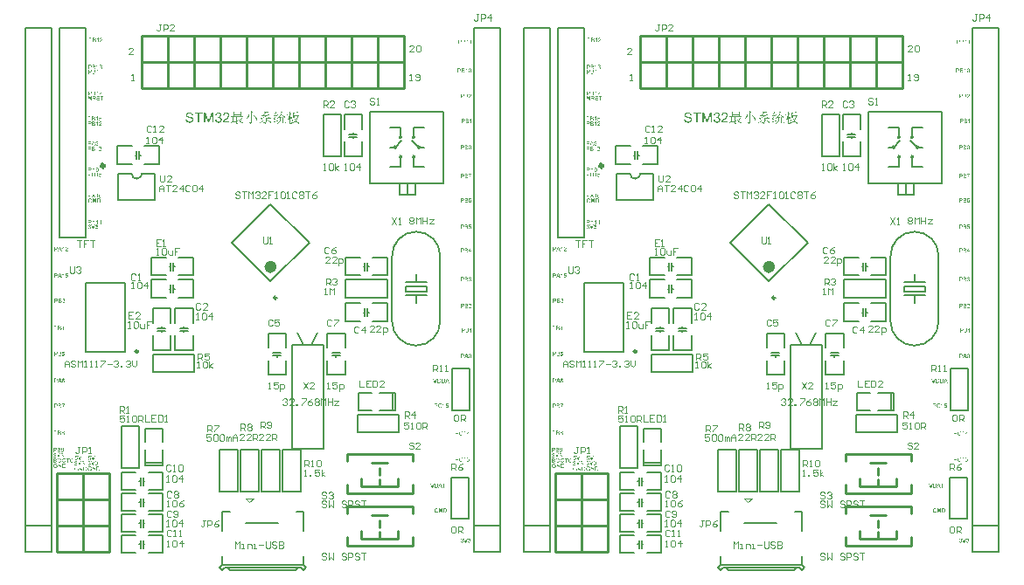
<source format=gto>
G04*
G04 #@! TF.GenerationSoftware,Altium Limited,Altium Designer,19.0.4 (130)*
G04*
G04 Layer_Color=65535*
%FSLAX24Y24*%
%MOIN*%
G70*
G01*
G75*
%ADD10C,0.0060*%
%ADD26C,0.0100*%
%ADD28C,0.0150*%
%ADD49C,0.0080*%
%ADD50C,0.0236*%
%ADD51C,0.0098*%
%ADD52C,0.0079*%
%ADD53C,0.0039*%
%ADD54C,0.0040*%
G36*
X45281Y33871D02*
X45283Y33870D01*
X45285Y33870D01*
X45288Y33870D01*
X45291Y33869D01*
X45294Y33869D01*
X45297Y33868D01*
X45300Y33867D01*
X45303Y33865D01*
X45306Y33864D01*
X45309Y33862D01*
X45312Y33860D01*
X45314Y33858D01*
X45314Y33858D01*
X45315Y33857D01*
X45315Y33857D01*
X45316Y33856D01*
X45317Y33854D01*
X45318Y33853D01*
X45320Y33851D01*
X45321Y33849D01*
X45322Y33847D01*
X45323Y33844D01*
X45324Y33842D01*
X45326Y33839D01*
X45326Y33836D01*
X45327Y33833D01*
X45327Y33830D01*
X45328Y33826D01*
Y33826D01*
Y33826D01*
Y33825D01*
Y33825D01*
X45327Y33823D01*
X45327Y33820D01*
X45327Y33817D01*
X45326Y33814D01*
X45325Y33811D01*
X45324Y33807D01*
Y33807D01*
X45323Y33807D01*
X45323Y33806D01*
X45323Y33806D01*
X45322Y33804D01*
X45320Y33801D01*
X45319Y33798D01*
X45316Y33795D01*
X45314Y33792D01*
X45310Y33788D01*
X45310Y33788D01*
X45310Y33787D01*
X45310Y33787D01*
X45309Y33786D01*
X45308Y33785D01*
X45307Y33784D01*
X45305Y33782D01*
X45303Y33780D01*
X45301Y33778D01*
X45299Y33776D01*
X45297Y33774D01*
X45294Y33772D01*
X45291Y33769D01*
X45288Y33766D01*
X45284Y33763D01*
X45280Y33760D01*
X45280Y33759D01*
X45280Y33759D01*
X45279Y33758D01*
X45277Y33757D01*
X45276Y33756D01*
X45274Y33755D01*
X45271Y33751D01*
X45267Y33748D01*
X45263Y33745D01*
X45261Y33743D01*
X45260Y33742D01*
X45258Y33741D01*
X45257Y33739D01*
X45257Y33739D01*
X45257Y33738D01*
X45256Y33737D01*
X45254Y33736D01*
X45253Y33734D01*
X45252Y33733D01*
X45249Y33729D01*
X45328D01*
Y33710D01*
X45222D01*
Y33710D01*
Y33711D01*
Y33713D01*
X45222Y33714D01*
X45222Y33716D01*
X45223Y33719D01*
X45223Y33721D01*
X45224Y33724D01*
Y33724D01*
X45224Y33724D01*
X45224Y33725D01*
X45225Y33725D01*
X45225Y33726D01*
X45226Y33728D01*
X45227Y33730D01*
X45229Y33733D01*
X45231Y33737D01*
X45234Y33741D01*
X45237Y33745D01*
X45237Y33745D01*
X45237Y33745D01*
X45238Y33746D01*
X45239Y33747D01*
X45240Y33748D01*
X45241Y33749D01*
X45242Y33750D01*
X45244Y33752D01*
X45245Y33753D01*
X45247Y33755D01*
X45249Y33757D01*
X45252Y33759D01*
X45254Y33762D01*
X45257Y33764D01*
X45260Y33766D01*
X45263Y33769D01*
X45263Y33769D01*
X45264Y33770D01*
X45265Y33771D01*
X45267Y33773D01*
X45269Y33774D01*
X45272Y33776D01*
X45274Y33779D01*
X45277Y33781D01*
X45283Y33787D01*
X45289Y33792D01*
X45292Y33795D01*
X45294Y33798D01*
X45296Y33800D01*
X45298Y33803D01*
X45298Y33803D01*
X45299Y33803D01*
X45299Y33804D01*
X45300Y33805D01*
X45300Y33806D01*
X45301Y33807D01*
X45303Y33811D01*
X45304Y33814D01*
X45306Y33818D01*
X45307Y33822D01*
X45307Y33825D01*
X45307Y33827D01*
Y33827D01*
Y33827D01*
Y33828D01*
X45307Y33829D01*
X45307Y33831D01*
X45306Y33834D01*
X45305Y33837D01*
X45304Y33840D01*
X45302Y33843D01*
X45300Y33845D01*
X45299Y33846D01*
Y33847D01*
X45299Y33847D01*
X45298Y33847D01*
X45297Y33848D01*
X45296Y33849D01*
X45293Y33850D01*
X45290Y33852D01*
X45286Y33853D01*
X45282Y33854D01*
X45280Y33854D01*
X45276D01*
X45275Y33854D01*
X45274D01*
X45272Y33854D01*
X45269Y33853D01*
X45265Y33852D01*
X45261Y33851D01*
X45258Y33849D01*
X45256Y33847D01*
X45254Y33846D01*
Y33846D01*
X45254Y33846D01*
X45253Y33845D01*
X45253Y33844D01*
X45252Y33844D01*
X45251Y33842D01*
X45250Y33840D01*
X45248Y33837D01*
X45247Y33832D01*
X45246Y33828D01*
X45246Y33825D01*
X45246Y33822D01*
X45226Y33825D01*
Y33825D01*
X45226Y33825D01*
X45226Y33827D01*
X45226Y33828D01*
X45226Y33830D01*
X45227Y33832D01*
X45228Y33835D01*
X45228Y33837D01*
X45229Y33840D01*
X45230Y33843D01*
X45231Y33846D01*
X45233Y33849D01*
X45235Y33851D01*
X45236Y33854D01*
X45239Y33857D01*
X45241Y33859D01*
X45241Y33859D01*
X45242Y33859D01*
X45243Y33860D01*
X45243Y33861D01*
X45245Y33862D01*
X45247Y33863D01*
X45248Y33864D01*
X45251Y33865D01*
X45253Y33866D01*
X45256Y33867D01*
X45259Y33868D01*
X45262Y33869D01*
X45266Y33870D01*
X45269Y33870D01*
X45273Y33871D01*
X45277Y33871D01*
X45280D01*
X45281Y33871D01*
D02*
G37*
G36*
X45174Y33710D02*
X45155D01*
Y33835D01*
X45154Y33835D01*
X45153Y33834D01*
X45152Y33833D01*
X45150Y33831D01*
X45147Y33829D01*
X45144Y33827D01*
X45140Y33824D01*
X45136Y33822D01*
X45136D01*
X45135Y33821D01*
X45135Y33821D01*
X45134Y33820D01*
X45133Y33820D01*
X45132Y33819D01*
X45129Y33818D01*
X45126Y33816D01*
X45122Y33815D01*
X45119Y33813D01*
X45115Y33812D01*
Y33830D01*
X45115Y33831D01*
X45116Y33831D01*
X45117Y33831D01*
X45118Y33832D01*
X45120Y33833D01*
X45121Y33833D01*
X45123Y33835D01*
X45125Y33836D01*
X45129Y33838D01*
X45134Y33842D01*
X45139Y33845D01*
X45144Y33849D01*
X45144Y33849D01*
X45144Y33850D01*
X45145Y33850D01*
X45146Y33851D01*
X45147Y33852D01*
X45148Y33853D01*
X45151Y33856D01*
X45154Y33859D01*
X45156Y33863D01*
X45159Y33867D01*
X45161Y33871D01*
X45174D01*
Y33710D01*
D02*
G37*
G36*
X45023Y33870D02*
X45025D01*
X45027Y33870D01*
X45029Y33869D01*
X45033Y33869D01*
X45038Y33868D01*
X45043Y33867D01*
X45048Y33865D01*
X45048D01*
X45048Y33865D01*
X45049Y33864D01*
X45050Y33864D01*
X45052Y33863D01*
X45054Y33861D01*
X45057Y33859D01*
X45060Y33857D01*
X45063Y33854D01*
X45065Y33850D01*
Y33850D01*
X45065Y33850D01*
X45066Y33849D01*
X45066Y33848D01*
X45067Y33846D01*
X45068Y33844D01*
X45069Y33840D01*
X45070Y33837D01*
X45071Y33833D01*
X45071Y33829D01*
Y33829D01*
Y33829D01*
Y33828D01*
Y33827D01*
X45071Y33825D01*
X45071Y33823D01*
X45070Y33820D01*
X45069Y33817D01*
X45068Y33813D01*
X45066Y33810D01*
Y33810D01*
X45065Y33809D01*
X45065Y33808D01*
X45063Y33807D01*
X45061Y33805D01*
X45059Y33802D01*
X45056Y33800D01*
X45053Y33797D01*
X45049Y33795D01*
X45049D01*
X45050Y33795D01*
X45050Y33795D01*
X45051Y33794D01*
X45053Y33794D01*
X45054Y33793D01*
X45057Y33792D01*
X45061Y33790D01*
X45064Y33787D01*
X45068Y33784D01*
X45071Y33780D01*
X45071Y33780D01*
X45072Y33780D01*
X45072Y33779D01*
X45073Y33779D01*
X45073Y33778D01*
X45074Y33777D01*
X45075Y33774D01*
X45077Y33770D01*
X45078Y33766D01*
X45079Y33761D01*
X45079Y33759D01*
Y33756D01*
Y33756D01*
Y33756D01*
Y33755D01*
Y33754D01*
X45079Y33753D01*
Y33752D01*
X45079Y33749D01*
X45078Y33746D01*
X45077Y33743D01*
X45076Y33739D01*
X45074Y33735D01*
Y33735D01*
X45074Y33735D01*
X45073Y33734D01*
X45073Y33732D01*
X45071Y33730D01*
X45069Y33727D01*
X45067Y33725D01*
X45065Y33723D01*
X45063Y33720D01*
X45062Y33720D01*
X45061Y33719D01*
X45060Y33719D01*
X45058Y33717D01*
X45055Y33716D01*
X45052Y33715D01*
X45049Y33714D01*
X45045Y33713D01*
X45045D01*
X45044Y33712D01*
X45044D01*
X45043Y33712D01*
X45042Y33712D01*
X45041Y33712D01*
X45039Y33711D01*
X45038Y33711D01*
X45034Y33711D01*
X45030Y33710D01*
X45025Y33710D01*
X45019Y33710D01*
X44958D01*
Y33870D01*
X45021D01*
X45023Y33870D01*
D02*
G37*
G36*
X44879D02*
X44883Y33870D01*
X44887Y33869D01*
X44891Y33869D01*
X44895Y33868D01*
X44895D01*
X44896Y33868D01*
X44897Y33868D01*
X44898Y33868D01*
X44899Y33867D01*
X44901Y33867D01*
X44905Y33866D01*
X44908Y33864D01*
X44911Y33863D01*
X44914Y33861D01*
X44915D01*
X44915Y33861D01*
X44916Y33860D01*
X44917Y33859D01*
X44919Y33857D01*
X44921Y33855D01*
X44923Y33852D01*
X44925Y33849D01*
X44927Y33845D01*
Y33845D01*
X44927Y33845D01*
X44928Y33844D01*
X44928Y33844D01*
X44928Y33843D01*
X44929Y33842D01*
X44930Y33839D01*
X44930Y33836D01*
X44931Y33832D01*
X44932Y33828D01*
X44932Y33824D01*
Y33823D01*
Y33823D01*
Y33822D01*
X44932Y33820D01*
X44932Y33818D01*
X44931Y33816D01*
X44931Y33814D01*
X44930Y33812D01*
X44930Y33809D01*
X44929Y33806D01*
X44928Y33803D01*
X44927Y33800D01*
X44925Y33798D01*
X44923Y33795D01*
X44921Y33792D01*
X44919Y33789D01*
X44919Y33789D01*
X44918Y33789D01*
X44917Y33788D01*
X44916Y33787D01*
X44915Y33786D01*
X44913Y33785D01*
X44911Y33783D01*
X44908Y33782D01*
X44905Y33781D01*
X44902Y33780D01*
X44898Y33778D01*
X44894Y33777D01*
X44889Y33776D01*
X44884Y33776D01*
X44878Y33775D01*
X44872Y33775D01*
X44831D01*
Y33710D01*
X44810D01*
Y33870D01*
X44876D01*
X44879Y33870D01*
D02*
G37*
G36*
X26281Y33871D02*
X26283Y33870D01*
X26285Y33870D01*
X26288Y33870D01*
X26291Y33869D01*
X26294Y33869D01*
X26297Y33868D01*
X26300Y33867D01*
X26303Y33865D01*
X26306Y33864D01*
X26309Y33862D01*
X26312Y33860D01*
X26314Y33858D01*
X26314Y33858D01*
X26315Y33857D01*
X26315Y33857D01*
X26316Y33856D01*
X26317Y33854D01*
X26318Y33853D01*
X26320Y33851D01*
X26321Y33849D01*
X26322Y33847D01*
X26323Y33844D01*
X26324Y33842D01*
X26326Y33839D01*
X26326Y33836D01*
X26327Y33833D01*
X26327Y33830D01*
X26328Y33826D01*
Y33826D01*
Y33826D01*
Y33825D01*
Y33825D01*
X26327Y33823D01*
X26327Y33820D01*
X26327Y33817D01*
X26326Y33814D01*
X26325Y33811D01*
X26324Y33807D01*
Y33807D01*
X26323Y33807D01*
X26323Y33806D01*
X26323Y33806D01*
X26322Y33804D01*
X26320Y33801D01*
X26319Y33798D01*
X26316Y33795D01*
X26314Y33792D01*
X26310Y33788D01*
X26310Y33788D01*
X26310Y33787D01*
X26309Y33787D01*
X26309Y33786D01*
X26308Y33785D01*
X26307Y33784D01*
X26305Y33782D01*
X26303Y33780D01*
X26301Y33778D01*
X26299Y33776D01*
X26297Y33774D01*
X26294Y33772D01*
X26291Y33769D01*
X26288Y33766D01*
X26284Y33763D01*
X26280Y33760D01*
X26280Y33759D01*
X26280Y33759D01*
X26279Y33758D01*
X26277Y33757D01*
X26276Y33756D01*
X26274Y33755D01*
X26271Y33751D01*
X26267Y33748D01*
X26263Y33745D01*
X26261Y33743D01*
X26260Y33742D01*
X26258Y33741D01*
X26257Y33739D01*
X26257Y33739D01*
X26257Y33738D01*
X26256Y33737D01*
X26254Y33736D01*
X26253Y33734D01*
X26252Y33733D01*
X26249Y33729D01*
X26328D01*
Y33710D01*
X26222D01*
Y33710D01*
Y33711D01*
Y33713D01*
X26222Y33714D01*
X26222Y33716D01*
X26223Y33719D01*
X26223Y33721D01*
X26224Y33724D01*
Y33724D01*
X26224Y33724D01*
X26224Y33725D01*
X26225Y33725D01*
X26225Y33726D01*
X26226Y33728D01*
X26227Y33730D01*
X26229Y33733D01*
X26231Y33737D01*
X26234Y33741D01*
X26237Y33745D01*
X26237Y33745D01*
X26237Y33745D01*
X26238Y33746D01*
X26239Y33747D01*
X26240Y33748D01*
X26241Y33749D01*
X26242Y33750D01*
X26244Y33752D01*
X26245Y33753D01*
X26247Y33755D01*
X26249Y33757D01*
X26252Y33759D01*
X26254Y33762D01*
X26257Y33764D01*
X26260Y33766D01*
X26263Y33769D01*
X26263Y33769D01*
X26264Y33770D01*
X26265Y33771D01*
X26267Y33773D01*
X26269Y33774D01*
X26272Y33776D01*
X26274Y33779D01*
X26277Y33781D01*
X26283Y33787D01*
X26289Y33792D01*
X26292Y33795D01*
X26294Y33798D01*
X26296Y33800D01*
X26298Y33803D01*
X26298Y33803D01*
X26299Y33803D01*
X26299Y33804D01*
X26300Y33805D01*
X26300Y33806D01*
X26301Y33807D01*
X26303Y33811D01*
X26305Y33814D01*
X26306Y33818D01*
X26307Y33822D01*
X26307Y33825D01*
X26307Y33827D01*
Y33827D01*
Y33827D01*
Y33828D01*
X26307Y33829D01*
X26307Y33831D01*
X26306Y33834D01*
X26305Y33837D01*
X26304Y33840D01*
X26302Y33843D01*
X26300Y33845D01*
X26299Y33846D01*
Y33847D01*
X26299Y33847D01*
X26298Y33847D01*
X26297Y33848D01*
X26296Y33849D01*
X26293Y33850D01*
X26290Y33852D01*
X26286Y33853D01*
X26282Y33854D01*
X26280Y33854D01*
X26276D01*
X26275Y33854D01*
X26274D01*
X26272Y33854D01*
X26269Y33853D01*
X26265Y33852D01*
X26261Y33851D01*
X26258Y33849D01*
X26256Y33847D01*
X26254Y33846D01*
Y33846D01*
X26254Y33846D01*
X26253Y33845D01*
X26253Y33844D01*
X26252Y33844D01*
X26251Y33842D01*
X26250Y33840D01*
X26248Y33837D01*
X26247Y33832D01*
X26246Y33828D01*
X26246Y33825D01*
X26246Y33822D01*
X26226Y33825D01*
Y33825D01*
X26226Y33825D01*
X26226Y33827D01*
X26226Y33828D01*
X26226Y33830D01*
X26227Y33832D01*
X26228Y33835D01*
X26228Y33837D01*
X26229Y33840D01*
X26230Y33843D01*
X26231Y33846D01*
X26233Y33849D01*
X26235Y33851D01*
X26236Y33854D01*
X26239Y33857D01*
X26241Y33859D01*
X26241Y33859D01*
X26242Y33859D01*
X26243Y33860D01*
X26243Y33861D01*
X26245Y33862D01*
X26247Y33863D01*
X26248Y33864D01*
X26251Y33865D01*
X26253Y33866D01*
X26256Y33867D01*
X26259Y33868D01*
X26262Y33869D01*
X26266Y33870D01*
X26269Y33870D01*
X26273Y33871D01*
X26277Y33871D01*
X26280D01*
X26281Y33871D01*
D02*
G37*
G36*
X26174Y33710D02*
X26155D01*
Y33835D01*
X26154Y33835D01*
X26153Y33834D01*
X26152Y33833D01*
X26150Y33831D01*
X26147Y33829D01*
X26144Y33827D01*
X26140Y33824D01*
X26136Y33822D01*
X26136D01*
X26135Y33821D01*
X26135Y33821D01*
X26134Y33820D01*
X26133Y33820D01*
X26132Y33819D01*
X26129Y33818D01*
X26126Y33816D01*
X26122Y33815D01*
X26119Y33813D01*
X26115Y33812D01*
Y33830D01*
X26115Y33831D01*
X26116Y33831D01*
X26117Y33831D01*
X26118Y33832D01*
X26119Y33833D01*
X26121Y33833D01*
X26123Y33835D01*
X26125Y33836D01*
X26130Y33838D01*
X26134Y33842D01*
X26139Y33845D01*
X26144Y33849D01*
X26144Y33849D01*
X26144Y33850D01*
X26145Y33850D01*
X26146Y33851D01*
X26147Y33852D01*
X26148Y33853D01*
X26151Y33856D01*
X26154Y33859D01*
X26157Y33863D01*
X26159Y33867D01*
X26161Y33871D01*
X26174D01*
Y33710D01*
D02*
G37*
G36*
X26023Y33870D02*
X26025D01*
X26027Y33870D01*
X26029Y33869D01*
X26033Y33869D01*
X26038Y33868D01*
X26043Y33867D01*
X26048Y33865D01*
X26048D01*
X26048Y33865D01*
X26049Y33864D01*
X26050Y33864D01*
X26052Y33863D01*
X26054Y33861D01*
X26057Y33859D01*
X26060Y33857D01*
X26063Y33854D01*
X26065Y33850D01*
Y33850D01*
X26065Y33850D01*
X26066Y33849D01*
X26066Y33848D01*
X26067Y33846D01*
X26068Y33844D01*
X26069Y33840D01*
X26070Y33837D01*
X26071Y33833D01*
X26071Y33829D01*
Y33829D01*
Y33829D01*
Y33828D01*
Y33827D01*
X26071Y33825D01*
X26071Y33823D01*
X26070Y33820D01*
X26069Y33817D01*
X26068Y33813D01*
X26066Y33810D01*
Y33810D01*
X26065Y33809D01*
X26065Y33808D01*
X26063Y33807D01*
X26061Y33805D01*
X26059Y33802D01*
X26056Y33800D01*
X26053Y33797D01*
X26049Y33795D01*
X26049D01*
X26050Y33795D01*
X26050Y33795D01*
X26051Y33794D01*
X26053Y33794D01*
X26054Y33793D01*
X26057Y33792D01*
X26061Y33790D01*
X26064Y33787D01*
X26068Y33784D01*
X26071Y33780D01*
X26071Y33780D01*
X26072Y33780D01*
X26072Y33779D01*
X26073Y33779D01*
X26073Y33778D01*
X26074Y33777D01*
X26075Y33774D01*
X26077Y33770D01*
X26078Y33766D01*
X26079Y33761D01*
X26079Y33759D01*
Y33756D01*
Y33756D01*
Y33756D01*
Y33755D01*
Y33754D01*
X26079Y33753D01*
Y33752D01*
X26079Y33749D01*
X26078Y33746D01*
X26077Y33743D01*
X26076Y33739D01*
X26074Y33735D01*
Y33735D01*
X26074Y33735D01*
X26073Y33734D01*
X26073Y33732D01*
X26071Y33730D01*
X26069Y33727D01*
X26067Y33725D01*
X26065Y33723D01*
X26063Y33720D01*
X26062Y33720D01*
X26061Y33719D01*
X26060Y33719D01*
X26058Y33717D01*
X26055Y33716D01*
X26052Y33715D01*
X26049Y33714D01*
X26045Y33713D01*
X26045D01*
X26044Y33712D01*
X26044D01*
X26043Y33712D01*
X26042Y33712D01*
X26041Y33712D01*
X26039Y33711D01*
X26038Y33711D01*
X26034Y33711D01*
X26030Y33710D01*
X26025Y33710D01*
X26019Y33710D01*
X25958D01*
Y33870D01*
X26021D01*
X26023Y33870D01*
D02*
G37*
G36*
X25879D02*
X25883Y33870D01*
X25887Y33869D01*
X25891Y33869D01*
X25895Y33868D01*
X25895D01*
X25896Y33868D01*
X25897Y33868D01*
X25898Y33868D01*
X25899Y33867D01*
X25901Y33867D01*
X25905Y33866D01*
X25908Y33864D01*
X25911Y33863D01*
X25914Y33861D01*
X25915D01*
X25915Y33861D01*
X25916Y33860D01*
X25917Y33859D01*
X25919Y33857D01*
X25921Y33855D01*
X25923Y33852D01*
X25925Y33849D01*
X25927Y33845D01*
Y33845D01*
X25927Y33845D01*
X25928Y33844D01*
X25928Y33844D01*
X25928Y33843D01*
X25929Y33842D01*
X25930Y33839D01*
X25930Y33836D01*
X25931Y33832D01*
X25932Y33828D01*
X25932Y33824D01*
Y33823D01*
Y33823D01*
Y33822D01*
X25932Y33820D01*
X25932Y33818D01*
X25931Y33816D01*
X25931Y33814D01*
X25930Y33812D01*
X25930Y33809D01*
X25929Y33806D01*
X25928Y33803D01*
X25927Y33800D01*
X25925Y33798D01*
X25923Y33795D01*
X25921Y33792D01*
X25919Y33789D01*
X25919Y33789D01*
X25918Y33789D01*
X25917Y33788D01*
X25916Y33787D01*
X25915Y33786D01*
X25913Y33785D01*
X25911Y33783D01*
X25908Y33782D01*
X25905Y33781D01*
X25902Y33780D01*
X25898Y33778D01*
X25894Y33777D01*
X25889Y33776D01*
X25884Y33776D01*
X25878Y33775D01*
X25872Y33775D01*
X25831D01*
Y33710D01*
X25810D01*
Y33870D01*
X25876D01*
X25879Y33870D01*
D02*
G37*
G36*
X59385Y33640D02*
X59365D01*
Y33765D01*
X59365Y33765D01*
X59364Y33764D01*
X59362Y33763D01*
X59360Y33761D01*
X59357Y33759D01*
X59354Y33757D01*
X59351Y33754D01*
X59346Y33752D01*
X59346D01*
X59346Y33751D01*
X59345Y33751D01*
X59344Y33750D01*
X59343Y33750D01*
X59342Y33749D01*
X59339Y33748D01*
X59336Y33746D01*
X59333Y33745D01*
X59329Y33743D01*
X59326Y33742D01*
Y33760D01*
X59326Y33761D01*
X59327Y33761D01*
X59327Y33761D01*
X59329Y33762D01*
X59330Y33763D01*
X59332Y33763D01*
X59334Y33765D01*
X59336Y33766D01*
X59340Y33768D01*
X59345Y33772D01*
X59350Y33775D01*
X59354Y33779D01*
X59355Y33779D01*
X59355Y33780D01*
X59356Y33780D01*
X59356Y33781D01*
X59357Y33782D01*
X59359Y33783D01*
X59361Y33786D01*
X59364Y33789D01*
X59367Y33793D01*
X59370Y33797D01*
X59372Y33801D01*
X59385D01*
Y33640D01*
D02*
G37*
G36*
X59260D02*
X59241D01*
Y33765D01*
X59240Y33765D01*
X59240Y33764D01*
X59238Y33763D01*
X59236Y33761D01*
X59233Y33759D01*
X59230Y33757D01*
X59226Y33754D01*
X59222Y33752D01*
X59222D01*
X59221Y33751D01*
X59221Y33751D01*
X59220Y33750D01*
X59219Y33750D01*
X59218Y33749D01*
X59215Y33748D01*
X59212Y33746D01*
X59208Y33745D01*
X59205Y33743D01*
X59201Y33742D01*
Y33760D01*
X59202Y33761D01*
X59202Y33761D01*
X59203Y33761D01*
X59204Y33762D01*
X59206Y33763D01*
X59207Y33763D01*
X59209Y33765D01*
X59211Y33766D01*
X59216Y33768D01*
X59221Y33772D01*
X59225Y33775D01*
X59230Y33779D01*
X59230Y33779D01*
X59231Y33780D01*
X59231Y33780D01*
X59232Y33781D01*
X59233Y33782D01*
X59234Y33783D01*
X59237Y33786D01*
X59240Y33789D01*
X59243Y33793D01*
X59245Y33797D01*
X59248Y33801D01*
X59260D01*
Y33640D01*
D02*
G37*
G36*
X59109Y33800D02*
X59111D01*
X59113Y33800D01*
X59115Y33799D01*
X59120Y33799D01*
X59125Y33798D01*
X59130Y33797D01*
X59134Y33795D01*
X59134D01*
X59134Y33795D01*
X59135Y33794D01*
X59136Y33794D01*
X59138Y33793D01*
X59140Y33791D01*
X59143Y33789D01*
X59146Y33787D01*
X59149Y33784D01*
X59151Y33780D01*
Y33780D01*
X59152Y33780D01*
X59152Y33779D01*
X59152Y33778D01*
X59153Y33776D01*
X59154Y33774D01*
X59156Y33770D01*
X59157Y33767D01*
X59157Y33763D01*
X59158Y33759D01*
Y33759D01*
Y33759D01*
Y33758D01*
Y33757D01*
X59157Y33755D01*
X59157Y33753D01*
X59156Y33750D01*
X59155Y33747D01*
X59154Y33743D01*
X59152Y33740D01*
Y33740D01*
X59152Y33739D01*
X59151Y33738D01*
X59149Y33737D01*
X59148Y33735D01*
X59145Y33732D01*
X59142Y33730D01*
X59139Y33727D01*
X59135Y33725D01*
X59135D01*
X59136Y33725D01*
X59137Y33725D01*
X59137Y33724D01*
X59139Y33724D01*
X59140Y33723D01*
X59143Y33722D01*
X59147Y33720D01*
X59151Y33717D01*
X59154Y33714D01*
X59157Y33710D01*
X59158Y33710D01*
X59158Y33710D01*
X59158Y33709D01*
X59159Y33709D01*
X59159Y33708D01*
X59160Y33707D01*
X59162Y33704D01*
X59163Y33700D01*
X59164Y33696D01*
X59165Y33691D01*
X59165Y33689D01*
Y33686D01*
Y33686D01*
Y33686D01*
Y33685D01*
Y33684D01*
X59165Y33683D01*
Y33682D01*
X59165Y33679D01*
X59164Y33676D01*
X59163Y33673D01*
X59162Y33669D01*
X59161Y33665D01*
Y33665D01*
X59160Y33665D01*
X59160Y33664D01*
X59159Y33662D01*
X59157Y33660D01*
X59156Y33657D01*
X59154Y33655D01*
X59151Y33653D01*
X59149Y33650D01*
X59148Y33650D01*
X59147Y33649D01*
X59146Y33649D01*
X59144Y33647D01*
X59141Y33646D01*
X59138Y33645D01*
X59135Y33644D01*
X59131Y33643D01*
X59131D01*
X59131Y33642D01*
X59130D01*
X59129Y33642D01*
X59128Y33642D01*
X59127Y33642D01*
X59126Y33641D01*
X59124Y33641D01*
X59120Y33641D01*
X59116Y33640D01*
X59111Y33640D01*
X59105Y33640D01*
X59044D01*
Y33800D01*
X59107D01*
X59109Y33800D01*
D02*
G37*
G36*
X58966D02*
X58969Y33800D01*
X58974Y33799D01*
X58977Y33799D01*
X58981Y33798D01*
X58981D01*
X58982Y33798D01*
X58983Y33798D01*
X58984Y33798D01*
X58985Y33797D01*
X58988Y33797D01*
X58991Y33796D01*
X58994Y33794D01*
X58997Y33793D01*
X59001Y33791D01*
X59001D01*
X59001Y33791D01*
X59002Y33790D01*
X59003Y33789D01*
X59005Y33787D01*
X59007Y33785D01*
X59009Y33782D01*
X59011Y33779D01*
X59013Y33775D01*
Y33775D01*
X59014Y33775D01*
X59014Y33774D01*
X59014Y33774D01*
X59014Y33773D01*
X59015Y33772D01*
X59016Y33769D01*
X59017Y33766D01*
X59018Y33762D01*
X59018Y33758D01*
X59018Y33754D01*
Y33753D01*
Y33753D01*
Y33752D01*
X59018Y33750D01*
X59018Y33748D01*
X59018Y33746D01*
X59017Y33744D01*
X59017Y33742D01*
X59016Y33739D01*
X59015Y33736D01*
X59014Y33733D01*
X59013Y33730D01*
X59011Y33728D01*
X59009Y33725D01*
X59008Y33722D01*
X59005Y33719D01*
X59005Y33719D01*
X59005Y33719D01*
X59004Y33718D01*
X59003Y33717D01*
X59001Y33716D01*
X58999Y33715D01*
X58997Y33713D01*
X58994Y33712D01*
X58991Y33711D01*
X58988Y33710D01*
X58984Y33708D01*
X58980Y33707D01*
X58975Y33706D01*
X58970Y33706D01*
X58964Y33705D01*
X58958Y33705D01*
X58917D01*
Y33640D01*
X58896D01*
Y33800D01*
X58962D01*
X58966Y33800D01*
D02*
G37*
G36*
X40385Y33640D02*
X40365D01*
Y33765D01*
X40365Y33765D01*
X40364Y33764D01*
X40362Y33763D01*
X40360Y33761D01*
X40357Y33759D01*
X40354Y33757D01*
X40351Y33754D01*
X40346Y33752D01*
X40346D01*
X40346Y33751D01*
X40345Y33751D01*
X40344Y33750D01*
X40343Y33750D01*
X40342Y33749D01*
X40339Y33748D01*
X40336Y33746D01*
X40333Y33745D01*
X40329Y33743D01*
X40326Y33742D01*
Y33760D01*
X40326Y33761D01*
X40327Y33761D01*
X40327Y33761D01*
X40329Y33762D01*
X40330Y33763D01*
X40332Y33763D01*
X40334Y33765D01*
X40336Y33766D01*
X40340Y33768D01*
X40345Y33772D01*
X40350Y33775D01*
X40354Y33779D01*
X40355Y33779D01*
X40355Y33780D01*
X40356Y33780D01*
X40356Y33781D01*
X40357Y33782D01*
X40359Y33783D01*
X40361Y33786D01*
X40364Y33789D01*
X40367Y33793D01*
X40370Y33797D01*
X40372Y33801D01*
X40385D01*
Y33640D01*
D02*
G37*
G36*
X40260D02*
X40241D01*
Y33765D01*
X40241Y33765D01*
X40240Y33764D01*
X40238Y33763D01*
X40236Y33761D01*
X40233Y33759D01*
X40230Y33757D01*
X40226Y33754D01*
X40222Y33752D01*
X40222D01*
X40221Y33751D01*
X40221Y33751D01*
X40220Y33750D01*
X40219Y33750D01*
X40218Y33749D01*
X40215Y33748D01*
X40212Y33746D01*
X40208Y33745D01*
X40205Y33743D01*
X40201Y33742D01*
Y33760D01*
X40202Y33761D01*
X40202Y33761D01*
X40203Y33761D01*
X40204Y33762D01*
X40206Y33763D01*
X40207Y33763D01*
X40209Y33765D01*
X40211Y33766D01*
X40216Y33768D01*
X40221Y33772D01*
X40225Y33775D01*
X40230Y33779D01*
X40230Y33779D01*
X40231Y33780D01*
X40231Y33780D01*
X40232Y33781D01*
X40233Y33782D01*
X40234Y33783D01*
X40237Y33786D01*
X40240Y33789D01*
X40243Y33793D01*
X40245Y33797D01*
X40248Y33801D01*
X40260D01*
Y33640D01*
D02*
G37*
G36*
X40109Y33800D02*
X40111D01*
X40113Y33800D01*
X40115Y33799D01*
X40120Y33799D01*
X40125Y33798D01*
X40129Y33797D01*
X40134Y33795D01*
X40134D01*
X40134Y33795D01*
X40135Y33794D01*
X40136Y33794D01*
X40138Y33793D01*
X40140Y33791D01*
X40143Y33789D01*
X40146Y33787D01*
X40149Y33784D01*
X40151Y33780D01*
Y33780D01*
X40152Y33780D01*
X40152Y33779D01*
X40152Y33778D01*
X40153Y33776D01*
X40154Y33774D01*
X40156Y33770D01*
X40157Y33767D01*
X40157Y33763D01*
X40158Y33759D01*
Y33759D01*
Y33759D01*
Y33758D01*
Y33757D01*
X40157Y33755D01*
X40157Y33753D01*
X40156Y33750D01*
X40155Y33747D01*
X40154Y33743D01*
X40152Y33740D01*
Y33740D01*
X40152Y33739D01*
X40151Y33738D01*
X40149Y33737D01*
X40148Y33735D01*
X40145Y33732D01*
X40142Y33730D01*
X40139Y33727D01*
X40135Y33725D01*
X40135D01*
X40136Y33725D01*
X40137Y33725D01*
X40137Y33724D01*
X40139Y33724D01*
X40140Y33723D01*
X40143Y33722D01*
X40147Y33720D01*
X40151Y33717D01*
X40154Y33714D01*
X40157Y33710D01*
X40158Y33710D01*
X40158Y33710D01*
X40158Y33709D01*
X40159Y33709D01*
X40159Y33708D01*
X40160Y33707D01*
X40161Y33704D01*
X40163Y33700D01*
X40164Y33696D01*
X40165Y33691D01*
X40165Y33689D01*
Y33686D01*
Y33686D01*
Y33686D01*
Y33685D01*
Y33684D01*
X40165Y33683D01*
Y33682D01*
X40165Y33679D01*
X40164Y33676D01*
X40163Y33673D01*
X40162Y33669D01*
X40161Y33665D01*
Y33665D01*
X40160Y33665D01*
X40160Y33664D01*
X40159Y33662D01*
X40157Y33660D01*
X40156Y33657D01*
X40154Y33655D01*
X40151Y33653D01*
X40149Y33650D01*
X40148Y33650D01*
X40147Y33649D01*
X40146Y33649D01*
X40144Y33647D01*
X40141Y33646D01*
X40138Y33645D01*
X40135Y33644D01*
X40131Y33643D01*
X40131D01*
X40131Y33642D01*
X40130D01*
X40129Y33642D01*
X40128Y33642D01*
X40127Y33642D01*
X40126Y33641D01*
X40124Y33641D01*
X40120Y33641D01*
X40116Y33640D01*
X40111Y33640D01*
X40105Y33640D01*
X40044D01*
Y33800D01*
X40107D01*
X40109Y33800D01*
D02*
G37*
G36*
X39966D02*
X39969Y33800D01*
X39974Y33799D01*
X39977Y33799D01*
X39981Y33798D01*
X39981D01*
X39982Y33798D01*
X39983Y33798D01*
X39984Y33798D01*
X39985Y33797D01*
X39988Y33797D01*
X39991Y33796D01*
X39994Y33794D01*
X39997Y33793D01*
X40001Y33791D01*
X40001D01*
X40001Y33791D01*
X40002Y33790D01*
X40003Y33789D01*
X40005Y33787D01*
X40007Y33785D01*
X40009Y33782D01*
X40011Y33779D01*
X40013Y33775D01*
Y33775D01*
X40013Y33775D01*
X40014Y33774D01*
X40014Y33774D01*
X40014Y33773D01*
X40015Y33772D01*
X40016Y33769D01*
X40017Y33766D01*
X40018Y33762D01*
X40018Y33758D01*
X40018Y33754D01*
Y33753D01*
Y33753D01*
Y33752D01*
X40018Y33750D01*
X40018Y33748D01*
X40018Y33746D01*
X40017Y33744D01*
X40017Y33742D01*
X40016Y33739D01*
X40015Y33736D01*
X40014Y33733D01*
X40013Y33730D01*
X40011Y33728D01*
X40009Y33725D01*
X40008Y33722D01*
X40005Y33719D01*
X40005Y33719D01*
X40005Y33719D01*
X40004Y33718D01*
X40003Y33717D01*
X40001Y33716D01*
X39999Y33715D01*
X39997Y33713D01*
X39994Y33712D01*
X39991Y33711D01*
X39988Y33710D01*
X39984Y33708D01*
X39980Y33707D01*
X39975Y33706D01*
X39970Y33706D01*
X39964Y33705D01*
X39958Y33705D01*
X39917D01*
Y33640D01*
X39896D01*
Y33800D01*
X39962D01*
X39966Y33800D01*
D02*
G37*
G36*
X45258Y32841D02*
X45260Y32840D01*
X45263Y32840D01*
X45266Y32839D01*
X45270Y32838D01*
X45275Y32837D01*
X45279Y32835D01*
X45279D01*
X45279Y32835D01*
X45280Y32834D01*
X45281Y32834D01*
X45283Y32833D01*
X45285Y32831D01*
X45288Y32829D01*
X45291Y32826D01*
X45293Y32823D01*
X45296Y32820D01*
Y32819D01*
X45296Y32819D01*
X45296Y32819D01*
X45297Y32818D01*
X45298Y32816D01*
X45299Y32814D01*
X45300Y32810D01*
X45301Y32807D01*
X45302Y32803D01*
X45302Y32799D01*
Y32799D01*
Y32799D01*
Y32798D01*
Y32797D01*
X45301Y32795D01*
X45301Y32793D01*
X45300Y32790D01*
X45299Y32787D01*
X45298Y32784D01*
X45296Y32780D01*
X45296Y32780D01*
X45295Y32779D01*
X45294Y32777D01*
X45292Y32775D01*
X45290Y32773D01*
X45287Y32771D01*
X45283Y32769D01*
X45280Y32767D01*
X45280D01*
X45280Y32766D01*
X45281Y32766D01*
X45282Y32766D01*
X45283Y32765D01*
X45285Y32765D01*
X45288Y32764D01*
X45291Y32762D01*
X45295Y32760D01*
X45298Y32757D01*
X45302Y32753D01*
X45302Y32753D01*
X45302Y32753D01*
X45302Y32752D01*
X45303Y32751D01*
X45303Y32750D01*
X45304Y32749D01*
X45305Y32748D01*
X45306Y32746D01*
X45307Y32742D01*
X45308Y32738D01*
X45309Y32733D01*
X45309Y32730D01*
Y32727D01*
Y32727D01*
Y32726D01*
X45309Y32725D01*
Y32724D01*
X45309Y32722D01*
X45309Y32720D01*
X45308Y32717D01*
X45308Y32715D01*
X45307Y32712D01*
X45306Y32709D01*
X45304Y32706D01*
X45303Y32703D01*
X45301Y32700D01*
X45299Y32697D01*
X45297Y32694D01*
X45294Y32692D01*
X45294Y32691D01*
X45293Y32691D01*
X45293Y32690D01*
X45291Y32689D01*
X45290Y32688D01*
X45288Y32687D01*
X45286Y32686D01*
X45284Y32684D01*
X45281Y32683D01*
X45278Y32682D01*
X45275Y32681D01*
X45271Y32679D01*
X45268Y32679D01*
X45264Y32678D01*
X45260Y32677D01*
X45255Y32677D01*
X45253D01*
X45252Y32677D01*
X45250Y32678D01*
X45248Y32678D01*
X45246Y32678D01*
X45243Y32679D01*
X45238Y32680D01*
X45235Y32681D01*
X45232Y32682D01*
X45229Y32684D01*
X45226Y32686D01*
X45223Y32687D01*
X45220Y32690D01*
X45220Y32690D01*
X45220Y32690D01*
X45219Y32691D01*
X45218Y32692D01*
X45217Y32693D01*
X45216Y32695D01*
X45215Y32696D01*
X45213Y32699D01*
X45212Y32701D01*
X45211Y32703D01*
X45209Y32706D01*
X45208Y32709D01*
X45207Y32712D01*
X45206Y32715D01*
X45205Y32719D01*
X45205Y32722D01*
X45224Y32725D01*
Y32725D01*
X45225Y32724D01*
X45225Y32723D01*
X45225Y32722D01*
X45225Y32721D01*
X45226Y32719D01*
X45227Y32716D01*
X45229Y32712D01*
X45230Y32708D01*
X45233Y32704D01*
X45234Y32702D01*
X45236Y32701D01*
X45236D01*
X45236Y32700D01*
X45237Y32700D01*
X45239Y32699D01*
X45241Y32697D01*
X45244Y32696D01*
X45248Y32695D01*
X45251Y32694D01*
X45256Y32694D01*
X45257D01*
X45258Y32694D01*
X45259Y32694D01*
X45260Y32694D01*
X45264Y32695D01*
X45267Y32696D01*
X45271Y32698D01*
X45273Y32699D01*
X45275Y32700D01*
X45277Y32701D01*
X45279Y32703D01*
X45279Y32703D01*
X45279Y32703D01*
X45280Y32704D01*
X45280Y32705D01*
X45281Y32706D01*
X45282Y32707D01*
X45284Y32710D01*
X45286Y32713D01*
X45287Y32717D01*
X45288Y32722D01*
X45288Y32724D01*
X45289Y32727D01*
Y32727D01*
Y32727D01*
Y32728D01*
X45288Y32729D01*
Y32730D01*
X45288Y32732D01*
X45287Y32735D01*
X45286Y32738D01*
X45285Y32742D01*
X45283Y32745D01*
X45281Y32747D01*
X45280Y32749D01*
X45280Y32749D01*
X45279Y32749D01*
X45279Y32750D01*
X45278Y32750D01*
X45276Y32752D01*
X45274Y32753D01*
X45270Y32755D01*
X45266Y32757D01*
X45262Y32758D01*
X45260Y32758D01*
X45257Y32758D01*
X45256D01*
X45255Y32758D01*
X45253D01*
X45251Y32757D01*
X45249Y32757D01*
X45246Y32757D01*
X45243Y32756D01*
X45245Y32773D01*
X45246D01*
X45247Y32773D01*
X45248Y32773D01*
X45250D01*
X45251Y32773D01*
X45252D01*
X45253Y32773D01*
X45256Y32773D01*
X45260Y32774D01*
X45264Y32775D01*
X45267Y32777D01*
X45271Y32779D01*
X45272D01*
X45272Y32780D01*
X45273Y32780D01*
X45275Y32782D01*
X45277Y32784D01*
X45278Y32787D01*
X45280Y32791D01*
X45281Y32795D01*
X45281Y32797D01*
X45282Y32800D01*
Y32800D01*
Y32800D01*
Y32801D01*
X45281Y32801D01*
X45281Y32803D01*
X45281Y32806D01*
X45280Y32809D01*
X45278Y32812D01*
X45277Y32815D01*
X45274Y32817D01*
X45274Y32818D01*
X45273Y32819D01*
X45271Y32820D01*
X45269Y32821D01*
X45266Y32822D01*
X45263Y32824D01*
X45259Y32824D01*
X45255Y32825D01*
X45254D01*
X45253Y32824D01*
X45251Y32824D01*
X45249Y32824D01*
X45245Y32823D01*
X45242Y32822D01*
X45239Y32820D01*
X45236Y32817D01*
X45236Y32817D01*
X45235Y32816D01*
X45233Y32815D01*
X45232Y32812D01*
X45230Y32809D01*
X45229Y32805D01*
X45227Y32801D01*
X45226Y32796D01*
X45207Y32799D01*
Y32800D01*
X45207Y32800D01*
X45207Y32801D01*
X45208Y32803D01*
X45208Y32804D01*
X45209Y32806D01*
X45209Y32808D01*
X45210Y32810D01*
X45212Y32815D01*
X45215Y32820D01*
X45217Y32823D01*
X45219Y32825D01*
X45221Y32828D01*
X45223Y32830D01*
X45223Y32830D01*
X45224Y32830D01*
X45224Y32831D01*
X45225Y32832D01*
X45227Y32832D01*
X45228Y32833D01*
X45230Y32834D01*
X45232Y32835D01*
X45234Y32836D01*
X45236Y32837D01*
X45239Y32838D01*
X45242Y32839D01*
X45245Y32840D01*
X45248Y32840D01*
X45251Y32841D01*
X45255Y32841D01*
X45257D01*
X45258Y32841D01*
D02*
G37*
G36*
X26258D02*
X26260Y32840D01*
X26263Y32840D01*
X26266Y32839D01*
X26270Y32838D01*
X26275Y32837D01*
X26279Y32835D01*
X26279D01*
X26279Y32835D01*
X26280Y32834D01*
X26281Y32834D01*
X26283Y32833D01*
X26285Y32831D01*
X26288Y32829D01*
X26291Y32826D01*
X26293Y32823D01*
X26296Y32820D01*
Y32819D01*
X26296Y32819D01*
X26296Y32819D01*
X26297Y32818D01*
X26298Y32816D01*
X26299Y32814D01*
X26300Y32810D01*
X26301Y32807D01*
X26302Y32803D01*
X26302Y32799D01*
Y32799D01*
Y32799D01*
Y32798D01*
Y32797D01*
X26301Y32795D01*
X26301Y32793D01*
X26300Y32790D01*
X26299Y32787D01*
X26298Y32784D01*
X26296Y32780D01*
X26296Y32780D01*
X26295Y32779D01*
X26294Y32777D01*
X26292Y32775D01*
X26290Y32773D01*
X26287Y32771D01*
X26283Y32769D01*
X26280Y32767D01*
X26280D01*
X26280Y32766D01*
X26281Y32766D01*
X26282Y32766D01*
X26283Y32765D01*
X26284Y32765D01*
X26288Y32764D01*
X26291Y32762D01*
X26295Y32760D01*
X26298Y32757D01*
X26302Y32753D01*
X26302Y32753D01*
X26302Y32753D01*
X26302Y32752D01*
X26303Y32751D01*
X26303Y32750D01*
X26304Y32749D01*
X26305Y32748D01*
X26306Y32746D01*
X26307Y32742D01*
X26308Y32738D01*
X26309Y32733D01*
X26309Y32730D01*
Y32727D01*
Y32727D01*
Y32726D01*
X26309Y32725D01*
Y32724D01*
X26309Y32722D01*
X26309Y32720D01*
X26308Y32717D01*
X26308Y32715D01*
X26307Y32712D01*
X26306Y32709D01*
X26304Y32706D01*
X26303Y32703D01*
X26301Y32700D01*
X26299Y32697D01*
X26297Y32694D01*
X26294Y32692D01*
X26294Y32691D01*
X26293Y32691D01*
X26293Y32690D01*
X26291Y32689D01*
X26290Y32688D01*
X26288Y32687D01*
X26286Y32686D01*
X26284Y32684D01*
X26281Y32683D01*
X26278Y32682D01*
X26275Y32681D01*
X26271Y32679D01*
X26268Y32679D01*
X26264Y32678D01*
X26260Y32677D01*
X26255Y32677D01*
X26253D01*
X26252Y32677D01*
X26250Y32678D01*
X26248Y32678D01*
X26246Y32678D01*
X26243Y32679D01*
X26238Y32680D01*
X26235Y32681D01*
X26232Y32682D01*
X26229Y32684D01*
X26226Y32686D01*
X26223Y32687D01*
X26221Y32690D01*
X26220Y32690D01*
X26220Y32690D01*
X26219Y32691D01*
X26218Y32692D01*
X26217Y32693D01*
X26216Y32695D01*
X26215Y32696D01*
X26213Y32699D01*
X26212Y32701D01*
X26210Y32703D01*
X26209Y32706D01*
X26208Y32709D01*
X26207Y32712D01*
X26206Y32715D01*
X26205Y32719D01*
X26205Y32722D01*
X26224Y32725D01*
Y32725D01*
X26225Y32724D01*
X26225Y32723D01*
X26225Y32722D01*
X26225Y32721D01*
X26226Y32719D01*
X26227Y32716D01*
X26229Y32712D01*
X26230Y32708D01*
X26233Y32704D01*
X26234Y32702D01*
X26236Y32701D01*
X26236D01*
X26236Y32700D01*
X26237Y32700D01*
X26239Y32699D01*
X26241Y32697D01*
X26244Y32696D01*
X26248Y32695D01*
X26251Y32694D01*
X26256Y32694D01*
X26257D01*
X26258Y32694D01*
X26259Y32694D01*
X26260Y32694D01*
X26264Y32695D01*
X26267Y32696D01*
X26271Y32698D01*
X26273Y32699D01*
X26275Y32700D01*
X26277Y32701D01*
X26279Y32703D01*
X26279Y32703D01*
X26279Y32703D01*
X26280Y32704D01*
X26280Y32705D01*
X26281Y32706D01*
X26282Y32707D01*
X26284Y32710D01*
X26286Y32713D01*
X26287Y32717D01*
X26288Y32722D01*
X26288Y32724D01*
X26289Y32727D01*
Y32727D01*
Y32727D01*
Y32728D01*
X26288Y32729D01*
Y32730D01*
X26288Y32732D01*
X26287Y32735D01*
X26286Y32738D01*
X26285Y32742D01*
X26283Y32745D01*
X26281Y32747D01*
X26280Y32749D01*
X26280Y32749D01*
X26279Y32749D01*
X26279Y32750D01*
X26278Y32750D01*
X26276Y32752D01*
X26274Y32753D01*
X26270Y32755D01*
X26266Y32757D01*
X26262Y32758D01*
X26260Y32758D01*
X26257Y32758D01*
X26256D01*
X26255Y32758D01*
X26253D01*
X26251Y32757D01*
X26249Y32757D01*
X26246Y32757D01*
X26243Y32756D01*
X26245Y32773D01*
X26246D01*
X26247Y32773D01*
X26248Y32773D01*
X26250D01*
X26251Y32773D01*
X26252D01*
X26253Y32773D01*
X26256Y32773D01*
X26260Y32774D01*
X26264Y32775D01*
X26267Y32777D01*
X26271Y32779D01*
X26272D01*
X26272Y32780D01*
X26273Y32780D01*
X26275Y32782D01*
X26277Y32784D01*
X26278Y32787D01*
X26280Y32791D01*
X26281Y32795D01*
X26281Y32797D01*
X26282Y32800D01*
Y32800D01*
Y32800D01*
Y32801D01*
X26281Y32801D01*
X26281Y32803D01*
X26281Y32806D01*
X26280Y32809D01*
X26278Y32812D01*
X26277Y32815D01*
X26274Y32817D01*
X26274Y32818D01*
X26273Y32819D01*
X26271Y32820D01*
X26269Y32821D01*
X26266Y32822D01*
X26263Y32824D01*
X26259Y32824D01*
X26255Y32825D01*
X26254D01*
X26253Y32824D01*
X26251Y32824D01*
X26249Y32824D01*
X26245Y32823D01*
X26242Y32822D01*
X26239Y32820D01*
X26236Y32817D01*
X26236Y32817D01*
X26235Y32816D01*
X26233Y32815D01*
X26232Y32812D01*
X26230Y32809D01*
X26229Y32805D01*
X26227Y32801D01*
X26226Y32796D01*
X26207Y32799D01*
Y32800D01*
X26207Y32800D01*
X26207Y32801D01*
X26208Y32803D01*
X26208Y32804D01*
X26209Y32806D01*
X26209Y32808D01*
X26210Y32810D01*
X26212Y32815D01*
X26215Y32820D01*
X26217Y32823D01*
X26219Y32825D01*
X26221Y32828D01*
X26223Y32830D01*
X26223Y32830D01*
X26224Y32830D01*
X26224Y32831D01*
X26225Y32832D01*
X26227Y32832D01*
X26228Y32833D01*
X26230Y32834D01*
X26232Y32835D01*
X26234Y32836D01*
X26236Y32837D01*
X26239Y32838D01*
X26242Y32839D01*
X26245Y32840D01*
X26248Y32840D01*
X26251Y32841D01*
X26255Y32841D01*
X26257D01*
X26258Y32841D01*
D02*
G37*
G36*
X45154Y32680D02*
X45135D01*
Y32805D01*
X45134Y32805D01*
X45133Y32804D01*
X45132Y32803D01*
X45130Y32801D01*
X45127Y32799D01*
X45124Y32797D01*
X45120Y32794D01*
X45116Y32792D01*
X45116D01*
X45115Y32791D01*
X45115Y32791D01*
X45114Y32790D01*
X45113Y32790D01*
X45112Y32789D01*
X45109Y32788D01*
X45106Y32786D01*
X45102Y32785D01*
X45099Y32783D01*
X45095Y32782D01*
Y32800D01*
X45095Y32801D01*
X45096Y32801D01*
X45097Y32801D01*
X45098Y32802D01*
X45100Y32803D01*
X45101Y32803D01*
X45103Y32805D01*
X45105Y32806D01*
X45109Y32808D01*
X45114Y32812D01*
X45119Y32815D01*
X45124Y32819D01*
X45124Y32819D01*
X45124Y32820D01*
X45125Y32820D01*
X45126Y32821D01*
X45127Y32822D01*
X45128Y32823D01*
X45131Y32826D01*
X45134Y32829D01*
X45136Y32833D01*
X45139Y32837D01*
X45142Y32841D01*
X45154D01*
Y32680D01*
D02*
G37*
G36*
X45003Y32840D02*
X45005D01*
X45007Y32840D01*
X45009Y32839D01*
X45013Y32839D01*
X45018Y32838D01*
X45023Y32837D01*
X45028Y32835D01*
X45028D01*
X45028Y32835D01*
X45029Y32834D01*
X45030Y32834D01*
X45032Y32833D01*
X45034Y32831D01*
X45037Y32829D01*
X45040Y32827D01*
X45043Y32824D01*
X45045Y32820D01*
Y32820D01*
X45045Y32820D01*
X45046Y32819D01*
X45046Y32818D01*
X45047Y32816D01*
X45048Y32814D01*
X45049Y32810D01*
X45050Y32807D01*
X45051Y32803D01*
X45051Y32799D01*
Y32799D01*
Y32799D01*
Y32798D01*
Y32797D01*
X45051Y32795D01*
X45051Y32793D01*
X45050Y32790D01*
X45049Y32787D01*
X45048Y32783D01*
X45046Y32780D01*
Y32780D01*
X45045Y32779D01*
X45045Y32778D01*
X45043Y32777D01*
X45041Y32775D01*
X45039Y32772D01*
X45036Y32770D01*
X45033Y32767D01*
X45029Y32765D01*
X45029D01*
X45030Y32765D01*
X45030Y32765D01*
X45031Y32764D01*
X45033Y32764D01*
X45034Y32763D01*
X45037Y32762D01*
X45041Y32760D01*
X45044Y32757D01*
X45048Y32754D01*
X45051Y32750D01*
X45051Y32750D01*
X45052Y32750D01*
X45052Y32749D01*
X45053Y32749D01*
X45053Y32748D01*
X45054Y32747D01*
X45055Y32744D01*
X45057Y32740D01*
X45058Y32736D01*
X45059Y32731D01*
X45059Y32729D01*
Y32726D01*
Y32726D01*
Y32726D01*
Y32725D01*
Y32724D01*
X45059Y32723D01*
Y32722D01*
X45059Y32719D01*
X45058Y32716D01*
X45057Y32713D01*
X45056Y32709D01*
X45054Y32705D01*
Y32705D01*
X45054Y32705D01*
X45053Y32704D01*
X45053Y32702D01*
X45051Y32700D01*
X45049Y32697D01*
X45047Y32695D01*
X45045Y32693D01*
X45043Y32690D01*
X45042Y32690D01*
X45041Y32689D01*
X45040Y32689D01*
X45038Y32687D01*
X45035Y32686D01*
X45032Y32685D01*
X45029Y32684D01*
X45025Y32683D01*
X45025D01*
X45024Y32682D01*
X45024D01*
X45023Y32682D01*
X45022Y32682D01*
X45021Y32682D01*
X45019Y32681D01*
X45018Y32681D01*
X45014Y32681D01*
X45010Y32680D01*
X45005Y32680D01*
X44999Y32680D01*
X44938D01*
Y32840D01*
X45001D01*
X45003Y32840D01*
D02*
G37*
G36*
X44859D02*
X44863Y32840D01*
X44867Y32839D01*
X44871Y32839D01*
X44875Y32838D01*
X44875D01*
X44876Y32838D01*
X44877Y32838D01*
X44878Y32838D01*
X44879Y32837D01*
X44881Y32837D01*
X44885Y32836D01*
X44888Y32834D01*
X44891Y32833D01*
X44894Y32831D01*
X44895D01*
X44895Y32831D01*
X44896Y32830D01*
X44897Y32829D01*
X44899Y32827D01*
X44901Y32825D01*
X44903Y32822D01*
X44905Y32819D01*
X44907Y32815D01*
Y32815D01*
X44907Y32815D01*
X44908Y32815D01*
X44908Y32814D01*
X44908Y32813D01*
X44909Y32812D01*
X44910Y32809D01*
X44910Y32806D01*
X44911Y32802D01*
X44912Y32798D01*
X44912Y32794D01*
Y32793D01*
Y32793D01*
Y32792D01*
X44912Y32790D01*
X44912Y32788D01*
X44911Y32786D01*
X44911Y32784D01*
X44910Y32782D01*
X44910Y32779D01*
X44909Y32776D01*
X44908Y32773D01*
X44907Y32770D01*
X44905Y32768D01*
X44903Y32765D01*
X44901Y32762D01*
X44899Y32759D01*
X44899Y32759D01*
X44898Y32759D01*
X44897Y32758D01*
X44896Y32757D01*
X44895Y32756D01*
X44893Y32755D01*
X44891Y32753D01*
X44888Y32752D01*
X44885Y32751D01*
X44882Y32750D01*
X44878Y32748D01*
X44874Y32747D01*
X44869Y32746D01*
X44864Y32746D01*
X44858Y32745D01*
X44852Y32745D01*
X44811D01*
Y32680D01*
X44790D01*
Y32840D01*
X44856D01*
X44859Y32840D01*
D02*
G37*
G36*
X26154Y32680D02*
X26135D01*
Y32805D01*
X26134Y32805D01*
X26133Y32804D01*
X26132Y32803D01*
X26130Y32801D01*
X26127Y32799D01*
X26124Y32797D01*
X26120Y32794D01*
X26116Y32792D01*
X26116D01*
X26115Y32791D01*
X26115Y32791D01*
X26114Y32790D01*
X26113Y32790D01*
X26112Y32789D01*
X26109Y32788D01*
X26106Y32786D01*
X26102Y32785D01*
X26099Y32783D01*
X26095Y32782D01*
Y32800D01*
X26095Y32801D01*
X26096Y32801D01*
X26097Y32801D01*
X26098Y32802D01*
X26100Y32803D01*
X26101Y32803D01*
X26103Y32805D01*
X26105Y32806D01*
X26109Y32808D01*
X26114Y32812D01*
X26119Y32815D01*
X26124Y32819D01*
X26124Y32819D01*
X26124Y32820D01*
X26125Y32820D01*
X26126Y32821D01*
X26127Y32822D01*
X26128Y32823D01*
X26131Y32826D01*
X26134Y32829D01*
X26137Y32833D01*
X26139Y32837D01*
X26142Y32841D01*
X26154D01*
Y32680D01*
D02*
G37*
G36*
X26003Y32840D02*
X26005D01*
X26007Y32840D01*
X26009Y32839D01*
X26013Y32839D01*
X26018Y32838D01*
X26023Y32837D01*
X26028Y32835D01*
X26028D01*
X26028Y32835D01*
X26029Y32834D01*
X26030Y32834D01*
X26032Y32833D01*
X26034Y32831D01*
X26037Y32829D01*
X26040Y32827D01*
X26043Y32824D01*
X26045Y32820D01*
Y32820D01*
X26045Y32820D01*
X26046Y32819D01*
X26046Y32818D01*
X26047Y32816D01*
X26048Y32814D01*
X26049Y32810D01*
X26050Y32807D01*
X26051Y32803D01*
X26051Y32799D01*
Y32799D01*
Y32799D01*
Y32798D01*
Y32797D01*
X26051Y32795D01*
X26051Y32793D01*
X26050Y32790D01*
X26049Y32787D01*
X26048Y32783D01*
X26046Y32780D01*
Y32780D01*
X26045Y32779D01*
X26045Y32778D01*
X26043Y32777D01*
X26041Y32775D01*
X26039Y32772D01*
X26036Y32770D01*
X26033Y32767D01*
X26029Y32765D01*
X26029D01*
X26030Y32765D01*
X26030Y32765D01*
X26031Y32764D01*
X26033Y32764D01*
X26034Y32763D01*
X26037Y32762D01*
X26041Y32760D01*
X26044Y32757D01*
X26048Y32754D01*
X26051Y32750D01*
X26051Y32750D01*
X26052Y32750D01*
X26052Y32749D01*
X26053Y32749D01*
X26053Y32748D01*
X26054Y32747D01*
X26055Y32744D01*
X26057Y32740D01*
X26058Y32736D01*
X26059Y32731D01*
X26059Y32729D01*
Y32726D01*
Y32726D01*
Y32726D01*
Y32725D01*
Y32724D01*
X26059Y32723D01*
Y32722D01*
X26059Y32719D01*
X26058Y32716D01*
X26057Y32713D01*
X26056Y32709D01*
X26054Y32705D01*
Y32705D01*
X26054Y32705D01*
X26053Y32704D01*
X26053Y32702D01*
X26051Y32700D01*
X26049Y32697D01*
X26047Y32695D01*
X26045Y32693D01*
X26043Y32690D01*
X26042Y32690D01*
X26041Y32689D01*
X26040Y32689D01*
X26038Y32687D01*
X26035Y32686D01*
X26032Y32685D01*
X26029Y32684D01*
X26025Y32683D01*
X26025D01*
X26024Y32682D01*
X26024D01*
X26023Y32682D01*
X26022Y32682D01*
X26021Y32682D01*
X26019Y32681D01*
X26018Y32681D01*
X26014Y32681D01*
X26010Y32680D01*
X26005Y32680D01*
X25999Y32680D01*
X25938D01*
Y32840D01*
X26001D01*
X26003Y32840D01*
D02*
G37*
G36*
X25859D02*
X25863Y32840D01*
X25867Y32839D01*
X25871Y32839D01*
X25875Y32838D01*
X25875D01*
X25876Y32838D01*
X25877Y32838D01*
X25878Y32838D01*
X25879Y32837D01*
X25881Y32837D01*
X25885Y32836D01*
X25888Y32834D01*
X25891Y32833D01*
X25894Y32831D01*
X25895D01*
X25895Y32831D01*
X25896Y32830D01*
X25897Y32829D01*
X25899Y32827D01*
X25901Y32825D01*
X25903Y32822D01*
X25905Y32819D01*
X25907Y32815D01*
Y32815D01*
X25907Y32815D01*
X25908Y32815D01*
X25908Y32814D01*
X25908Y32813D01*
X25909Y32812D01*
X25910Y32809D01*
X25910Y32806D01*
X25911Y32802D01*
X25912Y32798D01*
X25912Y32794D01*
Y32793D01*
Y32793D01*
Y32792D01*
X25912Y32790D01*
X25912Y32788D01*
X25911Y32786D01*
X25911Y32784D01*
X25910Y32782D01*
X25910Y32779D01*
X25909Y32776D01*
X25908Y32773D01*
X25907Y32770D01*
X25905Y32768D01*
X25903Y32765D01*
X25901Y32762D01*
X25899Y32759D01*
X25899Y32759D01*
X25898Y32759D01*
X25897Y32758D01*
X25896Y32757D01*
X25895Y32756D01*
X25893Y32755D01*
X25891Y32753D01*
X25888Y32752D01*
X25885Y32751D01*
X25882Y32750D01*
X25878Y32748D01*
X25874Y32747D01*
X25869Y32746D01*
X25864Y32746D01*
X25858Y32745D01*
X25852Y32745D01*
X25811D01*
Y32680D01*
X25790D01*
Y32840D01*
X25856D01*
X25859Y32840D01*
D02*
G37*
G36*
X59230Y32550D02*
X59210D01*
Y32675D01*
X59210Y32675D01*
X59209Y32674D01*
X59207Y32673D01*
X59205Y32671D01*
X59203Y32669D01*
X59199Y32667D01*
X59196Y32664D01*
X59192Y32662D01*
X59191D01*
X59191Y32661D01*
X59190Y32661D01*
X59190Y32660D01*
X59189Y32660D01*
X59187Y32659D01*
X59185Y32658D01*
X59182Y32656D01*
X59178Y32655D01*
X59174Y32653D01*
X59171Y32652D01*
Y32670D01*
X59171Y32671D01*
X59172Y32671D01*
X59173Y32671D01*
X59174Y32672D01*
X59175Y32673D01*
X59177Y32673D01*
X59179Y32675D01*
X59181Y32676D01*
X59185Y32678D01*
X59190Y32682D01*
X59195Y32685D01*
X59200Y32689D01*
X59200Y32689D01*
X59200Y32690D01*
X59201Y32690D01*
X59202Y32691D01*
X59203Y32692D01*
X59204Y32693D01*
X59206Y32696D01*
X59209Y32699D01*
X59212Y32703D01*
X59215Y32707D01*
X59217Y32711D01*
X59230D01*
Y32550D01*
D02*
G37*
G36*
X59078Y32710D02*
X59080D01*
X59082Y32710D01*
X59085Y32709D01*
X59089Y32709D01*
X59094Y32708D01*
X59099Y32707D01*
X59103Y32705D01*
X59104D01*
X59104Y32705D01*
X59105Y32704D01*
X59105Y32704D01*
X59107Y32703D01*
X59110Y32701D01*
X59113Y32699D01*
X59115Y32697D01*
X59118Y32694D01*
X59121Y32690D01*
Y32690D01*
X59121Y32690D01*
X59121Y32689D01*
X59122Y32688D01*
X59123Y32686D01*
X59124Y32684D01*
X59125Y32680D01*
X59126Y32677D01*
X59127Y32673D01*
X59127Y32669D01*
Y32669D01*
Y32669D01*
Y32668D01*
Y32667D01*
X59127Y32665D01*
X59126Y32663D01*
X59126Y32660D01*
X59125Y32657D01*
X59123Y32653D01*
X59121Y32650D01*
Y32650D01*
X59121Y32649D01*
X59120Y32648D01*
X59119Y32647D01*
X59117Y32645D01*
X59115Y32642D01*
X59112Y32640D01*
X59108Y32637D01*
X59105Y32635D01*
X59105D01*
X59105Y32635D01*
X59106Y32635D01*
X59107Y32634D01*
X59108Y32634D01*
X59110Y32633D01*
X59113Y32632D01*
X59116Y32630D01*
X59120Y32627D01*
X59124Y32624D01*
X59127Y32620D01*
X59127Y32620D01*
X59127Y32620D01*
X59128Y32619D01*
X59128Y32619D01*
X59129Y32618D01*
X59130Y32617D01*
X59131Y32614D01*
X59132Y32610D01*
X59134Y32606D01*
X59135Y32601D01*
X59135Y32599D01*
Y32596D01*
Y32596D01*
Y32596D01*
Y32595D01*
Y32594D01*
X59135Y32593D01*
Y32592D01*
X59134Y32589D01*
X59134Y32586D01*
X59133Y32583D01*
X59132Y32579D01*
X59130Y32575D01*
Y32575D01*
X59130Y32575D01*
X59129Y32574D01*
X59128Y32572D01*
X59127Y32570D01*
X59125Y32567D01*
X59123Y32565D01*
X59121Y32563D01*
X59118Y32560D01*
X59118Y32560D01*
X59117Y32559D01*
X59115Y32559D01*
X59113Y32557D01*
X59111Y32556D01*
X59108Y32555D01*
X59104Y32554D01*
X59101Y32553D01*
X59100D01*
X59100Y32552D01*
X59100D01*
X59099Y32552D01*
X59098Y32552D01*
X59097Y32552D01*
X59095Y32551D01*
X59093Y32551D01*
X59090Y32551D01*
X59085Y32550D01*
X59081Y32550D01*
X59075Y32550D01*
X59014D01*
Y32710D01*
X59077D01*
X59078Y32710D01*
D02*
G37*
G36*
X58935D02*
X58939Y32710D01*
X58943Y32709D01*
X58947Y32709D01*
X58950Y32708D01*
X58951D01*
X58951Y32708D01*
X58952Y32708D01*
X58953Y32708D01*
X58955Y32707D01*
X58957Y32707D01*
X58960Y32706D01*
X58964Y32704D01*
X58967Y32703D01*
X58970Y32701D01*
X58970D01*
X58970Y32701D01*
X58971Y32700D01*
X58973Y32699D01*
X58975Y32697D01*
X58977Y32695D01*
X58979Y32692D01*
X58981Y32689D01*
X58983Y32685D01*
Y32685D01*
X58983Y32685D01*
X58983Y32685D01*
X58984Y32684D01*
X58984Y32683D01*
X58984Y32682D01*
X58985Y32679D01*
X58986Y32676D01*
X58987Y32672D01*
X58988Y32668D01*
X58988Y32664D01*
Y32663D01*
Y32663D01*
Y32662D01*
X58988Y32660D01*
X58987Y32658D01*
X58987Y32656D01*
X58987Y32654D01*
X58986Y32652D01*
X58985Y32649D01*
X58985Y32646D01*
X58984Y32643D01*
X58982Y32640D01*
X58981Y32638D01*
X58979Y32635D01*
X58977Y32632D01*
X58975Y32629D01*
X58974Y32629D01*
X58974Y32629D01*
X58973Y32628D01*
X58972Y32627D01*
X58971Y32626D01*
X58969Y32625D01*
X58967Y32623D01*
X58964Y32622D01*
X58961Y32621D01*
X58957Y32620D01*
X58954Y32618D01*
X58949Y32617D01*
X58945Y32616D01*
X58940Y32616D01*
X58934Y32615D01*
X58928Y32615D01*
X58887D01*
Y32550D01*
X58866D01*
Y32710D01*
X58932D01*
X58935Y32710D01*
D02*
G37*
G36*
X40230Y32550D02*
X40210D01*
Y32675D01*
X40210Y32675D01*
X40209Y32674D01*
X40207Y32673D01*
X40205Y32671D01*
X40203Y32669D01*
X40199Y32667D01*
X40196Y32664D01*
X40192Y32662D01*
X40191D01*
X40191Y32661D01*
X40190Y32661D01*
X40190Y32660D01*
X40189Y32660D01*
X40187Y32659D01*
X40185Y32658D01*
X40182Y32656D01*
X40178Y32655D01*
X40174Y32653D01*
X40171Y32652D01*
Y32670D01*
X40171Y32671D01*
X40172Y32671D01*
X40173Y32671D01*
X40174Y32672D01*
X40175Y32673D01*
X40177Y32673D01*
X40179Y32675D01*
X40181Y32676D01*
X40185Y32678D01*
X40190Y32682D01*
X40195Y32685D01*
X40200Y32689D01*
X40200Y32689D01*
X40200Y32690D01*
X40201Y32690D01*
X40202Y32691D01*
X40203Y32692D01*
X40204Y32693D01*
X40206Y32696D01*
X40209Y32699D01*
X40212Y32703D01*
X40215Y32707D01*
X40217Y32711D01*
X40230D01*
Y32550D01*
D02*
G37*
G36*
X40078Y32710D02*
X40080D01*
X40082Y32710D01*
X40085Y32709D01*
X40089Y32709D01*
X40094Y32708D01*
X40099Y32707D01*
X40103Y32705D01*
X40104D01*
X40104Y32705D01*
X40105Y32704D01*
X40105Y32704D01*
X40107Y32703D01*
X40110Y32701D01*
X40113Y32699D01*
X40115Y32697D01*
X40118Y32694D01*
X40121Y32690D01*
Y32690D01*
X40121Y32690D01*
X40121Y32689D01*
X40122Y32688D01*
X40123Y32686D01*
X40124Y32684D01*
X40125Y32680D01*
X40126Y32677D01*
X40127Y32673D01*
X40127Y32669D01*
Y32669D01*
Y32669D01*
Y32668D01*
Y32667D01*
X40127Y32665D01*
X40126Y32663D01*
X40126Y32660D01*
X40125Y32657D01*
X40123Y32653D01*
X40121Y32650D01*
Y32650D01*
X40121Y32649D01*
X40120Y32648D01*
X40119Y32647D01*
X40117Y32645D01*
X40115Y32642D01*
X40112Y32640D01*
X40108Y32637D01*
X40105Y32635D01*
X40105D01*
X40105Y32635D01*
X40106Y32635D01*
X40107Y32634D01*
X40108Y32634D01*
X40110Y32633D01*
X40113Y32632D01*
X40116Y32630D01*
X40120Y32627D01*
X40124Y32624D01*
X40127Y32620D01*
X40127Y32620D01*
X40127Y32620D01*
X40128Y32619D01*
X40128Y32619D01*
X40129Y32618D01*
X40130Y32617D01*
X40131Y32614D01*
X40132Y32610D01*
X40134Y32606D01*
X40135Y32601D01*
X40135Y32599D01*
Y32596D01*
Y32596D01*
Y32596D01*
Y32595D01*
Y32594D01*
X40135Y32593D01*
Y32592D01*
X40134Y32589D01*
X40134Y32586D01*
X40133Y32583D01*
X40132Y32579D01*
X40130Y32575D01*
Y32575D01*
X40130Y32575D01*
X40129Y32574D01*
X40128Y32572D01*
X40127Y32570D01*
X40125Y32567D01*
X40123Y32565D01*
X40121Y32563D01*
X40118Y32560D01*
X40118Y32560D01*
X40117Y32559D01*
X40115Y32559D01*
X40113Y32557D01*
X40111Y32556D01*
X40108Y32555D01*
X40104Y32554D01*
X40101Y32553D01*
X40100D01*
X40100Y32552D01*
X40100D01*
X40099Y32552D01*
X40098Y32552D01*
X40097Y32552D01*
X40095Y32551D01*
X40093Y32551D01*
X40090Y32551D01*
X40085Y32550D01*
X40081Y32550D01*
X40075Y32550D01*
X40014D01*
Y32710D01*
X40077D01*
X40078Y32710D01*
D02*
G37*
G36*
X39935D02*
X39939Y32710D01*
X39943Y32709D01*
X39947Y32709D01*
X39950Y32708D01*
X39951D01*
X39951Y32708D01*
X39952Y32708D01*
X39953Y32708D01*
X39955Y32707D01*
X39957Y32707D01*
X39960Y32706D01*
X39964Y32704D01*
X39967Y32703D01*
X39970Y32701D01*
X39970D01*
X39970Y32701D01*
X39971Y32700D01*
X39973Y32699D01*
X39975Y32697D01*
X39977Y32695D01*
X39979Y32692D01*
X39981Y32689D01*
X39983Y32685D01*
Y32685D01*
X39983Y32685D01*
X39983Y32685D01*
X39984Y32684D01*
X39984Y32683D01*
X39984Y32682D01*
X39985Y32679D01*
X39986Y32676D01*
X39987Y32672D01*
X39988Y32668D01*
X39988Y32664D01*
Y32663D01*
Y32663D01*
Y32662D01*
X39988Y32660D01*
X39987Y32658D01*
X39987Y32656D01*
X39987Y32654D01*
X39986Y32652D01*
X39985Y32649D01*
X39985Y32646D01*
X39984Y32643D01*
X39982Y32640D01*
X39981Y32638D01*
X39979Y32635D01*
X39977Y32632D01*
X39975Y32629D01*
X39975Y32629D01*
X39974Y32629D01*
X39973Y32628D01*
X39972Y32627D01*
X39971Y32626D01*
X39969Y32625D01*
X39967Y32623D01*
X39964Y32622D01*
X39961Y32621D01*
X39957Y32620D01*
X39954Y32618D01*
X39949Y32617D01*
X39945Y32616D01*
X39940Y32616D01*
X39934Y32615D01*
X39928Y32615D01*
X39887D01*
Y32550D01*
X39866D01*
Y32710D01*
X39932D01*
X39935Y32710D01*
D02*
G37*
G36*
X59336Y32711D02*
X59337D01*
X59340Y32710D01*
X59344Y32709D01*
X59347Y32709D01*
X59351Y32707D01*
X59355Y32705D01*
X59355D01*
X59355Y32705D01*
X59356Y32705D01*
X59357Y32704D01*
X59359Y32703D01*
X59361Y32702D01*
X59363Y32699D01*
X59366Y32697D01*
X59369Y32694D01*
X59371Y32690D01*
Y32690D01*
X59372Y32690D01*
X59372Y32689D01*
X59372Y32689D01*
X59373Y32688D01*
X59373Y32687D01*
X59375Y32684D01*
X59376Y32680D01*
X59378Y32676D01*
X59379Y32672D01*
X59381Y32667D01*
Y32667D01*
X59381Y32666D01*
X59381Y32665D01*
X59381Y32664D01*
X59382Y32663D01*
X59382Y32661D01*
X59382Y32659D01*
X59383Y32657D01*
X59383Y32654D01*
X59384Y32651D01*
X59384Y32648D01*
X59384Y32645D01*
X59384Y32641D01*
X59384Y32637D01*
X59385Y32633D01*
Y32629D01*
Y32628D01*
Y32628D01*
Y32626D01*
Y32624D01*
X59384Y32622D01*
X59384Y32619D01*
X59384Y32616D01*
X59384Y32613D01*
X59384Y32609D01*
X59383Y32605D01*
X59382Y32598D01*
X59381Y32590D01*
X59380Y32587D01*
X59379Y32583D01*
Y32583D01*
X59379Y32583D01*
X59378Y32582D01*
X59378Y32581D01*
X59377Y32579D01*
X59376Y32577D01*
X59374Y32573D01*
X59372Y32569D01*
X59369Y32565D01*
X59365Y32560D01*
X59363Y32558D01*
X59361Y32556D01*
X59361Y32556D01*
X59361Y32556D01*
X59360Y32556D01*
X59359Y32555D01*
X59358Y32554D01*
X59357Y32554D01*
X59355Y32553D01*
X59353Y32552D01*
X59352Y32551D01*
X59349Y32550D01*
X59347Y32549D01*
X59344Y32549D01*
X59339Y32548D01*
X59336Y32547D01*
X59332Y32547D01*
X59331D01*
X59330Y32547D01*
X59329D01*
X59327Y32548D01*
X59324Y32548D01*
X59322Y32549D01*
X59319Y32549D01*
X59316Y32550D01*
X59313Y32551D01*
X59310Y32553D01*
X59307Y32554D01*
X59304Y32556D01*
X59301Y32558D01*
X59299Y32561D01*
X59296Y32564D01*
X59296Y32564D01*
X59295Y32565D01*
X59295Y32566D01*
X59294Y32568D01*
X59292Y32570D01*
X59291Y32572D01*
X59290Y32576D01*
X59288Y32579D01*
X59287Y32584D01*
X59285Y32588D01*
X59284Y32594D01*
X59283Y32600D01*
X59282Y32606D01*
X59281Y32613D01*
X59280Y32621D01*
X59280Y32629D01*
Y32629D01*
Y32630D01*
Y32632D01*
X59280Y32634D01*
Y32636D01*
X59281Y32639D01*
X59281Y32642D01*
X59281Y32645D01*
X59281Y32649D01*
X59282Y32652D01*
X59283Y32660D01*
X59284Y32668D01*
X59285Y32671D01*
X59286Y32675D01*
Y32675D01*
X59286Y32675D01*
X59287Y32676D01*
X59287Y32677D01*
X59288Y32679D01*
X59288Y32680D01*
X59290Y32684D01*
X59293Y32689D01*
X59296Y32693D01*
X59299Y32697D01*
X59301Y32699D01*
X59303Y32701D01*
X59304Y32702D01*
X59304Y32702D01*
X59305Y32702D01*
X59305Y32703D01*
X59307Y32704D01*
X59308Y32704D01*
X59310Y32705D01*
X59311Y32706D01*
X59313Y32707D01*
X59316Y32708D01*
X59318Y32709D01*
X59320Y32709D01*
X59326Y32710D01*
X59329Y32711D01*
X59332Y32711D01*
X59335D01*
X59336Y32711D01*
D02*
G37*
G36*
X40336D02*
X40337D01*
X40340Y32710D01*
X40344Y32709D01*
X40347Y32709D01*
X40351Y32707D01*
X40355Y32705D01*
X40355D01*
X40355Y32705D01*
X40356Y32705D01*
X40357Y32704D01*
X40359Y32703D01*
X40361Y32702D01*
X40363Y32699D01*
X40366Y32697D01*
X40369Y32694D01*
X40371Y32690D01*
Y32690D01*
X40372Y32690D01*
X40372Y32689D01*
X40372Y32689D01*
X40373Y32688D01*
X40373Y32687D01*
X40375Y32684D01*
X40376Y32680D01*
X40378Y32676D01*
X40379Y32672D01*
X40381Y32667D01*
Y32667D01*
X40381Y32666D01*
X40381Y32665D01*
X40381Y32664D01*
X40382Y32663D01*
X40382Y32661D01*
X40382Y32659D01*
X40383Y32657D01*
X40383Y32654D01*
X40384Y32651D01*
X40384Y32648D01*
X40384Y32645D01*
X40384Y32641D01*
X40384Y32637D01*
X40385Y32633D01*
Y32629D01*
Y32628D01*
Y32628D01*
Y32626D01*
Y32624D01*
X40384Y32622D01*
X40384Y32619D01*
X40384Y32616D01*
X40384Y32613D01*
X40384Y32609D01*
X40383Y32605D01*
X40382Y32598D01*
X40381Y32590D01*
X40380Y32587D01*
X40379Y32583D01*
Y32583D01*
X40379Y32583D01*
X40378Y32582D01*
X40378Y32581D01*
X40377Y32579D01*
X40376Y32577D01*
X40374Y32573D01*
X40372Y32569D01*
X40369Y32565D01*
X40365Y32560D01*
X40363Y32558D01*
X40361Y32556D01*
X40361Y32556D01*
X40361Y32556D01*
X40360Y32556D01*
X40359Y32555D01*
X40358Y32554D01*
X40357Y32554D01*
X40355Y32553D01*
X40353Y32552D01*
X40352Y32551D01*
X40349Y32550D01*
X40347Y32549D01*
X40344Y32549D01*
X40339Y32548D01*
X40336Y32547D01*
X40332Y32547D01*
X40331D01*
X40330Y32547D01*
X40329D01*
X40327Y32548D01*
X40324Y32548D01*
X40322Y32549D01*
X40319Y32549D01*
X40316Y32550D01*
X40313Y32551D01*
X40310Y32553D01*
X40307Y32554D01*
X40304Y32556D01*
X40301Y32558D01*
X40299Y32561D01*
X40296Y32564D01*
X40296Y32564D01*
X40295Y32565D01*
X40295Y32566D01*
X40294Y32568D01*
X40292Y32570D01*
X40291Y32572D01*
X40290Y32576D01*
X40288Y32579D01*
X40287Y32584D01*
X40285Y32588D01*
X40284Y32594D01*
X40283Y32600D01*
X40282Y32606D01*
X40281Y32613D01*
X40280Y32621D01*
X40280Y32629D01*
Y32629D01*
Y32630D01*
Y32632D01*
X40280Y32634D01*
Y32636D01*
X40281Y32639D01*
X40281Y32642D01*
X40281Y32645D01*
X40281Y32649D01*
X40282Y32652D01*
X40283Y32660D01*
X40284Y32668D01*
X40285Y32671D01*
X40286Y32675D01*
Y32675D01*
X40286Y32675D01*
X40287Y32676D01*
X40287Y32677D01*
X40288Y32679D01*
X40288Y32680D01*
X40290Y32684D01*
X40293Y32689D01*
X40296Y32693D01*
X40299Y32697D01*
X40301Y32699D01*
X40303Y32701D01*
X40304Y32702D01*
X40304Y32702D01*
X40305Y32702D01*
X40305Y32703D01*
X40307Y32704D01*
X40308Y32704D01*
X40310Y32705D01*
X40311Y32706D01*
X40313Y32707D01*
X40316Y32708D01*
X40318Y32709D01*
X40320Y32709D01*
X40326Y32710D01*
X40329Y32711D01*
X40332Y32711D01*
X40335D01*
X40336Y32711D01*
D02*
G37*
G36*
X45154Y32500D02*
X45135D01*
Y32625D01*
X45134Y32625D01*
X45133Y32624D01*
X45132Y32623D01*
X45130Y32621D01*
X45127Y32619D01*
X45124Y32617D01*
X45120Y32614D01*
X45116Y32612D01*
X45116D01*
X45115Y32611D01*
X45115Y32611D01*
X45114Y32610D01*
X45113Y32610D01*
X45112Y32609D01*
X45109Y32608D01*
X45106Y32606D01*
X45102Y32605D01*
X45099Y32603D01*
X45095Y32602D01*
Y32620D01*
X45095Y32621D01*
X45096Y32621D01*
X45097Y32621D01*
X45098Y32622D01*
X45100Y32623D01*
X45101Y32623D01*
X45103Y32624D01*
X45105Y32626D01*
X45109Y32628D01*
X45114Y32632D01*
X45119Y32635D01*
X45124Y32639D01*
X45124Y32639D01*
X45124Y32640D01*
X45125Y32640D01*
X45126Y32641D01*
X45127Y32642D01*
X45128Y32643D01*
X45131Y32646D01*
X45134Y32649D01*
X45136Y32653D01*
X45139Y32657D01*
X45142Y32661D01*
X45154D01*
Y32500D01*
D02*
G37*
G36*
X45003Y32660D02*
X45005D01*
X45007Y32660D01*
X45009Y32659D01*
X45013Y32659D01*
X45018Y32658D01*
X45023Y32657D01*
X45028Y32655D01*
X45028D01*
X45028Y32655D01*
X45029Y32654D01*
X45030Y32654D01*
X45032Y32653D01*
X45034Y32651D01*
X45037Y32649D01*
X45040Y32647D01*
X45043Y32644D01*
X45045Y32640D01*
Y32640D01*
X45045Y32640D01*
X45046Y32639D01*
X45046Y32638D01*
X45047Y32636D01*
X45048Y32634D01*
X45049Y32630D01*
X45050Y32627D01*
X45051Y32623D01*
X45051Y32619D01*
Y32619D01*
Y32619D01*
Y32618D01*
Y32617D01*
X45051Y32615D01*
X45051Y32613D01*
X45050Y32610D01*
X45049Y32607D01*
X45048Y32603D01*
X45046Y32600D01*
Y32600D01*
X45045Y32599D01*
X45045Y32598D01*
X45043Y32597D01*
X45041Y32595D01*
X45039Y32592D01*
X45036Y32590D01*
X45033Y32587D01*
X45029Y32585D01*
X45029D01*
X45030Y32585D01*
X45030Y32585D01*
X45031Y32584D01*
X45033Y32584D01*
X45034Y32583D01*
X45037Y32582D01*
X45041Y32580D01*
X45044Y32577D01*
X45048Y32574D01*
X45051Y32570D01*
X45051Y32570D01*
X45052Y32570D01*
X45052Y32569D01*
X45053Y32569D01*
X45053Y32568D01*
X45054Y32567D01*
X45055Y32564D01*
X45057Y32560D01*
X45058Y32556D01*
X45059Y32551D01*
X45059Y32549D01*
Y32546D01*
Y32546D01*
Y32546D01*
Y32545D01*
Y32544D01*
X45059Y32543D01*
Y32542D01*
X45059Y32539D01*
X45058Y32536D01*
X45057Y32533D01*
X45056Y32529D01*
X45054Y32525D01*
Y32525D01*
X45054Y32525D01*
X45053Y32524D01*
X45053Y32522D01*
X45051Y32520D01*
X45049Y32517D01*
X45047Y32515D01*
X45045Y32513D01*
X45043Y32510D01*
X45042Y32510D01*
X45041Y32509D01*
X45040Y32509D01*
X45038Y32507D01*
X45035Y32506D01*
X45032Y32505D01*
X45029Y32504D01*
X45025Y32503D01*
X45025D01*
X45024Y32502D01*
X45024D01*
X45023Y32502D01*
X45022Y32502D01*
X45021Y32502D01*
X45019Y32501D01*
X45018Y32501D01*
X45014Y32501D01*
X45010Y32500D01*
X45005Y32500D01*
X44999Y32500D01*
X44938D01*
Y32660D01*
X45001D01*
X45003Y32660D01*
D02*
G37*
G36*
X44859D02*
X44863Y32660D01*
X44867Y32659D01*
X44871Y32659D01*
X44875Y32658D01*
X44875D01*
X44876Y32658D01*
X44877Y32658D01*
X44878Y32658D01*
X44879Y32657D01*
X44881Y32657D01*
X44885Y32656D01*
X44888Y32654D01*
X44891Y32653D01*
X44894Y32651D01*
X44895D01*
X44895Y32651D01*
X44896Y32650D01*
X44897Y32649D01*
X44899Y32647D01*
X44901Y32645D01*
X44903Y32642D01*
X44905Y32639D01*
X44907Y32635D01*
Y32635D01*
X44907Y32635D01*
X44908Y32634D01*
X44908Y32634D01*
X44908Y32633D01*
X44909Y32632D01*
X44910Y32629D01*
X44910Y32626D01*
X44911Y32622D01*
X44912Y32618D01*
X44912Y32614D01*
Y32613D01*
Y32613D01*
Y32612D01*
X44912Y32610D01*
X44912Y32608D01*
X44911Y32606D01*
X44911Y32604D01*
X44910Y32602D01*
X44910Y32599D01*
X44909Y32596D01*
X44908Y32593D01*
X44907Y32590D01*
X44905Y32588D01*
X44903Y32585D01*
X44901Y32582D01*
X44899Y32579D01*
X44899Y32579D01*
X44898Y32579D01*
X44897Y32578D01*
X44896Y32577D01*
X44895Y32576D01*
X44893Y32575D01*
X44891Y32573D01*
X44888Y32572D01*
X44885Y32571D01*
X44882Y32570D01*
X44878Y32568D01*
X44874Y32567D01*
X44869Y32566D01*
X44864Y32566D01*
X44858Y32565D01*
X44852Y32565D01*
X44811D01*
Y32500D01*
X44790D01*
Y32660D01*
X44856D01*
X44859Y32660D01*
D02*
G37*
G36*
X26154Y32500D02*
X26135D01*
Y32625D01*
X26134Y32625D01*
X26133Y32624D01*
X26132Y32623D01*
X26130Y32621D01*
X26127Y32619D01*
X26124Y32617D01*
X26120Y32614D01*
X26116Y32612D01*
X26116D01*
X26115Y32611D01*
X26115Y32611D01*
X26114Y32610D01*
X26113Y32610D01*
X26112Y32609D01*
X26109Y32608D01*
X26106Y32606D01*
X26102Y32605D01*
X26099Y32603D01*
X26095Y32602D01*
Y32620D01*
X26095Y32621D01*
X26096Y32621D01*
X26097Y32621D01*
X26098Y32622D01*
X26100Y32623D01*
X26101Y32623D01*
X26103Y32624D01*
X26105Y32626D01*
X26109Y32628D01*
X26114Y32632D01*
X26119Y32635D01*
X26124Y32639D01*
X26124Y32639D01*
X26124Y32640D01*
X26125Y32640D01*
X26126Y32641D01*
X26127Y32642D01*
X26128Y32643D01*
X26131Y32646D01*
X26134Y32649D01*
X26137Y32653D01*
X26139Y32657D01*
X26142Y32661D01*
X26154D01*
Y32500D01*
D02*
G37*
G36*
X26003Y32660D02*
X26005D01*
X26007Y32660D01*
X26009Y32659D01*
X26013Y32659D01*
X26018Y32658D01*
X26023Y32657D01*
X26028Y32655D01*
X26028D01*
X26028Y32655D01*
X26029Y32654D01*
X26030Y32654D01*
X26032Y32653D01*
X26034Y32651D01*
X26037Y32649D01*
X26040Y32647D01*
X26043Y32644D01*
X26045Y32640D01*
Y32640D01*
X26045Y32640D01*
X26046Y32639D01*
X26046Y32638D01*
X26047Y32636D01*
X26048Y32634D01*
X26049Y32630D01*
X26050Y32627D01*
X26051Y32623D01*
X26051Y32619D01*
Y32619D01*
Y32619D01*
Y32618D01*
Y32617D01*
X26051Y32615D01*
X26051Y32613D01*
X26050Y32610D01*
X26049Y32607D01*
X26048Y32603D01*
X26046Y32600D01*
Y32600D01*
X26045Y32599D01*
X26045Y32598D01*
X26043Y32597D01*
X26041Y32595D01*
X26039Y32592D01*
X26036Y32590D01*
X26033Y32587D01*
X26029Y32585D01*
X26029D01*
X26030Y32585D01*
X26030Y32585D01*
X26031Y32584D01*
X26033Y32584D01*
X26034Y32583D01*
X26037Y32582D01*
X26041Y32580D01*
X26044Y32577D01*
X26048Y32574D01*
X26051Y32570D01*
X26051Y32570D01*
X26052Y32570D01*
X26052Y32569D01*
X26053Y32569D01*
X26053Y32568D01*
X26054Y32567D01*
X26055Y32564D01*
X26057Y32560D01*
X26058Y32556D01*
X26059Y32551D01*
X26059Y32549D01*
Y32546D01*
Y32546D01*
Y32546D01*
Y32545D01*
Y32544D01*
X26059Y32543D01*
Y32542D01*
X26059Y32539D01*
X26058Y32536D01*
X26057Y32533D01*
X26056Y32529D01*
X26054Y32525D01*
Y32525D01*
X26054Y32525D01*
X26053Y32524D01*
X26053Y32522D01*
X26051Y32520D01*
X26049Y32517D01*
X26047Y32515D01*
X26045Y32513D01*
X26043Y32510D01*
X26042Y32510D01*
X26041Y32509D01*
X26040Y32509D01*
X26038Y32507D01*
X26035Y32506D01*
X26032Y32505D01*
X26029Y32504D01*
X26025Y32503D01*
X26025D01*
X26024Y32502D01*
X26024D01*
X26023Y32502D01*
X26022Y32502D01*
X26021Y32502D01*
X26019Y32501D01*
X26018Y32501D01*
X26014Y32501D01*
X26010Y32500D01*
X26005Y32500D01*
X25999Y32500D01*
X25938D01*
Y32660D01*
X26001D01*
X26003Y32660D01*
D02*
G37*
G36*
X25859D02*
X25863Y32660D01*
X25867Y32659D01*
X25871Y32659D01*
X25875Y32658D01*
X25875D01*
X25876Y32658D01*
X25877Y32658D01*
X25878Y32658D01*
X25879Y32657D01*
X25881Y32657D01*
X25885Y32656D01*
X25888Y32654D01*
X25891Y32653D01*
X25894Y32651D01*
X25895D01*
X25895Y32651D01*
X25896Y32650D01*
X25897Y32649D01*
X25899Y32647D01*
X25901Y32645D01*
X25903Y32642D01*
X25905Y32639D01*
X25907Y32635D01*
Y32635D01*
X25907Y32635D01*
X25908Y32634D01*
X25908Y32634D01*
X25908Y32633D01*
X25909Y32632D01*
X25910Y32629D01*
X25910Y32626D01*
X25911Y32622D01*
X25912Y32618D01*
X25912Y32614D01*
Y32613D01*
Y32613D01*
Y32612D01*
X25912Y32610D01*
X25912Y32608D01*
X25911Y32606D01*
X25911Y32604D01*
X25910Y32602D01*
X25910Y32599D01*
X25909Y32596D01*
X25908Y32593D01*
X25907Y32590D01*
X25905Y32588D01*
X25903Y32585D01*
X25901Y32582D01*
X25899Y32579D01*
X25899Y32579D01*
X25898Y32579D01*
X25897Y32578D01*
X25896Y32577D01*
X25895Y32576D01*
X25893Y32575D01*
X25891Y32573D01*
X25888Y32572D01*
X25885Y32571D01*
X25882Y32570D01*
X25878Y32568D01*
X25874Y32567D01*
X25869Y32566D01*
X25864Y32566D01*
X25858Y32565D01*
X25852Y32565D01*
X25811D01*
Y32500D01*
X25790D01*
Y32660D01*
X25856D01*
X25859Y32660D01*
D02*
G37*
G36*
X45287Y31726D02*
X45309D01*
Y31708D01*
X45287D01*
Y31670D01*
X45268D01*
Y31708D01*
X45198D01*
Y31726D01*
X45271Y31830D01*
X45287D01*
Y31726D01*
D02*
G37*
G36*
X45154Y31670D02*
X45135D01*
Y31795D01*
X45134Y31795D01*
X45133Y31794D01*
X45132Y31793D01*
X45130Y31791D01*
X45127Y31789D01*
X45124Y31787D01*
X45120Y31784D01*
X45116Y31782D01*
X45116D01*
X45115Y31781D01*
X45115Y31781D01*
X45114Y31780D01*
X45113Y31780D01*
X45112Y31779D01*
X45109Y31778D01*
X45106Y31776D01*
X45102Y31775D01*
X45099Y31773D01*
X45095Y31772D01*
Y31790D01*
X45095Y31791D01*
X45096Y31791D01*
X45097Y31791D01*
X45098Y31792D01*
X45100Y31793D01*
X45101Y31793D01*
X45103Y31795D01*
X45105Y31796D01*
X45109Y31798D01*
X45114Y31802D01*
X45119Y31805D01*
X45124Y31809D01*
X45124Y31809D01*
X45124Y31810D01*
X45125Y31810D01*
X45126Y31811D01*
X45127Y31812D01*
X45128Y31813D01*
X45131Y31816D01*
X45134Y31819D01*
X45136Y31823D01*
X45139Y31827D01*
X45142Y31831D01*
X45154D01*
Y31670D01*
D02*
G37*
G36*
X45003Y31830D02*
X45005D01*
X45007Y31830D01*
X45009Y31829D01*
X45013Y31829D01*
X45018Y31828D01*
X45023Y31827D01*
X45028Y31825D01*
X45028D01*
X45028Y31825D01*
X45029Y31824D01*
X45030Y31824D01*
X45032Y31823D01*
X45034Y31821D01*
X45037Y31819D01*
X45040Y31817D01*
X45043Y31814D01*
X45045Y31810D01*
Y31810D01*
X45045Y31810D01*
X45046Y31809D01*
X45046Y31808D01*
X45047Y31806D01*
X45048Y31804D01*
X45049Y31800D01*
X45050Y31797D01*
X45051Y31793D01*
X45051Y31789D01*
Y31789D01*
Y31789D01*
Y31788D01*
Y31787D01*
X45051Y31785D01*
X45051Y31783D01*
X45050Y31780D01*
X45049Y31777D01*
X45048Y31773D01*
X45046Y31770D01*
Y31770D01*
X45045Y31769D01*
X45045Y31768D01*
X45043Y31767D01*
X45041Y31765D01*
X45039Y31762D01*
X45036Y31760D01*
X45033Y31757D01*
X45029Y31755D01*
X45029D01*
X45030Y31755D01*
X45030Y31755D01*
X45031Y31754D01*
X45033Y31754D01*
X45034Y31753D01*
X45037Y31752D01*
X45041Y31750D01*
X45044Y31747D01*
X45048Y31744D01*
X45051Y31740D01*
X45051Y31740D01*
X45052Y31740D01*
X45052Y31739D01*
X45053Y31739D01*
X45053Y31738D01*
X45054Y31737D01*
X45055Y31734D01*
X45057Y31730D01*
X45058Y31726D01*
X45059Y31721D01*
X45059Y31719D01*
Y31716D01*
Y31716D01*
Y31716D01*
Y31715D01*
Y31714D01*
X45059Y31713D01*
Y31712D01*
X45059Y31709D01*
X45058Y31706D01*
X45057Y31703D01*
X45056Y31699D01*
X45054Y31695D01*
Y31695D01*
X45054Y31695D01*
X45053Y31694D01*
X45053Y31692D01*
X45051Y31690D01*
X45049Y31687D01*
X45047Y31685D01*
X45045Y31683D01*
X45043Y31680D01*
X45042Y31680D01*
X45041Y31679D01*
X45040Y31679D01*
X45038Y31677D01*
X45035Y31676D01*
X45032Y31675D01*
X45029Y31674D01*
X45025Y31673D01*
X45025D01*
X45024Y31672D01*
X45024D01*
X45023Y31672D01*
X45022Y31672D01*
X45021Y31672D01*
X45019Y31671D01*
X45018Y31671D01*
X45014Y31671D01*
X45010Y31670D01*
X45005Y31670D01*
X44999Y31670D01*
X44938D01*
Y31830D01*
X45001D01*
X45003Y31830D01*
D02*
G37*
G36*
X44859D02*
X44863Y31830D01*
X44867Y31829D01*
X44871Y31829D01*
X44875Y31828D01*
X44875D01*
X44876Y31828D01*
X44877Y31828D01*
X44878Y31828D01*
X44879Y31827D01*
X44881Y31827D01*
X44885Y31826D01*
X44888Y31824D01*
X44891Y31823D01*
X44894Y31821D01*
X44895D01*
X44895Y31821D01*
X44896Y31820D01*
X44897Y31819D01*
X44899Y31817D01*
X44901Y31815D01*
X44903Y31812D01*
X44905Y31809D01*
X44907Y31805D01*
Y31805D01*
X44907Y31805D01*
X44908Y31804D01*
X44908Y31804D01*
X44908Y31803D01*
X44909Y31802D01*
X44910Y31799D01*
X44910Y31796D01*
X44911Y31792D01*
X44912Y31788D01*
X44912Y31784D01*
Y31783D01*
Y31783D01*
Y31782D01*
X44912Y31780D01*
X44912Y31778D01*
X44911Y31776D01*
X44911Y31774D01*
X44910Y31772D01*
X44910Y31769D01*
X44909Y31766D01*
X44908Y31763D01*
X44907Y31760D01*
X44905Y31758D01*
X44903Y31755D01*
X44901Y31752D01*
X44899Y31749D01*
X44899Y31749D01*
X44898Y31749D01*
X44897Y31748D01*
X44896Y31747D01*
X44895Y31746D01*
X44893Y31745D01*
X44891Y31743D01*
X44888Y31742D01*
X44885Y31741D01*
X44882Y31740D01*
X44878Y31738D01*
X44874Y31737D01*
X44869Y31736D01*
X44864Y31736D01*
X44858Y31735D01*
X44852Y31735D01*
X44811D01*
Y31670D01*
X44790D01*
Y31830D01*
X44856D01*
X44859Y31830D01*
D02*
G37*
G36*
X26287Y31726D02*
X26309D01*
Y31708D01*
X26287D01*
Y31670D01*
X26268D01*
Y31708D01*
X26198D01*
Y31726D01*
X26271Y31830D01*
X26287D01*
Y31726D01*
D02*
G37*
G36*
X26154Y31670D02*
X26135D01*
Y31795D01*
X26134Y31795D01*
X26133Y31794D01*
X26132Y31793D01*
X26130Y31791D01*
X26127Y31789D01*
X26124Y31787D01*
X26120Y31784D01*
X26116Y31782D01*
X26116D01*
X26115Y31781D01*
X26115Y31781D01*
X26114Y31780D01*
X26113Y31780D01*
X26112Y31779D01*
X26109Y31778D01*
X26106Y31776D01*
X26102Y31775D01*
X26099Y31773D01*
X26095Y31772D01*
Y31790D01*
X26095Y31791D01*
X26096Y31791D01*
X26097Y31791D01*
X26098Y31792D01*
X26100Y31793D01*
X26101Y31793D01*
X26103Y31795D01*
X26105Y31796D01*
X26109Y31798D01*
X26114Y31802D01*
X26119Y31805D01*
X26124Y31809D01*
X26124Y31809D01*
X26124Y31810D01*
X26125Y31810D01*
X26126Y31811D01*
X26127Y31812D01*
X26128Y31813D01*
X26131Y31816D01*
X26134Y31819D01*
X26137Y31823D01*
X26139Y31827D01*
X26142Y31831D01*
X26154D01*
Y31670D01*
D02*
G37*
G36*
X26003Y31830D02*
X26005D01*
X26007Y31830D01*
X26009Y31829D01*
X26013Y31829D01*
X26018Y31828D01*
X26023Y31827D01*
X26028Y31825D01*
X26028D01*
X26028Y31825D01*
X26029Y31824D01*
X26030Y31824D01*
X26032Y31823D01*
X26034Y31821D01*
X26037Y31819D01*
X26040Y31817D01*
X26043Y31814D01*
X26045Y31810D01*
Y31810D01*
X26045Y31810D01*
X26046Y31809D01*
X26046Y31808D01*
X26047Y31806D01*
X26048Y31804D01*
X26049Y31800D01*
X26050Y31797D01*
X26051Y31793D01*
X26051Y31789D01*
Y31789D01*
Y31789D01*
Y31788D01*
Y31787D01*
X26051Y31785D01*
X26051Y31783D01*
X26050Y31780D01*
X26049Y31777D01*
X26048Y31773D01*
X26046Y31770D01*
Y31770D01*
X26045Y31769D01*
X26045Y31768D01*
X26043Y31767D01*
X26041Y31765D01*
X26039Y31762D01*
X26036Y31760D01*
X26033Y31757D01*
X26029Y31755D01*
X26029D01*
X26030Y31755D01*
X26030Y31755D01*
X26031Y31754D01*
X26033Y31754D01*
X26034Y31753D01*
X26037Y31752D01*
X26041Y31750D01*
X26044Y31747D01*
X26048Y31744D01*
X26051Y31740D01*
X26051Y31740D01*
X26052Y31740D01*
X26052Y31739D01*
X26053Y31739D01*
X26053Y31738D01*
X26054Y31737D01*
X26055Y31734D01*
X26057Y31730D01*
X26058Y31726D01*
X26059Y31721D01*
X26059Y31719D01*
Y31716D01*
Y31716D01*
Y31716D01*
Y31715D01*
Y31714D01*
X26059Y31713D01*
Y31712D01*
X26059Y31709D01*
X26058Y31706D01*
X26057Y31703D01*
X26056Y31699D01*
X26054Y31695D01*
Y31695D01*
X26054Y31695D01*
X26053Y31694D01*
X26053Y31692D01*
X26051Y31690D01*
X26049Y31687D01*
X26047Y31685D01*
X26045Y31683D01*
X26043Y31680D01*
X26042Y31680D01*
X26041Y31679D01*
X26040Y31679D01*
X26038Y31677D01*
X26035Y31676D01*
X26032Y31675D01*
X26029Y31674D01*
X26025Y31673D01*
X26025D01*
X26024Y31672D01*
X26024D01*
X26023Y31672D01*
X26022Y31672D01*
X26021Y31672D01*
X26019Y31671D01*
X26018Y31671D01*
X26014Y31671D01*
X26010Y31670D01*
X26005Y31670D01*
X25999Y31670D01*
X25938D01*
Y31830D01*
X26001D01*
X26003Y31830D01*
D02*
G37*
G36*
X25859D02*
X25863Y31830D01*
X25867Y31829D01*
X25871Y31829D01*
X25875Y31828D01*
X25875D01*
X25876Y31828D01*
X25877Y31828D01*
X25878Y31828D01*
X25879Y31827D01*
X25881Y31827D01*
X25885Y31826D01*
X25888Y31824D01*
X25891Y31823D01*
X25894Y31821D01*
X25895D01*
X25895Y31821D01*
X25896Y31820D01*
X25897Y31819D01*
X25899Y31817D01*
X25901Y31815D01*
X25903Y31812D01*
X25905Y31809D01*
X25907Y31805D01*
Y31805D01*
X25907Y31805D01*
X25908Y31804D01*
X25908Y31804D01*
X25908Y31803D01*
X25909Y31802D01*
X25910Y31799D01*
X25910Y31796D01*
X25911Y31792D01*
X25912Y31788D01*
X25912Y31784D01*
Y31783D01*
Y31783D01*
Y31782D01*
X25912Y31780D01*
X25912Y31778D01*
X25911Y31776D01*
X25911Y31774D01*
X25910Y31772D01*
X25910Y31769D01*
X25909Y31766D01*
X25908Y31763D01*
X25907Y31760D01*
X25905Y31758D01*
X25903Y31755D01*
X25901Y31752D01*
X25899Y31749D01*
X25899Y31749D01*
X25898Y31749D01*
X25897Y31748D01*
X25896Y31747D01*
X25895Y31746D01*
X25893Y31745D01*
X25891Y31743D01*
X25888Y31742D01*
X25885Y31741D01*
X25882Y31740D01*
X25878Y31738D01*
X25874Y31737D01*
X25869Y31736D01*
X25864Y31736D01*
X25858Y31735D01*
X25852Y31735D01*
X25811D01*
Y31670D01*
X25790D01*
Y31830D01*
X25856D01*
X25859Y31830D01*
D02*
G37*
G36*
X45163Y31653D02*
X45164Y31652D01*
X45166Y31652D01*
X45168Y31652D01*
X45173Y31651D01*
X45179Y31650D01*
X45184Y31649D01*
X45189Y31647D01*
X45189D01*
X45190Y31647D01*
X45191Y31647D01*
X45191Y31646D01*
X45193Y31645D01*
X45194Y31645D01*
X45197Y31643D01*
X45200Y31640D01*
X45204Y31637D01*
X45207Y31634D01*
X45210Y31630D01*
Y31630D01*
X45211Y31629D01*
X45211Y31629D01*
X45211Y31628D01*
X45212Y31627D01*
X45213Y31626D01*
X45213Y31624D01*
X45214Y31623D01*
X45215Y31619D01*
X45217Y31615D01*
X45218Y31610D01*
X45218Y31605D01*
X45198Y31604D01*
Y31604D01*
Y31604D01*
X45198Y31605D01*
X45198Y31606D01*
X45197Y31607D01*
X45197Y31609D01*
X45196Y31612D01*
X45194Y31616D01*
X45193Y31620D01*
X45190Y31623D01*
X45188Y31625D01*
X45187Y31626D01*
X45186Y31626D01*
X45186Y31627D01*
X45186Y31627D01*
X45185Y31627D01*
X45184Y31628D01*
X45183Y31629D01*
X45181Y31629D01*
X45180Y31630D01*
X45178Y31631D01*
X45176Y31632D01*
X45174Y31632D01*
X45171Y31633D01*
X45168Y31633D01*
X45165Y31634D01*
X45162Y31634D01*
X45157D01*
X45156Y31634D01*
X45154D01*
X45152Y31634D01*
X45150Y31633D01*
X45148Y31633D01*
X45144Y31632D01*
X45139Y31631D01*
X45134Y31629D01*
X45133Y31628D01*
X45131Y31627D01*
X45130Y31626D01*
X45129Y31625D01*
X45128Y31624D01*
X45127Y31622D01*
X45125Y31620D01*
X45123Y31617D01*
X45122Y31613D01*
X45122Y31612D01*
X45122Y31610D01*
Y31610D01*
Y31610D01*
X45122Y31608D01*
X45122Y31607D01*
X45123Y31605D01*
X45124Y31603D01*
X45125Y31600D01*
X45126Y31598D01*
X45128Y31596D01*
X45129Y31595D01*
X45129Y31595D01*
X45129Y31595D01*
X45130Y31594D01*
X45132Y31594D01*
X45133Y31593D01*
X45134Y31592D01*
X45136Y31591D01*
X45139Y31590D01*
X45141Y31590D01*
X45144Y31588D01*
X45148Y31587D01*
X45151Y31586D01*
X45156Y31585D01*
X45160Y31584D01*
X45161D01*
X45161Y31584D01*
X45163Y31584D01*
X45164Y31583D01*
X45166Y31583D01*
X45169Y31582D01*
X45171Y31581D01*
X45174Y31581D01*
X45180Y31579D01*
X45186Y31578D01*
X45189Y31577D01*
X45191Y31576D01*
X45194Y31575D01*
X45196Y31574D01*
X45196D01*
X45196Y31574D01*
X45197Y31573D01*
X45198Y31573D01*
X45199Y31572D01*
X45201Y31571D01*
X45203Y31570D01*
X45207Y31567D01*
X45210Y31564D01*
X45213Y31561D01*
X45216Y31558D01*
Y31558D01*
X45217Y31557D01*
X45217Y31557D01*
X45217Y31556D01*
X45218Y31555D01*
X45218Y31554D01*
X45220Y31551D01*
X45221Y31548D01*
X45222Y31544D01*
X45223Y31540D01*
X45223Y31535D01*
Y31535D01*
Y31534D01*
Y31534D01*
X45223Y31533D01*
Y31532D01*
X45223Y31530D01*
X45222Y31527D01*
X45221Y31523D01*
X45220Y31519D01*
X45218Y31515D01*
X45216Y31511D01*
Y31511D01*
X45215Y31510D01*
X45215Y31510D01*
X45214Y31509D01*
X45213Y31507D01*
X45210Y31504D01*
X45207Y31502D01*
X45204Y31499D01*
X45200Y31496D01*
X45195Y31493D01*
X45195D01*
X45194Y31493D01*
X45193Y31493D01*
X45192Y31492D01*
X45191Y31492D01*
X45190Y31491D01*
X45188Y31491D01*
X45186Y31490D01*
X45184Y31490D01*
X45181Y31489D01*
X45176Y31488D01*
X45170Y31487D01*
X45164Y31487D01*
X45162D01*
X45160Y31487D01*
X45158D01*
X45156Y31488D01*
X45154Y31488D01*
X45151Y31488D01*
X45146Y31489D01*
X45139Y31490D01*
X45133Y31491D01*
X45127Y31494D01*
X45127D01*
X45127Y31494D01*
X45126Y31494D01*
X45125Y31495D01*
X45124Y31495D01*
X45122Y31496D01*
X45119Y31498D01*
X45115Y31501D01*
X45112Y31504D01*
X45108Y31508D01*
X45104Y31513D01*
Y31513D01*
X45104Y31513D01*
X45104Y31514D01*
X45103Y31515D01*
X45103Y31516D01*
X45102Y31517D01*
X45101Y31519D01*
X45100Y31521D01*
X45099Y31523D01*
X45099Y31525D01*
X45097Y31530D01*
X45096Y31536D01*
X45096Y31538D01*
X45096Y31541D01*
X45116Y31543D01*
Y31543D01*
Y31543D01*
X45116Y31542D01*
X45116Y31541D01*
X45116Y31540D01*
X45117Y31539D01*
X45117Y31536D01*
X45118Y31533D01*
X45119Y31530D01*
X45120Y31526D01*
X45122Y31523D01*
X45122Y31523D01*
X45123Y31522D01*
X45124Y31521D01*
X45126Y31519D01*
X45129Y31517D01*
X45131Y31515D01*
X45134Y31513D01*
X45138Y31511D01*
X45139D01*
X45139Y31511D01*
X45139Y31510D01*
X45140Y31510D01*
X45141Y31510D01*
X45143Y31509D01*
X45146Y31509D01*
X45149Y31508D01*
X45153Y31507D01*
X45158Y31506D01*
X45163Y31506D01*
X45165D01*
X45166Y31506D01*
X45167D01*
X45170Y31506D01*
X45174Y31507D01*
X45177Y31508D01*
X45181Y31509D01*
X45184Y31510D01*
X45184D01*
X45185Y31510D01*
X45186Y31510D01*
X45187Y31511D01*
X45190Y31512D01*
X45192Y31514D01*
X45194Y31515D01*
X45196Y31517D01*
X45198Y31520D01*
X45198Y31520D01*
X45199Y31521D01*
X45200Y31522D01*
X45201Y31524D01*
X45201Y31526D01*
X45202Y31528D01*
X45203Y31531D01*
X45203Y31533D01*
Y31534D01*
Y31535D01*
X45203Y31536D01*
X45202Y31538D01*
X45202Y31540D01*
X45201Y31542D01*
X45200Y31544D01*
X45198Y31546D01*
X45198Y31546D01*
X45197Y31547D01*
X45196Y31548D01*
X45195Y31550D01*
X45193Y31551D01*
X45190Y31553D01*
X45187Y31554D01*
X45184Y31556D01*
X45183Y31556D01*
X45183D01*
X45182Y31556D01*
X45181Y31557D01*
X45181Y31557D01*
X45179Y31557D01*
X45178Y31558D01*
X45176Y31558D01*
X45174Y31559D01*
X45171Y31559D01*
X45169Y31560D01*
X45166Y31561D01*
X45163Y31562D01*
X45159Y31563D01*
X45155Y31563D01*
X45155D01*
X45154Y31564D01*
X45153Y31564D01*
X45152Y31564D01*
X45150Y31565D01*
X45148Y31565D01*
X45146Y31566D01*
X45143Y31567D01*
X45138Y31568D01*
X45133Y31570D01*
X45130Y31571D01*
X45128Y31572D01*
X45126Y31573D01*
X45124Y31574D01*
X45124D01*
X45124Y31574D01*
X45123Y31574D01*
X45122Y31575D01*
X45120Y31576D01*
X45118Y31578D01*
X45115Y31580D01*
X45112Y31582D01*
X45110Y31585D01*
X45107Y31588D01*
Y31589D01*
X45107Y31589D01*
X45107Y31589D01*
X45106Y31590D01*
X45106Y31592D01*
X45104Y31594D01*
X45104Y31597D01*
X45103Y31601D01*
X45102Y31605D01*
X45102Y31609D01*
Y31609D01*
Y31609D01*
Y31610D01*
X45102Y31611D01*
Y31612D01*
X45102Y31613D01*
X45103Y31616D01*
X45103Y31619D01*
X45105Y31623D01*
X45106Y31627D01*
X45109Y31631D01*
Y31631D01*
X45109Y31632D01*
X45109Y31632D01*
X45110Y31633D01*
X45111Y31635D01*
X45114Y31637D01*
X45117Y31640D01*
X45120Y31642D01*
X45124Y31645D01*
X45129Y31647D01*
X45129D01*
X45129Y31647D01*
X45130Y31648D01*
X45131Y31648D01*
X45132Y31649D01*
X45134Y31649D01*
X45135Y31649D01*
X45137Y31650D01*
X45139Y31651D01*
X45141Y31651D01*
X45146Y31652D01*
X45152Y31653D01*
X45158Y31653D01*
X45161D01*
X45163Y31653D01*
D02*
G37*
G36*
X26163D02*
X26164Y31652D01*
X26166Y31652D01*
X26168Y31652D01*
X26173Y31651D01*
X26179Y31650D01*
X26184Y31649D01*
X26189Y31647D01*
X26189D01*
X26190Y31647D01*
X26191Y31647D01*
X26191Y31646D01*
X26193Y31645D01*
X26194Y31645D01*
X26197Y31643D01*
X26200Y31640D01*
X26204Y31637D01*
X26207Y31634D01*
X26210Y31630D01*
Y31630D01*
X26211Y31629D01*
X26211Y31629D01*
X26211Y31628D01*
X26212Y31627D01*
X26213Y31626D01*
X26213Y31624D01*
X26214Y31623D01*
X26215Y31619D01*
X26217Y31615D01*
X26218Y31610D01*
X26218Y31605D01*
X26198Y31604D01*
Y31604D01*
Y31604D01*
X26198Y31605D01*
X26198Y31606D01*
X26197Y31607D01*
X26197Y31609D01*
X26196Y31612D01*
X26194Y31616D01*
X26193Y31620D01*
X26190Y31623D01*
X26188Y31625D01*
X26187Y31626D01*
X26186Y31626D01*
X26186Y31627D01*
X26186Y31627D01*
X26185Y31627D01*
X26184Y31628D01*
X26183Y31629D01*
X26181Y31629D01*
X26180Y31630D01*
X26178Y31631D01*
X26176Y31632D01*
X26173Y31632D01*
X26171Y31633D01*
X26168Y31633D01*
X26165Y31634D01*
X26162Y31634D01*
X26157D01*
X26156Y31634D01*
X26154D01*
X26152Y31634D01*
X26150Y31633D01*
X26148Y31633D01*
X26144Y31632D01*
X26139Y31631D01*
X26134Y31629D01*
X26133Y31628D01*
X26131Y31627D01*
X26130Y31626D01*
X26129Y31625D01*
X26128Y31624D01*
X26127Y31622D01*
X26125Y31620D01*
X26123Y31617D01*
X26122Y31613D01*
X26122Y31612D01*
X26122Y31610D01*
Y31610D01*
Y31610D01*
X26122Y31608D01*
X26122Y31607D01*
X26123Y31605D01*
X26124Y31603D01*
X26125Y31600D01*
X26126Y31598D01*
X26128Y31596D01*
X26129Y31595D01*
X26129Y31595D01*
X26129Y31595D01*
X26130Y31594D01*
X26131Y31594D01*
X26133Y31593D01*
X26134Y31592D01*
X26136Y31591D01*
X26139Y31590D01*
X26141Y31590D01*
X26144Y31588D01*
X26148Y31587D01*
X26151Y31586D01*
X26156Y31585D01*
X26160Y31584D01*
X26161D01*
X26161Y31584D01*
X26163Y31584D01*
X26164Y31583D01*
X26166Y31583D01*
X26169Y31582D01*
X26171Y31581D01*
X26174Y31581D01*
X26180Y31579D01*
X26186Y31578D01*
X26189Y31577D01*
X26191Y31576D01*
X26194Y31575D01*
X26196Y31574D01*
X26196D01*
X26196Y31574D01*
X26197Y31573D01*
X26198Y31573D01*
X26199Y31572D01*
X26200Y31571D01*
X26203Y31570D01*
X26207Y31567D01*
X26210Y31564D01*
X26213Y31561D01*
X26216Y31558D01*
Y31558D01*
X26217Y31557D01*
X26217Y31557D01*
X26217Y31556D01*
X26218Y31555D01*
X26218Y31554D01*
X26220Y31551D01*
X26221Y31548D01*
X26222Y31544D01*
X26223Y31540D01*
X26223Y31535D01*
Y31535D01*
Y31534D01*
Y31534D01*
X26223Y31533D01*
Y31532D01*
X26223Y31530D01*
X26222Y31527D01*
X26221Y31523D01*
X26220Y31519D01*
X26218Y31515D01*
X26216Y31511D01*
Y31511D01*
X26215Y31510D01*
X26215Y31510D01*
X26214Y31509D01*
X26213Y31507D01*
X26210Y31504D01*
X26207Y31502D01*
X26204Y31499D01*
X26200Y31496D01*
X26195Y31493D01*
X26195D01*
X26194Y31493D01*
X26193Y31493D01*
X26192Y31492D01*
X26191Y31492D01*
X26190Y31491D01*
X26188Y31491D01*
X26186Y31490D01*
X26184Y31490D01*
X26181Y31489D01*
X26176Y31488D01*
X26170Y31487D01*
X26164Y31487D01*
X26162D01*
X26160Y31487D01*
X26158D01*
X26156Y31488D01*
X26154Y31488D01*
X26151Y31488D01*
X26146Y31489D01*
X26139Y31490D01*
X26133Y31491D01*
X26127Y31494D01*
X26127D01*
X26127Y31494D01*
X26126Y31494D01*
X26125Y31495D01*
X26124Y31495D01*
X26122Y31496D01*
X26119Y31498D01*
X26115Y31501D01*
X26112Y31504D01*
X26108Y31508D01*
X26104Y31513D01*
Y31513D01*
X26104Y31513D01*
X26104Y31514D01*
X26103Y31515D01*
X26103Y31516D01*
X26102Y31517D01*
X26101Y31519D01*
X26100Y31521D01*
X26100Y31523D01*
X26099Y31525D01*
X26097Y31530D01*
X26096Y31536D01*
X26096Y31538D01*
X26096Y31541D01*
X26116Y31543D01*
Y31543D01*
Y31543D01*
X26116Y31542D01*
X26116Y31541D01*
X26116Y31540D01*
X26117Y31539D01*
X26117Y31536D01*
X26118Y31533D01*
X26119Y31530D01*
X26120Y31526D01*
X26122Y31523D01*
X26122Y31523D01*
X26123Y31522D01*
X26124Y31521D01*
X26126Y31519D01*
X26129Y31517D01*
X26131Y31515D01*
X26134Y31513D01*
X26138Y31511D01*
X26139D01*
X26139Y31511D01*
X26139Y31510D01*
X26140Y31510D01*
X26141Y31510D01*
X26143Y31509D01*
X26146Y31509D01*
X26149Y31508D01*
X26153Y31507D01*
X26158Y31506D01*
X26163Y31506D01*
X26165D01*
X26166Y31506D01*
X26167D01*
X26170Y31506D01*
X26173Y31507D01*
X26177Y31508D01*
X26181Y31509D01*
X26184Y31510D01*
X26184D01*
X26185Y31510D01*
X26186Y31510D01*
X26187Y31511D01*
X26190Y31512D01*
X26192Y31514D01*
X26194Y31515D01*
X26196Y31517D01*
X26198Y31520D01*
X26198Y31520D01*
X26199Y31521D01*
X26200Y31522D01*
X26200Y31524D01*
X26201Y31526D01*
X26202Y31528D01*
X26203Y31531D01*
X26203Y31533D01*
Y31534D01*
Y31535D01*
X26203Y31536D01*
X26202Y31538D01*
X26202Y31540D01*
X26201Y31542D01*
X26200Y31544D01*
X26198Y31546D01*
X26198Y31546D01*
X26197Y31547D01*
X26196Y31548D01*
X26195Y31550D01*
X26193Y31551D01*
X26190Y31553D01*
X26187Y31554D01*
X26184Y31556D01*
X26183Y31556D01*
X26183D01*
X26182Y31556D01*
X26181Y31557D01*
X26181Y31557D01*
X26179Y31557D01*
X26178Y31558D01*
X26176Y31558D01*
X26174Y31559D01*
X26171Y31559D01*
X26169Y31560D01*
X26166Y31561D01*
X26163Y31562D01*
X26159Y31563D01*
X26155Y31563D01*
X26155D01*
X26154Y31564D01*
X26153Y31564D01*
X26152Y31564D01*
X26150Y31565D01*
X26148Y31565D01*
X26146Y31566D01*
X26143Y31567D01*
X26138Y31568D01*
X26133Y31570D01*
X26130Y31571D01*
X26128Y31572D01*
X26126Y31573D01*
X26124Y31574D01*
X26124D01*
X26124Y31574D01*
X26123Y31574D01*
X26122Y31575D01*
X26120Y31576D01*
X26118Y31578D01*
X26115Y31580D01*
X26112Y31582D01*
X26110Y31585D01*
X26107Y31588D01*
Y31589D01*
X26107Y31589D01*
X26107Y31589D01*
X26106Y31590D01*
X26106Y31592D01*
X26104Y31594D01*
X26104Y31597D01*
X26103Y31601D01*
X26102Y31605D01*
X26102Y31609D01*
Y31609D01*
Y31609D01*
Y31610D01*
X26102Y31611D01*
Y31612D01*
X26102Y31613D01*
X26103Y31616D01*
X26103Y31619D01*
X26105Y31623D01*
X26106Y31627D01*
X26109Y31631D01*
Y31631D01*
X26109Y31632D01*
X26109Y31632D01*
X26110Y31633D01*
X26111Y31635D01*
X26114Y31637D01*
X26117Y31640D01*
X26120Y31642D01*
X26124Y31645D01*
X26129Y31647D01*
X26129D01*
X26129Y31647D01*
X26130Y31648D01*
X26131Y31648D01*
X26132Y31649D01*
X26134Y31649D01*
X26135Y31649D01*
X26137Y31650D01*
X26139Y31651D01*
X26141Y31651D01*
X26146Y31652D01*
X26152Y31653D01*
X26158Y31653D01*
X26161D01*
X26163Y31653D01*
D02*
G37*
G36*
X59338Y31731D02*
X59340Y31730D01*
X59342Y31730D01*
X59345Y31730D01*
X59348Y31729D01*
X59350Y31729D01*
X59353Y31728D01*
X59357Y31727D01*
X59359Y31725D01*
X59363Y31724D01*
X59366Y31722D01*
X59368Y31720D01*
X59371Y31718D01*
X59371Y31718D01*
X59372Y31717D01*
X59372Y31717D01*
X59373Y31716D01*
X59374Y31714D01*
X59375Y31713D01*
X59377Y31711D01*
X59378Y31709D01*
X59379Y31707D01*
X59380Y31704D01*
X59381Y31702D01*
X59382Y31699D01*
X59383Y31696D01*
X59384Y31693D01*
X59384Y31690D01*
X59384Y31686D01*
Y31686D01*
Y31686D01*
Y31685D01*
Y31685D01*
X59384Y31683D01*
X59384Y31680D01*
X59384Y31677D01*
X59383Y31674D01*
X59382Y31671D01*
X59380Y31667D01*
Y31667D01*
X59380Y31667D01*
X59380Y31666D01*
X59380Y31666D01*
X59379Y31664D01*
X59377Y31661D01*
X59375Y31658D01*
X59373Y31655D01*
X59370Y31652D01*
X59367Y31648D01*
X59367Y31648D01*
X59367Y31647D01*
X59366Y31647D01*
X59366Y31646D01*
X59364Y31645D01*
X59363Y31644D01*
X59362Y31642D01*
X59360Y31640D01*
X59358Y31638D01*
X59356Y31636D01*
X59353Y31634D01*
X59351Y31632D01*
X59348Y31629D01*
X59345Y31626D01*
X59341Y31623D01*
X59337Y31620D01*
X59337Y31619D01*
X59336Y31619D01*
X59335Y31618D01*
X59334Y31617D01*
X59333Y31616D01*
X59331Y31615D01*
X59328Y31611D01*
X59324Y31608D01*
X59320Y31605D01*
X59318Y31603D01*
X59317Y31602D01*
X59315Y31601D01*
X59314Y31599D01*
X59314Y31599D01*
X59313Y31598D01*
X59313Y31597D01*
X59311Y31596D01*
X59310Y31594D01*
X59309Y31593D01*
X59306Y31589D01*
X59385D01*
Y31570D01*
X59279D01*
Y31570D01*
Y31571D01*
Y31573D01*
X59279Y31574D01*
X59279Y31576D01*
X59279Y31579D01*
X59280Y31581D01*
X59281Y31584D01*
Y31584D01*
X59281Y31584D01*
X59281Y31585D01*
X59282Y31585D01*
X59282Y31586D01*
X59283Y31588D01*
X59284Y31590D01*
X59286Y31593D01*
X59288Y31597D01*
X59291Y31601D01*
X59294Y31605D01*
X59294Y31605D01*
X59294Y31605D01*
X59295Y31606D01*
X59295Y31607D01*
X59296Y31608D01*
X59298Y31609D01*
X59299Y31610D01*
X59300Y31612D01*
X59302Y31613D01*
X59304Y31615D01*
X59306Y31617D01*
X59309Y31619D01*
X59311Y31622D01*
X59314Y31624D01*
X59317Y31626D01*
X59320Y31629D01*
X59320Y31629D01*
X59321Y31630D01*
X59322Y31631D01*
X59324Y31633D01*
X59326Y31634D01*
X59328Y31636D01*
X59331Y31639D01*
X59334Y31641D01*
X59340Y31647D01*
X59346Y31652D01*
X59348Y31655D01*
X59351Y31658D01*
X59353Y31660D01*
X59355Y31663D01*
X59355Y31663D01*
X59355Y31663D01*
X59356Y31664D01*
X59357Y31665D01*
X59357Y31666D01*
X59358Y31667D01*
X59360Y31671D01*
X59361Y31674D01*
X59363Y31678D01*
X59364Y31682D01*
X59364Y31685D01*
X59364Y31687D01*
Y31687D01*
Y31687D01*
Y31688D01*
X59364Y31689D01*
X59364Y31691D01*
X59363Y31694D01*
X59362Y31697D01*
X59361Y31700D01*
X59359Y31703D01*
X59357Y31705D01*
X59356Y31706D01*
Y31707D01*
X59355Y31707D01*
X59355Y31707D01*
X59354Y31708D01*
X59352Y31709D01*
X59350Y31710D01*
X59347Y31712D01*
X59343Y31713D01*
X59339Y31714D01*
X59336Y31714D01*
X59333D01*
X59332Y31714D01*
X59330D01*
X59329Y31714D01*
X59326Y31713D01*
X59322Y31712D01*
X59318Y31711D01*
X59315Y31709D01*
X59313Y31707D01*
X59311Y31706D01*
Y31706D01*
X59311Y31706D01*
X59310Y31705D01*
X59310Y31704D01*
X59309Y31704D01*
X59308Y31702D01*
X59307Y31700D01*
X59305Y31697D01*
X59304Y31692D01*
X59303Y31688D01*
X59303Y31685D01*
X59303Y31682D01*
X59282Y31685D01*
Y31685D01*
X59283Y31685D01*
X59283Y31687D01*
X59283Y31688D01*
X59283Y31690D01*
X59284Y31692D01*
X59284Y31695D01*
X59285Y31697D01*
X59286Y31700D01*
X59287Y31703D01*
X59288Y31706D01*
X59290Y31709D01*
X59291Y31711D01*
X59293Y31714D01*
X59295Y31717D01*
X59298Y31719D01*
X59298Y31719D01*
X59298Y31719D01*
X59299Y31720D01*
X59300Y31721D01*
X59302Y31722D01*
X59303Y31723D01*
X59305Y31724D01*
X59308Y31725D01*
X59310Y31726D01*
X59313Y31727D01*
X59316Y31728D01*
X59319Y31729D01*
X59322Y31730D01*
X59326Y31730D01*
X59330Y31731D01*
X59334Y31731D01*
X59337D01*
X59338Y31731D01*
D02*
G37*
G36*
X59204Y31730D02*
X59206D01*
X59208Y31730D01*
X59210Y31729D01*
X59215Y31729D01*
X59220Y31728D01*
X59224Y31727D01*
X59229Y31725D01*
X59229D01*
X59229Y31725D01*
X59230Y31724D01*
X59231Y31724D01*
X59233Y31723D01*
X59235Y31721D01*
X59238Y31719D01*
X59241Y31717D01*
X59244Y31714D01*
X59246Y31710D01*
Y31710D01*
X59246Y31710D01*
X59247Y31709D01*
X59247Y31708D01*
X59248Y31706D01*
X59249Y31704D01*
X59251Y31700D01*
X59252Y31697D01*
X59252Y31693D01*
X59253Y31689D01*
Y31689D01*
Y31689D01*
Y31688D01*
Y31687D01*
X59252Y31685D01*
X59252Y31683D01*
X59251Y31680D01*
X59250Y31677D01*
X59249Y31673D01*
X59247Y31670D01*
Y31670D01*
X59247Y31669D01*
X59246Y31668D01*
X59244Y31667D01*
X59243Y31665D01*
X59240Y31662D01*
X59237Y31660D01*
X59234Y31657D01*
X59230Y31655D01*
X59230D01*
X59231Y31655D01*
X59231Y31655D01*
X59232Y31654D01*
X59234Y31654D01*
X59235Y31653D01*
X59238Y31652D01*
X59242Y31650D01*
X59246Y31647D01*
X59249Y31644D01*
X59252Y31640D01*
X59253Y31640D01*
X59253Y31640D01*
X59253Y31639D01*
X59254Y31639D01*
X59254Y31638D01*
X59255Y31637D01*
X59256Y31634D01*
X59258Y31630D01*
X59259Y31626D01*
X59260Y31621D01*
X59260Y31619D01*
Y31616D01*
Y31616D01*
Y31616D01*
Y31615D01*
Y31614D01*
X59260Y31613D01*
Y31612D01*
X59260Y31609D01*
X59259Y31606D01*
X59258Y31603D01*
X59257Y31599D01*
X59256Y31595D01*
Y31595D01*
X59255Y31595D01*
X59255Y31594D01*
X59254Y31592D01*
X59252Y31590D01*
X59251Y31587D01*
X59248Y31585D01*
X59246Y31583D01*
X59244Y31580D01*
X59243Y31580D01*
X59242Y31579D01*
X59241Y31579D01*
X59239Y31577D01*
X59236Y31576D01*
X59233Y31575D01*
X59230Y31574D01*
X59226Y31573D01*
X59226D01*
X59226Y31572D01*
X59225D01*
X59224Y31572D01*
X59223Y31572D01*
X59222Y31572D01*
X59221Y31571D01*
X59219Y31571D01*
X59215Y31571D01*
X59211Y31570D01*
X59206Y31570D01*
X59200Y31570D01*
X59139D01*
Y31730D01*
X59202D01*
X59204Y31730D01*
D02*
G37*
G36*
X59061D02*
X59064Y31730D01*
X59068Y31729D01*
X59072Y31729D01*
X59076Y31728D01*
X59076D01*
X59077Y31728D01*
X59078Y31728D01*
X59079Y31728D01*
X59080Y31727D01*
X59083Y31727D01*
X59086Y31726D01*
X59089Y31724D01*
X59092Y31723D01*
X59096Y31721D01*
X59096D01*
X59096Y31721D01*
X59097Y31720D01*
X59098Y31719D01*
X59100Y31717D01*
X59102Y31715D01*
X59104Y31712D01*
X59106Y31709D01*
X59108Y31705D01*
Y31705D01*
X59108Y31705D01*
X59109Y31704D01*
X59109Y31704D01*
X59109Y31703D01*
X59110Y31702D01*
X59111Y31699D01*
X59112Y31696D01*
X59113Y31692D01*
X59113Y31688D01*
X59113Y31684D01*
Y31683D01*
Y31683D01*
Y31682D01*
X59113Y31680D01*
X59113Y31678D01*
X59113Y31676D01*
X59112Y31674D01*
X59112Y31672D01*
X59111Y31669D01*
X59110Y31666D01*
X59109Y31663D01*
X59108Y31660D01*
X59106Y31658D01*
X59104Y31655D01*
X59103Y31652D01*
X59100Y31649D01*
X59100Y31649D01*
X59100Y31649D01*
X59099Y31648D01*
X59098Y31647D01*
X59096Y31646D01*
X59094Y31645D01*
X59092Y31643D01*
X59089Y31642D01*
X59086Y31641D01*
X59083Y31640D01*
X59079Y31638D01*
X59075Y31637D01*
X59070Y31636D01*
X59065Y31636D01*
X59059Y31635D01*
X59053Y31635D01*
X59012D01*
Y31570D01*
X58991D01*
Y31730D01*
X59057D01*
X59061Y31730D01*
D02*
G37*
G36*
X40338Y31731D02*
X40340Y31730D01*
X40342Y31730D01*
X40345Y31730D01*
X40348Y31729D01*
X40350Y31729D01*
X40353Y31728D01*
X40357Y31727D01*
X40359Y31725D01*
X40363Y31724D01*
X40366Y31722D01*
X40368Y31720D01*
X40371Y31718D01*
X40371Y31718D01*
X40372Y31717D01*
X40372Y31717D01*
X40373Y31716D01*
X40374Y31714D01*
X40375Y31713D01*
X40377Y31711D01*
X40378Y31709D01*
X40379Y31707D01*
X40380Y31704D01*
X40381Y31702D01*
X40382Y31699D01*
X40383Y31696D01*
X40384Y31693D01*
X40384Y31690D01*
X40384Y31686D01*
Y31686D01*
Y31686D01*
Y31685D01*
Y31685D01*
X40384Y31683D01*
X40384Y31680D01*
X40384Y31677D01*
X40383Y31674D01*
X40382Y31671D01*
X40380Y31667D01*
Y31667D01*
X40380Y31667D01*
X40380Y31666D01*
X40380Y31666D01*
X40379Y31664D01*
X40377Y31661D01*
X40375Y31658D01*
X40373Y31655D01*
X40370Y31652D01*
X40367Y31648D01*
X40367Y31648D01*
X40367Y31647D01*
X40366Y31647D01*
X40366Y31646D01*
X40364Y31645D01*
X40363Y31644D01*
X40362Y31642D01*
X40360Y31640D01*
X40358Y31638D01*
X40356Y31636D01*
X40353Y31634D01*
X40351Y31632D01*
X40348Y31629D01*
X40345Y31626D01*
X40341Y31623D01*
X40337Y31620D01*
X40337Y31619D01*
X40336Y31619D01*
X40335Y31618D01*
X40334Y31617D01*
X40333Y31616D01*
X40331Y31615D01*
X40328Y31611D01*
X40324Y31608D01*
X40320Y31605D01*
X40318Y31603D01*
X40317Y31602D01*
X40315Y31601D01*
X40314Y31599D01*
X40314Y31599D01*
X40313Y31598D01*
X40312Y31597D01*
X40311Y31596D01*
X40310Y31594D01*
X40309Y31593D01*
X40306Y31589D01*
X40385D01*
Y31570D01*
X40279D01*
Y31570D01*
Y31571D01*
Y31573D01*
X40279Y31574D01*
X40279Y31576D01*
X40279Y31579D01*
X40280Y31581D01*
X40281Y31584D01*
Y31584D01*
X40281Y31584D01*
X40281Y31585D01*
X40282Y31585D01*
X40282Y31586D01*
X40283Y31588D01*
X40284Y31590D01*
X40286Y31593D01*
X40288Y31597D01*
X40291Y31601D01*
X40294Y31605D01*
X40294Y31605D01*
X40294Y31605D01*
X40295Y31606D01*
X40295Y31607D01*
X40296Y31608D01*
X40298Y31609D01*
X40299Y31610D01*
X40300Y31612D01*
X40302Y31613D01*
X40304Y31615D01*
X40306Y31617D01*
X40309Y31619D01*
X40311Y31622D01*
X40314Y31624D01*
X40317Y31626D01*
X40320Y31629D01*
X40320Y31629D01*
X40321Y31630D01*
X40322Y31631D01*
X40324Y31633D01*
X40326Y31634D01*
X40328Y31636D01*
X40331Y31639D01*
X40334Y31641D01*
X40340Y31647D01*
X40346Y31652D01*
X40348Y31655D01*
X40351Y31658D01*
X40353Y31660D01*
X40355Y31663D01*
X40355Y31663D01*
X40355Y31663D01*
X40356Y31664D01*
X40357Y31665D01*
X40357Y31666D01*
X40358Y31667D01*
X40360Y31671D01*
X40361Y31674D01*
X40363Y31678D01*
X40364Y31682D01*
X40364Y31685D01*
X40364Y31687D01*
Y31687D01*
Y31687D01*
Y31688D01*
X40364Y31689D01*
X40364Y31691D01*
X40363Y31694D01*
X40362Y31697D01*
X40361Y31700D01*
X40359Y31703D01*
X40357Y31705D01*
X40356Y31706D01*
Y31707D01*
X40355Y31707D01*
X40355Y31707D01*
X40354Y31708D01*
X40352Y31709D01*
X40350Y31710D01*
X40347Y31712D01*
X40343Y31713D01*
X40339Y31714D01*
X40336Y31714D01*
X40333D01*
X40332Y31714D01*
X40330D01*
X40329Y31714D01*
X40326Y31713D01*
X40322Y31712D01*
X40318Y31711D01*
X40315Y31709D01*
X40313Y31707D01*
X40311Y31706D01*
Y31706D01*
X40311Y31706D01*
X40310Y31705D01*
X40310Y31704D01*
X40309Y31704D01*
X40308Y31702D01*
X40307Y31700D01*
X40305Y31697D01*
X40304Y31692D01*
X40303Y31688D01*
X40303Y31685D01*
X40303Y31682D01*
X40282Y31685D01*
Y31685D01*
X40283Y31685D01*
X40283Y31687D01*
X40283Y31688D01*
X40283Y31690D01*
X40284Y31692D01*
X40284Y31695D01*
X40285Y31697D01*
X40286Y31700D01*
X40287Y31703D01*
X40288Y31706D01*
X40290Y31709D01*
X40291Y31711D01*
X40293Y31714D01*
X40295Y31717D01*
X40298Y31719D01*
X40298Y31719D01*
X40298Y31719D01*
X40299Y31720D01*
X40300Y31721D01*
X40302Y31722D01*
X40303Y31723D01*
X40305Y31724D01*
X40308Y31725D01*
X40310Y31726D01*
X40313Y31727D01*
X40316Y31728D01*
X40319Y31729D01*
X40322Y31730D01*
X40326Y31730D01*
X40330Y31731D01*
X40334Y31731D01*
X40337D01*
X40338Y31731D01*
D02*
G37*
G36*
X40204Y31730D02*
X40206D01*
X40208Y31730D01*
X40210Y31729D01*
X40215Y31729D01*
X40220Y31728D01*
X40224Y31727D01*
X40229Y31725D01*
X40229D01*
X40229Y31725D01*
X40230Y31724D01*
X40231Y31724D01*
X40233Y31723D01*
X40235Y31721D01*
X40238Y31719D01*
X40241Y31717D01*
X40244Y31714D01*
X40246Y31710D01*
Y31710D01*
X40246Y31710D01*
X40247Y31709D01*
X40247Y31708D01*
X40248Y31706D01*
X40249Y31704D01*
X40251Y31700D01*
X40252Y31697D01*
X40252Y31693D01*
X40253Y31689D01*
Y31689D01*
Y31689D01*
Y31688D01*
Y31687D01*
X40252Y31685D01*
X40252Y31683D01*
X40251Y31680D01*
X40250Y31677D01*
X40249Y31673D01*
X40247Y31670D01*
Y31670D01*
X40247Y31669D01*
X40246Y31668D01*
X40244Y31667D01*
X40243Y31665D01*
X40240Y31662D01*
X40237Y31660D01*
X40234Y31657D01*
X40230Y31655D01*
X40230D01*
X40231Y31655D01*
X40231Y31655D01*
X40232Y31654D01*
X40234Y31654D01*
X40235Y31653D01*
X40238Y31652D01*
X40242Y31650D01*
X40246Y31647D01*
X40249Y31644D01*
X40252Y31640D01*
X40253Y31640D01*
X40253Y31640D01*
X40253Y31639D01*
X40254Y31639D01*
X40254Y31638D01*
X40255Y31637D01*
X40256Y31634D01*
X40258Y31630D01*
X40259Y31626D01*
X40260Y31621D01*
X40260Y31619D01*
Y31616D01*
Y31616D01*
Y31616D01*
Y31615D01*
Y31614D01*
X40260Y31613D01*
Y31612D01*
X40260Y31609D01*
X40259Y31606D01*
X40258Y31603D01*
X40257Y31599D01*
X40256Y31595D01*
Y31595D01*
X40255Y31595D01*
X40255Y31594D01*
X40254Y31592D01*
X40252Y31590D01*
X40251Y31587D01*
X40248Y31585D01*
X40246Y31583D01*
X40244Y31580D01*
X40243Y31580D01*
X40242Y31579D01*
X40241Y31579D01*
X40239Y31577D01*
X40236Y31576D01*
X40233Y31575D01*
X40230Y31574D01*
X40226Y31573D01*
X40226D01*
X40226Y31572D01*
X40225D01*
X40224Y31572D01*
X40223Y31572D01*
X40222Y31572D01*
X40221Y31571D01*
X40219Y31571D01*
X40215Y31571D01*
X40211Y31570D01*
X40206Y31570D01*
X40200Y31570D01*
X40139D01*
Y31730D01*
X40202D01*
X40204Y31730D01*
D02*
G37*
G36*
X40061D02*
X40064Y31730D01*
X40068Y31729D01*
X40072Y31729D01*
X40076Y31728D01*
X40076D01*
X40077Y31728D01*
X40078Y31728D01*
X40079Y31728D01*
X40080Y31727D01*
X40083Y31727D01*
X40086Y31726D01*
X40089Y31724D01*
X40092Y31723D01*
X40096Y31721D01*
X40096D01*
X40096Y31721D01*
X40097Y31720D01*
X40098Y31719D01*
X40100Y31717D01*
X40102Y31715D01*
X40104Y31712D01*
X40106Y31709D01*
X40108Y31705D01*
Y31705D01*
X40108Y31705D01*
X40109Y31704D01*
X40109Y31704D01*
X40109Y31703D01*
X40110Y31702D01*
X40111Y31699D01*
X40112Y31696D01*
X40113Y31692D01*
X40113Y31688D01*
X40113Y31684D01*
Y31683D01*
Y31683D01*
Y31682D01*
X40113Y31680D01*
X40113Y31678D01*
X40113Y31676D01*
X40112Y31674D01*
X40112Y31672D01*
X40111Y31669D01*
X40110Y31666D01*
X40109Y31663D01*
X40108Y31660D01*
X40106Y31658D01*
X40104Y31655D01*
X40103Y31652D01*
X40100Y31649D01*
X40100Y31649D01*
X40100Y31649D01*
X40099Y31648D01*
X40098Y31647D01*
X40096Y31646D01*
X40094Y31645D01*
X40092Y31643D01*
X40089Y31642D01*
X40086Y31641D01*
X40083Y31640D01*
X40079Y31638D01*
X40075Y31637D01*
X40070Y31636D01*
X40065Y31636D01*
X40059Y31635D01*
X40053Y31635D01*
X40012D01*
Y31570D01*
X39991D01*
Y31730D01*
X40057D01*
X40061Y31730D01*
D02*
G37*
G36*
X44906Y31490D02*
X44884D01*
X44800Y31615D01*
Y31490D01*
X44780D01*
Y31650D01*
X44802D01*
X44886Y31524D01*
Y31650D01*
X44906D01*
Y31490D01*
D02*
G37*
G36*
X25906D02*
X25884D01*
X25800Y31615D01*
Y31490D01*
X25780D01*
Y31650D01*
X25802D01*
X25886Y31524D01*
Y31650D01*
X25906D01*
Y31490D01*
D02*
G37*
G36*
X45366Y31631D02*
X45314D01*
Y31490D01*
X45293D01*
Y31631D01*
X45240D01*
Y31650D01*
X45366D01*
Y31631D01*
D02*
G37*
G36*
X45018Y31650D02*
X45020D01*
X45022Y31650D01*
X45025Y31649D01*
X45030Y31649D01*
X45035Y31648D01*
X45040Y31647D01*
X45043Y31646D01*
X45045Y31646D01*
X45045D01*
X45046Y31645D01*
X45046Y31645D01*
X45047Y31645D01*
X45049Y31644D01*
X45052Y31642D01*
X45055Y31640D01*
X45058Y31637D01*
X45060Y31634D01*
X45063Y31630D01*
Y31630D01*
X45063Y31630D01*
X45064Y31629D01*
X45064Y31629D01*
X45065Y31627D01*
X45065Y31626D01*
X45066Y31623D01*
X45068Y31620D01*
X45069Y31616D01*
X45069Y31611D01*
X45070Y31606D01*
Y31606D01*
Y31605D01*
Y31605D01*
X45070Y31603D01*
X45069Y31602D01*
X45069Y31600D01*
X45069Y31598D01*
X45068Y31596D01*
X45067Y31592D01*
X45066Y31589D01*
X45065Y31587D01*
X45064Y31585D01*
X45062Y31582D01*
X45061Y31580D01*
X45059Y31578D01*
X45058Y31577D01*
X45058Y31577D01*
X45058Y31576D01*
X45057Y31576D01*
X45055Y31575D01*
X45054Y31574D01*
X45052Y31573D01*
X45050Y31571D01*
X45048Y31570D01*
X45045Y31569D01*
X45043Y31568D01*
X45040Y31566D01*
X45036Y31565D01*
X45033Y31564D01*
X45029Y31563D01*
X45025Y31563D01*
X45025D01*
X45025Y31563D01*
X45026Y31562D01*
X45028Y31561D01*
X45029Y31560D01*
X45031Y31559D01*
X45033Y31558D01*
X45035Y31556D01*
X45037Y31555D01*
X45038Y31555D01*
X45038Y31554D01*
X45038Y31554D01*
X45039Y31553D01*
X45041Y31551D01*
X45043Y31549D01*
X45046Y31546D01*
X45049Y31542D01*
X45052Y31538D01*
X45055Y31533D01*
X45082Y31490D01*
X45056D01*
X45035Y31523D01*
X45035Y31523D01*
X45035Y31524D01*
X45034Y31524D01*
X45033Y31526D01*
X45033Y31527D01*
X45032Y31528D01*
X45030Y31531D01*
X45027Y31535D01*
X45025Y31538D01*
X45022Y31542D01*
X45020Y31545D01*
X45019Y31546D01*
X45019Y31546D01*
X45018Y31548D01*
X45016Y31549D01*
X45014Y31551D01*
X45013Y31553D01*
X45011Y31555D01*
X45009Y31556D01*
X45009Y31556D01*
X45008Y31556D01*
X45007Y31557D01*
X45006Y31558D01*
X45004Y31558D01*
X45003Y31559D01*
X45001Y31560D01*
X44999Y31560D01*
X44999D01*
X44998Y31560D01*
X44998Y31560D01*
X44996Y31561D01*
X44995D01*
X44993Y31561D01*
X44990Y31561D01*
X44963D01*
Y31490D01*
X44942D01*
Y31650D01*
X45016D01*
X45018Y31650D01*
D02*
G37*
G36*
X26366Y31631D02*
X26314D01*
Y31490D01*
X26293D01*
Y31631D01*
X26240D01*
Y31650D01*
X26366D01*
Y31631D01*
D02*
G37*
G36*
X26018Y31650D02*
X26020D01*
X26022Y31650D01*
X26025Y31649D01*
X26030Y31649D01*
X26035Y31648D01*
X26040Y31647D01*
X26043Y31646D01*
X26045Y31646D01*
X26045D01*
X26046Y31645D01*
X26046Y31645D01*
X26047Y31645D01*
X26049Y31644D01*
X26052Y31642D01*
X26055Y31640D01*
X26058Y31637D01*
X26060Y31634D01*
X26063Y31630D01*
Y31630D01*
X26063Y31630D01*
X26064Y31629D01*
X26064Y31629D01*
X26065Y31627D01*
X26065Y31626D01*
X26066Y31623D01*
X26068Y31620D01*
X26069Y31616D01*
X26069Y31611D01*
X26070Y31606D01*
Y31606D01*
Y31605D01*
Y31605D01*
X26070Y31603D01*
X26069Y31602D01*
X26069Y31600D01*
X26069Y31598D01*
X26068Y31596D01*
X26067Y31592D01*
X26066Y31589D01*
X26065Y31587D01*
X26064Y31585D01*
X26062Y31582D01*
X26061Y31580D01*
X26059Y31578D01*
X26058Y31577D01*
X26058Y31577D01*
X26058Y31576D01*
X26057Y31576D01*
X26055Y31575D01*
X26054Y31574D01*
X26052Y31573D01*
X26050Y31571D01*
X26048Y31570D01*
X26045Y31569D01*
X26043Y31568D01*
X26040Y31566D01*
X26036Y31565D01*
X26033Y31564D01*
X26029Y31563D01*
X26025Y31563D01*
X26025D01*
X26025Y31563D01*
X26026Y31562D01*
X26028Y31561D01*
X26029Y31560D01*
X26031Y31559D01*
X26033Y31558D01*
X26035Y31556D01*
X26037Y31555D01*
X26038Y31555D01*
X26038Y31554D01*
X26038Y31554D01*
X26039Y31553D01*
X26041Y31551D01*
X26043Y31549D01*
X26046Y31546D01*
X26049Y31542D01*
X26052Y31538D01*
X26055Y31533D01*
X26082Y31490D01*
X26056D01*
X26035Y31523D01*
X26035Y31523D01*
X26035Y31524D01*
X26034Y31524D01*
X26033Y31526D01*
X26033Y31527D01*
X26032Y31528D01*
X26030Y31531D01*
X26027Y31535D01*
X26025Y31538D01*
X26022Y31542D01*
X26020Y31545D01*
X26019Y31546D01*
X26019Y31546D01*
X26018Y31548D01*
X26016Y31549D01*
X26014Y31551D01*
X26013Y31553D01*
X26011Y31555D01*
X26009Y31556D01*
X26009Y31556D01*
X26008Y31556D01*
X26007Y31557D01*
X26006Y31558D01*
X26004Y31558D01*
X26003Y31559D01*
X26001Y31560D01*
X25999Y31560D01*
X25999D01*
X25998Y31560D01*
X25998Y31560D01*
X25996Y31561D01*
X25995D01*
X25993Y31561D01*
X25990Y31561D01*
X25963D01*
Y31490D01*
X25942D01*
Y31650D01*
X26016D01*
X26018Y31650D01*
D02*
G37*
G36*
X50626Y31052D02*
X50609Y31038D01*
Y31037D01*
Y31036D01*
Y31035D01*
Y31033D01*
Y31031D01*
Y31028D01*
Y31021D01*
Y31013D01*
Y31004D01*
Y30994D01*
X50610Y30984D01*
Y30963D01*
X50610Y30952D01*
Y30942D01*
X50611Y30933D01*
Y30925D01*
X50611Y30919D01*
X50611Y30917D01*
Y30914D01*
X50580Y30900D01*
Y30925D01*
X50353D01*
Y30908D01*
X50322Y30898D01*
Y30898D01*
Y30899D01*
Y30902D01*
X50322Y30905D01*
Y30908D01*
X50323Y30913D01*
Y30918D01*
X50323Y30923D01*
Y30929D01*
Y30936D01*
X50324Y30944D01*
Y30951D01*
X50324Y30967D01*
Y30985D01*
Y30985D01*
Y30987D01*
Y30989D01*
Y30993D01*
Y30997D01*
Y31001D01*
Y31007D01*
X50324Y31013D01*
Y31020D01*
Y31026D01*
X50323Y31041D01*
X50323Y31056D01*
X50322Y31072D01*
X50353Y31055D01*
X50575D01*
X50590Y31078D01*
X50626Y31052D01*
D02*
G37*
G36*
X31626D02*
X31609Y31038D01*
Y31037D01*
Y31036D01*
Y31035D01*
Y31033D01*
Y31031D01*
Y31028D01*
Y31021D01*
Y31013D01*
Y31004D01*
Y30994D01*
X31610Y30984D01*
Y30963D01*
X31610Y30952D01*
Y30942D01*
X31611Y30933D01*
Y30925D01*
X31611Y30919D01*
X31611Y30917D01*
Y30914D01*
X31580Y30900D01*
Y30925D01*
X31353D01*
Y30908D01*
X31322Y30898D01*
Y30898D01*
Y30899D01*
Y30902D01*
X31322Y30905D01*
Y30908D01*
X31323Y30913D01*
Y30918D01*
X31323Y30923D01*
Y30929D01*
Y30936D01*
X31324Y30944D01*
Y30951D01*
X31324Y30967D01*
Y30985D01*
Y30985D01*
Y30987D01*
Y30989D01*
Y30993D01*
Y30997D01*
Y31001D01*
Y31007D01*
X31324Y31013D01*
Y31020D01*
Y31026D01*
X31323Y31041D01*
X31323Y31056D01*
X31322Y31072D01*
X31353Y31055D01*
X31575D01*
X31590Y31078D01*
X31626Y31052D01*
D02*
G37*
G36*
X51724Y31040D02*
X51721D01*
X51718Y31040D01*
X51701D01*
X51696Y31040D01*
X51689D01*
X51682Y31040D01*
X51675Y31039D01*
X51666Y31039D01*
X51658Y31038D01*
X51649Y31037D01*
X51639Y31036D01*
X51638D01*
X51637Y31035D01*
X51634D01*
X51630Y31035D01*
X51625Y31034D01*
X51619Y31033D01*
X51613Y31033D01*
X51606Y31032D01*
X51598Y31031D01*
X51590Y31030D01*
X51581Y31029D01*
X51572Y31028D01*
X51553Y31025D01*
X51533Y31023D01*
X51575Y31002D01*
X51574D01*
X51574Y31002D01*
X51572D01*
X51570Y31001D01*
X51567Y31000D01*
X51564Y30999D01*
X51560Y30997D01*
X51556Y30995D01*
X51550Y30993D01*
X51545Y30990D01*
X51539Y30987D01*
X51533Y30983D01*
X51526Y30978D01*
X51518Y30973D01*
X51510Y30967D01*
X51502Y30960D01*
X51501Y30960D01*
X51499Y30958D01*
X51497Y30957D01*
X51494Y30954D01*
X51490Y30951D01*
X51485Y30948D01*
X51480Y30944D01*
X51475Y30940D01*
X51463Y30932D01*
X51450Y30924D01*
X51444Y30921D01*
X51439Y30917D01*
X51433Y30914D01*
X51428Y30912D01*
X51594Y30918D01*
X51594Y30919D01*
X51596Y30920D01*
X51598Y30921D01*
X51601Y30923D01*
X51604Y30925D01*
X51608Y30929D01*
X51616Y30935D01*
X51626Y30944D01*
X51636Y30953D01*
X51646Y30963D01*
X51654Y30973D01*
X51694Y30939D01*
X51693D01*
X51692Y30939D01*
X51690D01*
X51685Y30937D01*
X51679Y30936D01*
X51671Y30934D01*
X51662Y30930D01*
X51653Y30926D01*
X51642Y30921D01*
X51642D01*
X51641Y30920D01*
X51638Y30918D01*
X51636Y30917D01*
X51632Y30915D01*
X51628Y30912D01*
X51623Y30910D01*
X51617Y30906D01*
X51610Y30902D01*
X51602Y30897D01*
X51594Y30892D01*
X51584Y30887D01*
X51573Y30881D01*
X51562Y30874D01*
X51549Y30867D01*
X51536Y30859D01*
X51535Y30859D01*
X51533Y30858D01*
X51529Y30855D01*
X51524Y30853D01*
X51518Y30849D01*
X51511Y30845D01*
X51503Y30841D01*
X51495Y30836D01*
X51476Y30827D01*
X51458Y30817D01*
X51450Y30813D01*
X51441Y30808D01*
X51433Y30805D01*
X51426Y30801D01*
X51676Y30814D01*
X51675Y30814D01*
X51674Y30815D01*
X51673Y30817D01*
X51670Y30819D01*
X51668Y30822D01*
X51665Y30824D01*
X51658Y30831D01*
X51649Y30839D01*
X51640Y30846D01*
X51632Y30854D01*
X51623Y30860D01*
X51627Y30866D01*
X51628Y30866D01*
X51630Y30865D01*
X51633Y30864D01*
X51637Y30862D01*
X51642Y30861D01*
X51647Y30858D01*
X51653Y30856D01*
X51659Y30854D01*
X51673Y30848D01*
X51686Y30842D01*
X51693Y30838D01*
X51699Y30835D01*
X51705Y30832D01*
X51710Y30829D01*
X51711D01*
X51712Y30828D01*
X51713Y30828D01*
X51714Y30826D01*
X51719Y30823D01*
X51724Y30819D01*
X51729Y30814D01*
X51733Y30809D01*
X51736Y30803D01*
X51737Y30799D01*
X51737Y30796D01*
Y30795D01*
Y30793D01*
Y30790D01*
X51737Y30785D01*
X51736Y30780D01*
X51734Y30775D01*
X51732Y30769D01*
X51729Y30763D01*
X51729Y30763D01*
X51727Y30761D01*
X51725Y30760D01*
X51723Y30758D01*
X51720Y30758D01*
X51719D01*
X51717Y30758D01*
X51715Y30759D01*
X51713Y30760D01*
X51712Y30763D01*
X51710Y30765D01*
X51709Y30766D01*
X51708Y30768D01*
X51706Y30772D01*
X51703Y30776D01*
X51700Y30782D01*
X51695Y30788D01*
X51690Y30795D01*
X51684Y30803D01*
X51569Y30795D01*
Y30656D01*
Y30656D01*
Y30654D01*
Y30652D01*
Y30648D01*
X51568Y30644D01*
X51567Y30640D01*
X51566Y30635D01*
X51564Y30630D01*
X51562Y30624D01*
X51558Y30619D01*
X51555Y30613D01*
X51550Y30608D01*
X51544Y30603D01*
X51538Y30599D01*
X51530Y30595D01*
X51520Y30592D01*
Y30592D01*
Y30593D01*
X51520Y30595D01*
X51519Y30597D01*
X51519Y30600D01*
X51517Y30603D01*
X51515Y30607D01*
X51512Y30610D01*
X51509Y30614D01*
X51504Y30618D01*
X51499Y30622D01*
X51493Y30626D01*
X51486Y30630D01*
X51477Y30634D01*
X51467Y30637D01*
X51455Y30640D01*
Y30648D01*
X51456D01*
X51458Y30648D01*
X51461D01*
X51464Y30647D01*
X51469Y30647D01*
X51474Y30646D01*
X51479Y30645D01*
X51485Y30645D01*
X51497Y30644D01*
X51508Y30643D01*
X51513Y30642D01*
X51518D01*
X51522Y30642D01*
X51527D01*
X51528Y30642D01*
X51531Y30644D01*
X51533Y30645D01*
X51536Y30649D01*
X51537Y30651D01*
X51538Y30654D01*
X51539Y30657D01*
X51539Y30661D01*
X51540Y30666D01*
X51539Y30671D01*
Y30791D01*
X51537D01*
X51534Y30790D01*
X51530Y30790D01*
X51525Y30789D01*
X51519Y30789D01*
X51512Y30788D01*
X51506Y30787D01*
X51491Y30786D01*
X51475Y30784D01*
X51459Y30782D01*
X51451Y30780D01*
X51444Y30779D01*
X51443D01*
X51442Y30779D01*
X51440Y30778D01*
X51438Y30778D01*
X51435Y30777D01*
X51431Y30776D01*
X51423Y30775D01*
X51414Y30772D01*
X51404Y30770D01*
X51395Y30767D01*
X51386Y30763D01*
X51365Y30803D01*
X51366D01*
X51368Y30803D01*
X51370Y30804D01*
X51372Y30804D01*
X51375Y30805D01*
X51379Y30806D01*
X51383Y30807D01*
X51388Y30808D01*
X51393Y30810D01*
X51399Y30812D01*
X51406Y30814D01*
X51413Y30817D01*
X51420Y30821D01*
X51429Y30824D01*
X51438Y30828D01*
X51438Y30829D01*
X51440Y30830D01*
X51443Y30831D01*
X51447Y30833D01*
X51452Y30835D01*
X51458Y30838D01*
X51465Y30842D01*
X51473Y30846D01*
X51483Y30852D01*
X51493Y30858D01*
X51504Y30864D01*
X51516Y30871D01*
X51530Y30878D01*
X51544Y30887D01*
X51559Y30896D01*
X51575Y30906D01*
X51574D01*
X51571Y30906D01*
X51567Y30905D01*
X51561Y30905D01*
X51554Y30904D01*
X51547Y30903D01*
X51538Y30902D01*
X51529Y30901D01*
X51509Y30898D01*
X51490Y30896D01*
X51481Y30894D01*
X51472Y30893D01*
X51464Y30891D01*
X51457Y30890D01*
X51457D01*
X51456Y30890D01*
X51454Y30889D01*
X51452Y30889D01*
X51449Y30888D01*
X51446Y30887D01*
X51438Y30885D01*
X51429Y30882D01*
X51420Y30879D01*
X51412Y30876D01*
X51403Y30872D01*
X51382Y30914D01*
X51384D01*
X51385Y30915D01*
X51388Y30915D01*
X51390Y30916D01*
X51394Y30917D01*
X51398Y30918D01*
X51402Y30919D01*
X51407Y30921D01*
X51413Y30924D01*
X51419Y30926D01*
X51425Y30929D01*
X51432Y30933D01*
X51439Y30938D01*
X51447Y30943D01*
X51455Y30949D01*
X51455Y30949D01*
X51456Y30950D01*
X51459Y30952D01*
X51462Y30954D01*
X51465Y30957D01*
X51470Y30961D01*
X51475Y30965D01*
X51479Y30970D01*
X51485Y30975D01*
X51491Y30981D01*
X51503Y30993D01*
X51514Y31006D01*
X51525Y31021D01*
X51522D01*
X51519Y31021D01*
X51516D01*
X51513Y31020D01*
X51509D01*
X51505Y31020D01*
X51495Y31019D01*
X51483Y31018D01*
X51471Y31017D01*
X51457Y31017D01*
X51443Y31016D01*
X51428Y31015D01*
X51414Y31014D01*
X51400Y31014D01*
X51387Y31013D01*
X51374Y31013D01*
X51363Y31013D01*
X51353D01*
Y31021D01*
X51354D01*
X51356Y31021D01*
X51359D01*
X51361Y31022D01*
X51365D01*
X51369Y31022D01*
X51374Y31023D01*
X51379Y31023D01*
X51384Y31024D01*
X51397Y31025D01*
X51411Y31026D01*
X51426Y31028D01*
X51442Y31030D01*
X51458Y31032D01*
X51492Y31036D01*
X51510Y31038D01*
X51527Y31040D01*
X51543Y31042D01*
X51558Y31045D01*
X51559D01*
X51562Y31045D01*
X51566Y31046D01*
X51571Y31048D01*
X51578Y31049D01*
X51586Y31050D01*
X51595Y31052D01*
X51605Y31055D01*
X51615Y31057D01*
X51626Y31060D01*
X51648Y31065D01*
X51671Y31072D01*
X51682Y31076D01*
X51692Y31080D01*
X51724Y31040D01*
D02*
G37*
G36*
X32724D02*
X32721D01*
X32718Y31040D01*
X32701D01*
X32696Y31040D01*
X32689D01*
X32682Y31040D01*
X32675Y31039D01*
X32666Y31039D01*
X32658Y31038D01*
X32649Y31037D01*
X32639Y31036D01*
X32638D01*
X32637Y31035D01*
X32634D01*
X32630Y31035D01*
X32625Y31034D01*
X32619Y31033D01*
X32613Y31033D01*
X32606Y31032D01*
X32598Y31031D01*
X32590Y31030D01*
X32581Y31029D01*
X32572Y31028D01*
X32553Y31025D01*
X32533Y31023D01*
X32575Y31002D01*
X32574D01*
X32574Y31002D01*
X32572D01*
X32570Y31001D01*
X32567Y31000D01*
X32564Y30999D01*
X32560Y30997D01*
X32556Y30995D01*
X32550Y30993D01*
X32545Y30990D01*
X32539Y30987D01*
X32533Y30983D01*
X32526Y30978D01*
X32518Y30973D01*
X32510Y30967D01*
X32502Y30960D01*
X32501Y30960D01*
X32499Y30958D01*
X32497Y30957D01*
X32494Y30954D01*
X32490Y30951D01*
X32485Y30948D01*
X32480Y30944D01*
X32475Y30940D01*
X32463Y30932D01*
X32450Y30924D01*
X32444Y30921D01*
X32439Y30917D01*
X32433Y30914D01*
X32428Y30912D01*
X32594Y30918D01*
X32594Y30919D01*
X32596Y30920D01*
X32598Y30921D01*
X32601Y30923D01*
X32604Y30925D01*
X32608Y30929D01*
X32616Y30935D01*
X32626Y30944D01*
X32636Y30953D01*
X32646Y30963D01*
X32654Y30973D01*
X32694Y30939D01*
X32693D01*
X32692Y30939D01*
X32690D01*
X32685Y30937D01*
X32679Y30936D01*
X32671Y30934D01*
X32662Y30930D01*
X32653Y30926D01*
X32642Y30921D01*
X32642D01*
X32641Y30920D01*
X32638Y30918D01*
X32636Y30917D01*
X32632Y30915D01*
X32628Y30912D01*
X32623Y30910D01*
X32617Y30906D01*
X32610Y30902D01*
X32602Y30897D01*
X32594Y30892D01*
X32584Y30887D01*
X32573Y30881D01*
X32562Y30874D01*
X32549Y30867D01*
X32536Y30859D01*
X32535Y30859D01*
X32533Y30858D01*
X32529Y30855D01*
X32524Y30853D01*
X32518Y30849D01*
X32511Y30845D01*
X32503Y30841D01*
X32495Y30836D01*
X32476Y30827D01*
X32458Y30817D01*
X32450Y30813D01*
X32441Y30808D01*
X32433Y30805D01*
X32426Y30801D01*
X32676Y30814D01*
X32675Y30814D01*
X32674Y30815D01*
X32673Y30817D01*
X32670Y30819D01*
X32668Y30822D01*
X32665Y30824D01*
X32657Y30831D01*
X32649Y30839D01*
X32640Y30846D01*
X32632Y30854D01*
X32623Y30860D01*
X32627Y30866D01*
X32628Y30866D01*
X32630Y30865D01*
X32633Y30864D01*
X32637Y30862D01*
X32642Y30861D01*
X32647Y30858D01*
X32653Y30856D01*
X32659Y30854D01*
X32673Y30848D01*
X32686Y30842D01*
X32693Y30838D01*
X32699Y30835D01*
X32705Y30832D01*
X32710Y30829D01*
X32711D01*
X32712Y30828D01*
X32713Y30828D01*
X32714Y30826D01*
X32719Y30823D01*
X32724Y30819D01*
X32729Y30814D01*
X32733Y30809D01*
X32736Y30803D01*
X32737Y30799D01*
X32737Y30796D01*
Y30795D01*
Y30793D01*
Y30790D01*
X32737Y30785D01*
X32736Y30780D01*
X32734Y30775D01*
X32732Y30769D01*
X32729Y30763D01*
X32729Y30763D01*
X32727Y30761D01*
X32725Y30760D01*
X32723Y30758D01*
X32720Y30758D01*
X32719D01*
X32717Y30758D01*
X32715Y30759D01*
X32713Y30760D01*
X32712Y30763D01*
X32710Y30765D01*
X32709Y30766D01*
X32708Y30768D01*
X32706Y30772D01*
X32703Y30776D01*
X32700Y30782D01*
X32695Y30788D01*
X32690Y30795D01*
X32684Y30803D01*
X32569Y30795D01*
Y30656D01*
Y30656D01*
Y30654D01*
Y30652D01*
Y30648D01*
X32568Y30644D01*
X32567Y30640D01*
X32566Y30635D01*
X32564Y30630D01*
X32562Y30624D01*
X32558Y30619D01*
X32555Y30613D01*
X32550Y30608D01*
X32544Y30603D01*
X32538Y30599D01*
X32530Y30595D01*
X32520Y30592D01*
Y30592D01*
Y30593D01*
X32520Y30595D01*
X32519Y30597D01*
X32519Y30600D01*
X32517Y30603D01*
X32515Y30607D01*
X32512Y30610D01*
X32509Y30614D01*
X32504Y30618D01*
X32499Y30622D01*
X32493Y30626D01*
X32486Y30630D01*
X32477Y30634D01*
X32467Y30637D01*
X32455Y30640D01*
Y30648D01*
X32456D01*
X32458Y30648D01*
X32461D01*
X32464Y30647D01*
X32469Y30647D01*
X32474Y30646D01*
X32479Y30645D01*
X32485Y30645D01*
X32497Y30644D01*
X32508Y30643D01*
X32513Y30642D01*
X32518D01*
X32522Y30642D01*
X32527D01*
X32528Y30642D01*
X32531Y30644D01*
X32533Y30645D01*
X32536Y30649D01*
X32537Y30651D01*
X32538Y30654D01*
X32539Y30657D01*
X32539Y30661D01*
X32540Y30666D01*
X32539Y30671D01*
Y30791D01*
X32537D01*
X32534Y30790D01*
X32530Y30790D01*
X32525Y30789D01*
X32519Y30789D01*
X32512Y30788D01*
X32506Y30787D01*
X32491Y30786D01*
X32475Y30784D01*
X32459Y30782D01*
X32451Y30780D01*
X32444Y30779D01*
X32443D01*
X32442Y30779D01*
X32440Y30778D01*
X32438Y30778D01*
X32435Y30777D01*
X32431Y30776D01*
X32423Y30775D01*
X32414Y30772D01*
X32404Y30770D01*
X32395Y30767D01*
X32386Y30763D01*
X32365Y30803D01*
X32366D01*
X32368Y30803D01*
X32370Y30804D01*
X32372Y30804D01*
X32375Y30805D01*
X32379Y30806D01*
X32383Y30807D01*
X32388Y30808D01*
X32393Y30810D01*
X32399Y30812D01*
X32406Y30814D01*
X32413Y30817D01*
X32420Y30821D01*
X32429Y30824D01*
X32438Y30828D01*
X32438Y30829D01*
X32440Y30830D01*
X32443Y30831D01*
X32447Y30833D01*
X32452Y30835D01*
X32458Y30838D01*
X32465Y30842D01*
X32473Y30846D01*
X32483Y30852D01*
X32493Y30858D01*
X32504Y30864D01*
X32516Y30871D01*
X32530Y30878D01*
X32544Y30887D01*
X32559Y30896D01*
X32575Y30906D01*
X32574D01*
X32571Y30906D01*
X32567Y30905D01*
X32561Y30905D01*
X32554Y30904D01*
X32547Y30903D01*
X32538Y30902D01*
X32529Y30901D01*
X32509Y30898D01*
X32490Y30896D01*
X32481Y30894D01*
X32472Y30893D01*
X32464Y30891D01*
X32457Y30890D01*
X32457D01*
X32456Y30890D01*
X32454Y30889D01*
X32452Y30889D01*
X32449Y30888D01*
X32446Y30887D01*
X32438Y30885D01*
X32429Y30882D01*
X32420Y30879D01*
X32412Y30876D01*
X32403Y30872D01*
X32382Y30914D01*
X32384D01*
X32385Y30915D01*
X32388Y30915D01*
X32390Y30916D01*
X32394Y30917D01*
X32398Y30918D01*
X32402Y30919D01*
X32407Y30921D01*
X32413Y30924D01*
X32419Y30926D01*
X32425Y30929D01*
X32432Y30933D01*
X32439Y30938D01*
X32447Y30943D01*
X32455Y30949D01*
X32455Y30949D01*
X32456Y30950D01*
X32459Y30952D01*
X32462Y30954D01*
X32465Y30957D01*
X32470Y30961D01*
X32475Y30965D01*
X32479Y30970D01*
X32485Y30975D01*
X32491Y30981D01*
X32503Y30993D01*
X32514Y31006D01*
X32525Y31021D01*
X32522D01*
X32519Y31021D01*
X32516D01*
X32513Y31020D01*
X32509D01*
X32505Y31020D01*
X32495Y31019D01*
X32483Y31018D01*
X32471Y31017D01*
X32457Y31017D01*
X32443Y31016D01*
X32428Y31015D01*
X32414Y31014D01*
X32400Y31014D01*
X32387Y31013D01*
X32374Y31013D01*
X32363Y31013D01*
X32353D01*
Y31021D01*
X32354D01*
X32356Y31021D01*
X32359D01*
X32361Y31022D01*
X32365D01*
X32369Y31022D01*
X32374Y31023D01*
X32379Y31023D01*
X32384Y31024D01*
X32397Y31025D01*
X32411Y31026D01*
X32426Y31028D01*
X32442Y31030D01*
X32458Y31032D01*
X32492Y31036D01*
X32510Y31038D01*
X32527Y31040D01*
X32543Y31042D01*
X32558Y31045D01*
X32559D01*
X32562Y31045D01*
X32566Y31046D01*
X32571Y31048D01*
X32578Y31049D01*
X32586Y31050D01*
X32595Y31052D01*
X32605Y31055D01*
X32615Y31057D01*
X32626Y31060D01*
X32648Y31065D01*
X32671Y31072D01*
X32682Y31076D01*
X32692Y31080D01*
X32724Y31040D01*
D02*
G37*
G36*
X52807Y31028D02*
X52803D01*
X52800Y31027D01*
X52797D01*
X52793Y31027D01*
X52789D01*
X52785Y31026D01*
X52780Y31025D01*
X52769Y31024D01*
X52756Y31022D01*
X52742Y31019D01*
X52742D01*
X52740Y31019D01*
X52738Y31018D01*
X52734Y31018D01*
X52730Y31017D01*
X52724Y31016D01*
X52717Y31015D01*
X52709Y31013D01*
X52700Y31012D01*
X52690Y31010D01*
X52679Y31008D01*
X52667Y31006D01*
X52653Y31004D01*
X52639Y31001D01*
X52623Y30999D01*
X52606Y30996D01*
Y30914D01*
X52757D01*
X52778Y30935D01*
X52809Y30904D01*
X52788Y30891D01*
Y30891D01*
X52787Y30890D01*
X52787Y30889D01*
X52786Y30886D01*
X52785Y30884D01*
X52784Y30880D01*
X52783Y30877D01*
X52782Y30873D01*
X52779Y30863D01*
X52775Y30852D01*
X52770Y30840D01*
X52765Y30827D01*
X52760Y30813D01*
X52754Y30799D01*
X52741Y30771D01*
X52734Y30758D01*
X52727Y30744D01*
X52720Y30732D01*
X52712Y30722D01*
X52713Y30721D01*
X52715Y30719D01*
X52718Y30715D01*
X52723Y30710D01*
X52728Y30703D01*
X52736Y30697D01*
X52743Y30689D01*
X52752Y30682D01*
X52762Y30674D01*
X52772Y30666D01*
X52783Y30658D01*
X52796Y30650D01*
X52809Y30644D01*
X52822Y30637D01*
X52836Y30632D01*
X52851Y30628D01*
Y30620D01*
X52849D01*
X52847Y30619D01*
X52845Y30619D01*
X52842Y30618D01*
X52839Y30618D01*
X52831Y30616D01*
X52824Y30612D01*
X52816Y30608D01*
X52813Y30605D01*
X52811Y30602D01*
X52808Y30598D01*
X52807Y30594D01*
X52807Y30595D01*
X52804Y30596D01*
X52801Y30597D01*
X52797Y30600D01*
X52792Y30604D01*
X52786Y30608D01*
X52779Y30612D01*
X52771Y30619D01*
X52763Y30625D01*
X52754Y30633D01*
X52745Y30642D01*
X52736Y30652D01*
X52726Y30662D01*
X52716Y30674D01*
X52706Y30687D01*
X52696Y30701D01*
X52695Y30700D01*
X52693Y30698D01*
X52689Y30694D01*
X52684Y30689D01*
X52677Y30683D01*
X52669Y30676D01*
X52660Y30668D01*
X52649Y30660D01*
X52637Y30652D01*
X52624Y30644D01*
X52610Y30635D01*
X52595Y30626D01*
X52579Y30618D01*
X52562Y30610D01*
X52545Y30603D01*
X52526Y30596D01*
X52522Y30603D01*
X52522D01*
X52523Y30603D01*
X52525Y30604D01*
X52526Y30605D01*
X52529Y30606D01*
X52532Y30608D01*
X52539Y30611D01*
X52547Y30616D01*
X52557Y30621D01*
X52568Y30628D01*
X52580Y30635D01*
X52592Y30643D01*
X52605Y30652D01*
X52618Y30662D01*
X52632Y30672D01*
X52645Y30684D01*
X52658Y30696D01*
X52670Y30708D01*
X52681Y30722D01*
Y30722D01*
X52681Y30723D01*
X52680Y30725D01*
X52678Y30730D01*
X52675Y30735D01*
X52672Y30743D01*
X52668Y30751D01*
X52664Y30762D01*
X52660Y30773D01*
X52656Y30786D01*
X52651Y30800D01*
X52647Y30814D01*
X52642Y30830D01*
X52638Y30847D01*
X52635Y30865D01*
X52632Y30883D01*
X52629Y30902D01*
X52606D01*
Y30902D01*
Y30900D01*
Y30897D01*
Y30893D01*
Y30888D01*
X52605Y30882D01*
Y30876D01*
X52605Y30868D01*
X52605Y30860D01*
X52604Y30852D01*
X52604Y30842D01*
X52603Y30833D01*
X52601Y30812D01*
X52599Y30791D01*
Y30790D01*
X52599Y30788D01*
X52598Y30785D01*
X52598Y30781D01*
X52597Y30775D01*
X52596Y30770D01*
X52595Y30763D01*
X52593Y30755D01*
X52592Y30747D01*
X52590Y30739D01*
X52585Y30721D01*
X52579Y30702D01*
X52572Y30684D01*
X52572Y30684D01*
X52571Y30682D01*
X52570Y30679D01*
X52568Y30676D01*
X52565Y30672D01*
X52562Y30666D01*
X52559Y30660D01*
X52554Y30654D01*
X52549Y30648D01*
X52544Y30640D01*
X52537Y30632D01*
X52530Y30624D01*
X52522Y30616D01*
X52513Y30608D01*
X52503Y30599D01*
X52493Y30590D01*
X52486Y30596D01*
X52487Y30597D01*
X52489Y30599D01*
X52492Y30603D01*
X52496Y30607D01*
X52501Y30612D01*
X52506Y30619D01*
X52513Y30627D01*
X52519Y30636D01*
X52525Y30645D01*
X52532Y30655D01*
X52538Y30666D01*
X52544Y30677D01*
X52549Y30689D01*
X52554Y30701D01*
X52559Y30714D01*
X52562Y30727D01*
Y30728D01*
X52562Y30730D01*
X52563Y30734D01*
X52564Y30739D01*
X52565Y30746D01*
X52566Y30753D01*
X52568Y30762D01*
X52569Y30771D01*
X52571Y30782D01*
X52572Y30793D01*
X52573Y30805D01*
X52574Y30818D01*
X52575Y30830D01*
X52576Y30844D01*
X52577Y30871D01*
Y30872D01*
Y30875D01*
Y30879D01*
Y30884D01*
Y30891D01*
Y30899D01*
Y30908D01*
X52576Y30918D01*
Y30929D01*
Y30941D01*
X52576Y30954D01*
Y30967D01*
X52575Y30981D01*
Y30995D01*
X52574Y31024D01*
X52606Y31007D01*
X52606D01*
X52607Y31007D01*
X52608D01*
X52610Y31008D01*
X52615Y31009D01*
X52621Y31011D01*
X52629Y31013D01*
X52638Y31015D01*
X52647Y31018D01*
X52657Y31021D01*
X52678Y31027D01*
X52688Y31029D01*
X52698Y31033D01*
X52708Y31036D01*
X52716Y31038D01*
X52723Y31041D01*
X52728Y31043D01*
X52729D01*
X52730Y31044D01*
X52731Y31044D01*
X52733Y31045D01*
X52738Y31048D01*
X52744Y31051D01*
X52752Y31054D01*
X52759Y31058D01*
X52768Y31063D01*
X52775Y31068D01*
X52807Y31028D01*
D02*
G37*
G36*
X33807D02*
X33803D01*
X33800Y31027D01*
X33797D01*
X33793Y31027D01*
X33789D01*
X33785Y31026D01*
X33780Y31025D01*
X33769Y31024D01*
X33756Y31022D01*
X33742Y31019D01*
X33742D01*
X33740Y31019D01*
X33738Y31018D01*
X33734Y31018D01*
X33730Y31017D01*
X33724Y31016D01*
X33717Y31015D01*
X33709Y31013D01*
X33700Y31012D01*
X33690Y31010D01*
X33679Y31008D01*
X33667Y31006D01*
X33653Y31004D01*
X33639Y31001D01*
X33623Y30999D01*
X33606Y30996D01*
Y30914D01*
X33757D01*
X33778Y30935D01*
X33809Y30904D01*
X33788Y30891D01*
Y30891D01*
X33787Y30890D01*
X33787Y30889D01*
X33786Y30886D01*
X33785Y30884D01*
X33784Y30880D01*
X33783Y30877D01*
X33782Y30873D01*
X33779Y30863D01*
X33775Y30852D01*
X33770Y30840D01*
X33765Y30827D01*
X33760Y30813D01*
X33754Y30799D01*
X33741Y30771D01*
X33734Y30758D01*
X33727Y30744D01*
X33720Y30732D01*
X33712Y30722D01*
X33713Y30721D01*
X33715Y30719D01*
X33718Y30715D01*
X33723Y30710D01*
X33728Y30703D01*
X33736Y30697D01*
X33743Y30689D01*
X33752Y30682D01*
X33762Y30674D01*
X33772Y30666D01*
X33783Y30658D01*
X33796Y30650D01*
X33809Y30644D01*
X33822Y30637D01*
X33836Y30632D01*
X33851Y30628D01*
Y30620D01*
X33849D01*
X33847Y30619D01*
X33845Y30619D01*
X33842Y30618D01*
X33839Y30618D01*
X33831Y30616D01*
X33824Y30612D01*
X33816Y30608D01*
X33813Y30605D01*
X33811Y30602D01*
X33808Y30598D01*
X33807Y30594D01*
X33807Y30595D01*
X33804Y30596D01*
X33801Y30597D01*
X33797Y30600D01*
X33792Y30604D01*
X33786Y30608D01*
X33779Y30612D01*
X33771Y30619D01*
X33763Y30625D01*
X33754Y30633D01*
X33745Y30642D01*
X33736Y30652D01*
X33726Y30662D01*
X33716Y30674D01*
X33706Y30687D01*
X33696Y30701D01*
X33695Y30700D01*
X33693Y30698D01*
X33689Y30694D01*
X33684Y30689D01*
X33677Y30683D01*
X33669Y30676D01*
X33660Y30668D01*
X33649Y30660D01*
X33637Y30652D01*
X33624Y30644D01*
X33610Y30635D01*
X33595Y30626D01*
X33579Y30618D01*
X33562Y30610D01*
X33545Y30603D01*
X33526Y30596D01*
X33522Y30603D01*
X33522D01*
X33523Y30603D01*
X33525Y30604D01*
X33526Y30605D01*
X33529Y30606D01*
X33532Y30608D01*
X33539Y30611D01*
X33547Y30616D01*
X33557Y30621D01*
X33568Y30628D01*
X33580Y30635D01*
X33592Y30643D01*
X33605Y30652D01*
X33618Y30662D01*
X33632Y30672D01*
X33645Y30684D01*
X33658Y30696D01*
X33670Y30708D01*
X33681Y30722D01*
Y30722D01*
X33681Y30723D01*
X33680Y30725D01*
X33678Y30730D01*
X33675Y30735D01*
X33672Y30743D01*
X33668Y30751D01*
X33664Y30762D01*
X33660Y30773D01*
X33656Y30786D01*
X33651Y30800D01*
X33647Y30814D01*
X33642Y30830D01*
X33638Y30847D01*
X33635Y30865D01*
X33632Y30883D01*
X33629Y30902D01*
X33606D01*
Y30902D01*
Y30900D01*
Y30897D01*
Y30893D01*
Y30888D01*
X33605Y30882D01*
Y30876D01*
X33605Y30868D01*
X33605Y30860D01*
X33604Y30852D01*
X33604Y30842D01*
X33603Y30833D01*
X33601Y30812D01*
X33599Y30791D01*
Y30790D01*
X33599Y30788D01*
X33598Y30785D01*
X33598Y30781D01*
X33597Y30775D01*
X33596Y30770D01*
X33595Y30763D01*
X33593Y30755D01*
X33592Y30747D01*
X33590Y30739D01*
X33585Y30721D01*
X33579Y30702D01*
X33572Y30684D01*
X33572Y30684D01*
X33571Y30682D01*
X33570Y30679D01*
X33568Y30676D01*
X33565Y30672D01*
X33562Y30666D01*
X33559Y30660D01*
X33554Y30654D01*
X33549Y30648D01*
X33544Y30640D01*
X33537Y30632D01*
X33530Y30624D01*
X33522Y30616D01*
X33513Y30608D01*
X33503Y30599D01*
X33493Y30590D01*
X33486Y30596D01*
X33487Y30597D01*
X33489Y30599D01*
X33492Y30603D01*
X33496Y30607D01*
X33501Y30612D01*
X33506Y30619D01*
X33513Y30627D01*
X33519Y30636D01*
X33525Y30645D01*
X33532Y30655D01*
X33538Y30666D01*
X33544Y30677D01*
X33549Y30689D01*
X33554Y30701D01*
X33559Y30714D01*
X33562Y30727D01*
Y30728D01*
X33562Y30730D01*
X33563Y30734D01*
X33564Y30739D01*
X33565Y30746D01*
X33566Y30753D01*
X33568Y30762D01*
X33569Y30771D01*
X33571Y30782D01*
X33572Y30793D01*
X33573Y30805D01*
X33574Y30818D01*
X33575Y30830D01*
X33576Y30844D01*
X33577Y30871D01*
Y30872D01*
Y30875D01*
Y30879D01*
Y30884D01*
Y30891D01*
Y30899D01*
Y30908D01*
X33576Y30918D01*
Y30929D01*
Y30941D01*
X33576Y30954D01*
Y30967D01*
X33575Y30981D01*
Y30995D01*
X33574Y31024D01*
X33606Y31007D01*
X33606D01*
X33607Y31007D01*
X33608D01*
X33610Y31008D01*
X33615Y31009D01*
X33621Y31011D01*
X33629Y31013D01*
X33638Y31015D01*
X33647Y31018D01*
X33657Y31021D01*
X33678Y31027D01*
X33688Y31029D01*
X33698Y31033D01*
X33708Y31036D01*
X33716Y31038D01*
X33723Y31041D01*
X33728Y31043D01*
X33729D01*
X33730Y31044D01*
X33731Y31044D01*
X33733Y31045D01*
X33738Y31048D01*
X33744Y31051D01*
X33752Y31054D01*
X33760Y31058D01*
X33767Y31063D01*
X33775Y31068D01*
X33807Y31028D01*
D02*
G37*
G36*
X52116Y31077D02*
X52118Y31077D01*
X52121Y31076D01*
X52124Y31074D01*
X52128Y31072D01*
X52133Y31069D01*
X52143Y31063D01*
X52153Y31056D01*
X52158Y31053D01*
X52163Y31050D01*
X52167Y31046D01*
X52170Y31043D01*
X52173Y31040D01*
X52174Y31036D01*
X52175Y31036D01*
X52175Y31034D01*
X52176Y31031D01*
X52176Y31027D01*
Y31023D01*
X52175Y31017D01*
X52173Y31013D01*
X52170Y31007D01*
X52169Y31007D01*
X52168Y31005D01*
X52166Y31003D01*
X52164Y31001D01*
X52162Y30998D01*
X52159Y30996D01*
X52157Y30994D01*
X52155Y30994D01*
X52155D01*
X52154Y30994D01*
X52153Y30995D01*
X52152Y30996D01*
X52150Y30998D01*
X52148Y31002D01*
X52147Y31006D01*
X52145Y31013D01*
Y31013D01*
X52145Y31014D01*
X52144Y31016D01*
X52143Y31017D01*
X52142Y31020D01*
X52141Y31023D01*
X52137Y31031D01*
X52133Y31040D01*
X52127Y31050D01*
X52120Y31060D01*
X52111Y31071D01*
X52116Y31078D01*
X52116Y31077D01*
D02*
G37*
G36*
X33116D02*
X33118Y31077D01*
X33121Y31076D01*
X33124Y31074D01*
X33128Y31072D01*
X33133Y31069D01*
X33143Y31063D01*
X33153Y31056D01*
X33158Y31053D01*
X33163Y31050D01*
X33167Y31046D01*
X33170Y31043D01*
X33173Y31040D01*
X33174Y31036D01*
X33175Y31036D01*
X33175Y31034D01*
X33176Y31031D01*
X33176Y31027D01*
Y31023D01*
X33175Y31017D01*
X33173Y31013D01*
X33170Y31007D01*
X33169Y31007D01*
X33168Y31005D01*
X33166Y31003D01*
X33164Y31001D01*
X33162Y30998D01*
X33159Y30996D01*
X33157Y30994D01*
X33155Y30994D01*
X33155D01*
X33154Y30994D01*
X33153Y30995D01*
X33152Y30996D01*
X33150Y30998D01*
X33148Y31002D01*
X33147Y31006D01*
X33145Y31013D01*
Y31013D01*
X33145Y31014D01*
X33144Y31016D01*
X33143Y31017D01*
X33142Y31020D01*
X33141Y31023D01*
X33137Y31031D01*
X33133Y31040D01*
X33127Y31050D01*
X33120Y31060D01*
X33111Y31071D01*
X33116Y31078D01*
X33116Y31077D01*
D02*
G37*
G36*
X48650Y31030D02*
X48654Y31030D01*
X48659Y31029D01*
X48664Y31029D01*
X48676Y31027D01*
X48689Y31025D01*
X48702Y31021D01*
X48714Y31017D01*
X48715D01*
X48716Y31017D01*
X48717Y31016D01*
X48720Y31014D01*
X48722Y31013D01*
X48726Y31011D01*
X48733Y31007D01*
X48741Y31001D01*
X48749Y30994D01*
X48758Y30985D01*
X48765Y30976D01*
Y30976D01*
X48766Y30975D01*
X48767Y30973D01*
X48767Y30971D01*
X48769Y30969D01*
X48771Y30966D01*
X48772Y30962D01*
X48774Y30959D01*
X48777Y30950D01*
X48780Y30940D01*
X48783Y30928D01*
X48784Y30916D01*
X48735Y30913D01*
Y30913D01*
Y30914D01*
X48735Y30916D01*
X48734Y30918D01*
X48733Y30921D01*
X48732Y30925D01*
X48730Y30933D01*
X48727Y30941D01*
X48722Y30951D01*
X48716Y30959D01*
X48712Y30963D01*
X48708Y30967D01*
X48708Y30967D01*
X48707Y30968D01*
X48706Y30969D01*
X48704Y30970D01*
X48701Y30971D01*
X48699Y30973D01*
X48695Y30974D01*
X48691Y30976D01*
X48687Y30978D01*
X48682Y30980D01*
X48676Y30981D01*
X48670Y30982D01*
X48664Y30984D01*
X48657Y30985D01*
X48649Y30985D01*
X48637D01*
X48634Y30985D01*
X48630D01*
X48626Y30985D01*
X48621Y30984D01*
X48616Y30983D01*
X48605Y30981D01*
X48593Y30978D01*
X48583Y30974D01*
X48578Y30971D01*
X48574Y30968D01*
X48573Y30967D01*
X48571Y30965D01*
X48567Y30961D01*
X48564Y30957D01*
X48560Y30951D01*
X48556Y30944D01*
X48554Y30936D01*
X48553Y30932D01*
X48553Y30928D01*
Y30927D01*
Y30927D01*
X48553Y30924D01*
X48554Y30921D01*
X48555Y30916D01*
X48557Y30910D01*
X48559Y30905D01*
X48563Y30899D01*
X48568Y30894D01*
X48569Y30893D01*
X48569Y30892D01*
X48571Y30891D01*
X48573Y30890D01*
X48576Y30889D01*
X48579Y30887D01*
X48583Y30885D01*
X48588Y30883D01*
X48593Y30881D01*
X48599Y30879D01*
X48606Y30876D01*
X48614Y30874D01*
X48623Y30871D01*
X48633Y30869D01*
X48645Y30866D01*
X48645D01*
X48647Y30866D01*
X48650Y30865D01*
X48655Y30864D01*
X48660Y30862D01*
X48665Y30861D01*
X48672Y30859D01*
X48679Y30858D01*
X48692Y30854D01*
X48707Y30850D01*
X48713Y30848D01*
X48720Y30846D01*
X48725Y30844D01*
X48730Y30842D01*
X48730D01*
X48731Y30841D01*
X48733Y30840D01*
X48735Y30839D01*
X48738Y30837D01*
X48741Y30835D01*
X48748Y30831D01*
X48756Y30825D01*
X48765Y30818D01*
X48772Y30811D01*
X48779Y30803D01*
Y30802D01*
X48780Y30802D01*
X48780Y30800D01*
X48782Y30799D01*
X48783Y30796D01*
X48784Y30794D01*
X48787Y30787D01*
X48790Y30779D01*
X48793Y30770D01*
X48795Y30759D01*
X48795Y30748D01*
Y30747D01*
Y30747D01*
Y30745D01*
X48795Y30743D01*
Y30740D01*
X48795Y30737D01*
X48793Y30729D01*
X48791Y30720D01*
X48788Y30711D01*
X48783Y30700D01*
X48778Y30690D01*
Y30690D01*
X48777Y30689D01*
X48776Y30688D01*
X48775Y30686D01*
X48771Y30681D01*
X48765Y30675D01*
X48758Y30668D01*
X48749Y30661D01*
X48739Y30654D01*
X48728Y30648D01*
X48727D01*
X48726Y30648D01*
X48724Y30647D01*
X48722Y30646D01*
X48719Y30644D01*
X48715Y30644D01*
X48711Y30642D01*
X48706Y30641D01*
X48701Y30639D01*
X48695Y30638D01*
X48682Y30636D01*
X48668Y30634D01*
X48653Y30633D01*
X48649D01*
X48645Y30634D01*
X48640D01*
X48635Y30634D01*
X48629Y30635D01*
X48623Y30635D01*
X48609Y30637D01*
X48595Y30640D01*
X48580Y30644D01*
X48566Y30648D01*
X48565D01*
X48565Y30649D01*
X48562Y30650D01*
X48560Y30651D01*
X48557Y30653D01*
X48554Y30655D01*
X48546Y30660D01*
X48537Y30666D01*
X48528Y30674D01*
X48519Y30684D01*
X48511Y30694D01*
Y30695D01*
X48510Y30696D01*
X48509Y30697D01*
X48508Y30700D01*
X48506Y30703D01*
X48505Y30706D01*
X48503Y30710D01*
X48501Y30714D01*
X48499Y30719D01*
X48497Y30724D01*
X48494Y30736D01*
X48491Y30749D01*
X48490Y30756D01*
X48490Y30763D01*
X48538Y30767D01*
Y30767D01*
Y30766D01*
X48538Y30765D01*
X48539Y30763D01*
X48539Y30760D01*
X48540Y30757D01*
X48541Y30751D01*
X48543Y30743D01*
X48546Y30735D01*
X48549Y30727D01*
X48553Y30719D01*
X48554Y30719D01*
X48556Y30716D01*
X48559Y30713D01*
X48563Y30709D01*
X48569Y30704D01*
X48575Y30699D01*
X48583Y30694D01*
X48592Y30690D01*
X48593D01*
X48593Y30689D01*
X48595Y30689D01*
X48597Y30688D01*
X48599Y30687D01*
X48602Y30686D01*
X48609Y30684D01*
X48618Y30682D01*
X48628Y30680D01*
X48639Y30679D01*
X48651Y30679D01*
X48656D01*
X48659Y30679D01*
X48661D01*
X48668Y30680D01*
X48676Y30681D01*
X48685Y30682D01*
X48694Y30684D01*
X48702Y30687D01*
X48703D01*
X48703Y30688D01*
X48706Y30689D01*
X48710Y30691D01*
X48715Y30693D01*
X48720Y30697D01*
X48726Y30701D01*
X48731Y30706D01*
X48736Y30711D01*
X48736Y30712D01*
X48737Y30714D01*
X48739Y30717D01*
X48741Y30721D01*
X48743Y30726D01*
X48745Y30731D01*
X48746Y30737D01*
X48747Y30744D01*
Y30745D01*
Y30747D01*
X48746Y30750D01*
X48745Y30755D01*
X48744Y30759D01*
X48742Y30764D01*
X48740Y30770D01*
X48736Y30775D01*
X48736Y30775D01*
X48734Y30777D01*
X48732Y30780D01*
X48728Y30783D01*
X48723Y30787D01*
X48717Y30791D01*
X48709Y30795D01*
X48701Y30798D01*
X48700Y30799D01*
X48699D01*
X48698Y30799D01*
X48696Y30800D01*
X48693Y30801D01*
X48690Y30802D01*
X48687Y30803D01*
X48682Y30804D01*
X48677Y30805D01*
X48672Y30807D01*
X48665Y30808D01*
X48658Y30810D01*
X48651Y30812D01*
X48642Y30814D01*
X48633Y30816D01*
X48632D01*
X48630Y30817D01*
X48628Y30818D01*
X48624Y30818D01*
X48620Y30820D01*
X48615Y30821D01*
X48609Y30822D01*
X48604Y30824D01*
X48591Y30828D01*
X48579Y30832D01*
X48573Y30834D01*
X48568Y30836D01*
X48563Y30838D01*
X48558Y30841D01*
X48558D01*
X48557Y30842D01*
X48556Y30842D01*
X48554Y30843D01*
X48549Y30846D01*
X48543Y30850D01*
X48536Y30856D01*
X48530Y30862D01*
X48523Y30869D01*
X48518Y30876D01*
Y30877D01*
X48517Y30877D01*
X48516Y30878D01*
X48515Y30880D01*
X48514Y30885D01*
X48511Y30890D01*
X48509Y30898D01*
X48506Y30906D01*
X48505Y30915D01*
X48504Y30925D01*
Y30925D01*
Y30926D01*
Y30927D01*
X48505Y30929D01*
Y30932D01*
X48505Y30935D01*
X48506Y30942D01*
X48508Y30950D01*
X48511Y30960D01*
X48515Y30969D01*
X48521Y30979D01*
Y30979D01*
X48522Y30980D01*
X48522Y30981D01*
X48524Y30983D01*
X48527Y30988D01*
X48533Y30993D01*
X48540Y30999D01*
X48548Y31006D01*
X48557Y31012D01*
X48569Y31017D01*
X48569D01*
X48570Y31018D01*
X48572Y31019D01*
X48574Y31020D01*
X48577Y31021D01*
X48581Y31022D01*
X48585Y31023D01*
X48589Y31024D01*
X48594Y31025D01*
X48600Y31027D01*
X48612Y31028D01*
X48625Y31030D01*
X48639Y31031D01*
X48646D01*
X48650Y31030D01*
D02*
G37*
G36*
X29650D02*
X29654Y31030D01*
X29659Y31029D01*
X29664Y31029D01*
X29676Y31027D01*
X29689Y31025D01*
X29702Y31021D01*
X29714Y31017D01*
X29715D01*
X29716Y31017D01*
X29717Y31016D01*
X29720Y31014D01*
X29722Y31013D01*
X29726Y31011D01*
X29733Y31007D01*
X29741Y31001D01*
X29749Y30994D01*
X29758Y30985D01*
X29765Y30976D01*
Y30976D01*
X29766Y30975D01*
X29767Y30973D01*
X29767Y30971D01*
X29769Y30969D01*
X29771Y30966D01*
X29772Y30962D01*
X29774Y30959D01*
X29777Y30950D01*
X29780Y30940D01*
X29783Y30928D01*
X29784Y30916D01*
X29735Y30913D01*
Y30913D01*
Y30914D01*
X29735Y30916D01*
X29734Y30918D01*
X29733Y30921D01*
X29732Y30925D01*
X29730Y30933D01*
X29727Y30941D01*
X29722Y30951D01*
X29716Y30959D01*
X29712Y30963D01*
X29708Y30967D01*
X29708Y30967D01*
X29707Y30968D01*
X29706Y30969D01*
X29704Y30970D01*
X29701Y30971D01*
X29699Y30973D01*
X29695Y30974D01*
X29691Y30976D01*
X29687Y30978D01*
X29682Y30980D01*
X29676Y30981D01*
X29670Y30982D01*
X29664Y30984D01*
X29657Y30985D01*
X29649Y30985D01*
X29637D01*
X29634Y30985D01*
X29630D01*
X29626Y30985D01*
X29621Y30984D01*
X29616Y30983D01*
X29605Y30981D01*
X29593Y30978D01*
X29583Y30974D01*
X29578Y30971D01*
X29574Y30968D01*
X29573Y30967D01*
X29571Y30965D01*
X29567Y30961D01*
X29564Y30957D01*
X29560Y30951D01*
X29556Y30944D01*
X29554Y30936D01*
X29553Y30932D01*
X29553Y30928D01*
Y30927D01*
Y30927D01*
X29553Y30924D01*
X29554Y30921D01*
X29555Y30916D01*
X29557Y30910D01*
X29559Y30905D01*
X29563Y30899D01*
X29568Y30894D01*
X29569Y30893D01*
X29569Y30892D01*
X29571Y30891D01*
X29573Y30890D01*
X29576Y30889D01*
X29579Y30887D01*
X29583Y30885D01*
X29588Y30883D01*
X29593Y30881D01*
X29599Y30879D01*
X29606Y30876D01*
X29614Y30874D01*
X29623Y30871D01*
X29633Y30869D01*
X29645Y30866D01*
X29645D01*
X29647Y30866D01*
X29650Y30865D01*
X29655Y30864D01*
X29660Y30862D01*
X29665Y30861D01*
X29672Y30859D01*
X29679Y30858D01*
X29692Y30854D01*
X29707Y30850D01*
X29713Y30848D01*
X29720Y30846D01*
X29725Y30844D01*
X29730Y30842D01*
X29730D01*
X29731Y30841D01*
X29733Y30840D01*
X29735Y30839D01*
X29738Y30837D01*
X29741Y30835D01*
X29748Y30831D01*
X29756Y30825D01*
X29765Y30818D01*
X29772Y30811D01*
X29779Y30803D01*
Y30802D01*
X29780Y30802D01*
X29780Y30800D01*
X29782Y30799D01*
X29783Y30796D01*
X29784Y30794D01*
X29787Y30787D01*
X29790Y30779D01*
X29793Y30770D01*
X29795Y30759D01*
X29795Y30748D01*
Y30747D01*
Y30747D01*
Y30745D01*
X29795Y30743D01*
Y30740D01*
X29795Y30737D01*
X29793Y30729D01*
X29791Y30720D01*
X29788Y30711D01*
X29783Y30700D01*
X29778Y30690D01*
Y30690D01*
X29777Y30689D01*
X29776Y30688D01*
X29775Y30686D01*
X29771Y30681D01*
X29765Y30675D01*
X29758Y30668D01*
X29749Y30661D01*
X29739Y30654D01*
X29728Y30648D01*
X29727D01*
X29726Y30648D01*
X29724Y30647D01*
X29722Y30646D01*
X29719Y30644D01*
X29715Y30644D01*
X29711Y30642D01*
X29706Y30641D01*
X29701Y30639D01*
X29695Y30638D01*
X29682Y30636D01*
X29668Y30634D01*
X29653Y30633D01*
X29649D01*
X29645Y30634D01*
X29640D01*
X29635Y30634D01*
X29629Y30635D01*
X29623Y30635D01*
X29609Y30637D01*
X29595Y30640D01*
X29580Y30644D01*
X29566Y30648D01*
X29565D01*
X29565Y30649D01*
X29562Y30650D01*
X29560Y30651D01*
X29557Y30653D01*
X29554Y30655D01*
X29546Y30660D01*
X29537Y30666D01*
X29528Y30674D01*
X29519Y30684D01*
X29511Y30694D01*
Y30695D01*
X29510Y30696D01*
X29509Y30697D01*
X29508Y30700D01*
X29506Y30703D01*
X29505Y30706D01*
X29503Y30710D01*
X29501Y30714D01*
X29499Y30719D01*
X29497Y30724D01*
X29494Y30736D01*
X29491Y30749D01*
X29490Y30756D01*
X29490Y30763D01*
X29538Y30767D01*
Y30767D01*
Y30766D01*
X29538Y30765D01*
X29539Y30763D01*
X29539Y30760D01*
X29540Y30757D01*
X29541Y30751D01*
X29543Y30743D01*
X29546Y30735D01*
X29549Y30727D01*
X29553Y30719D01*
X29554Y30719D01*
X29556Y30716D01*
X29559Y30713D01*
X29563Y30709D01*
X29569Y30704D01*
X29575Y30699D01*
X29583Y30694D01*
X29592Y30690D01*
X29593D01*
X29593Y30689D01*
X29595Y30689D01*
X29597Y30688D01*
X29599Y30687D01*
X29602Y30686D01*
X29609Y30684D01*
X29618Y30682D01*
X29628Y30680D01*
X29639Y30679D01*
X29651Y30679D01*
X29656D01*
X29659Y30679D01*
X29661D01*
X29668Y30680D01*
X29676Y30681D01*
X29685Y30682D01*
X29694Y30684D01*
X29702Y30687D01*
X29703D01*
X29703Y30688D01*
X29706Y30689D01*
X29710Y30691D01*
X29715Y30693D01*
X29720Y30697D01*
X29726Y30701D01*
X29731Y30706D01*
X29736Y30711D01*
X29736Y30712D01*
X29737Y30714D01*
X29739Y30717D01*
X29741Y30721D01*
X29743Y30726D01*
X29745Y30731D01*
X29746Y30737D01*
X29747Y30744D01*
Y30745D01*
Y30747D01*
X29746Y30750D01*
X29745Y30755D01*
X29744Y30759D01*
X29742Y30764D01*
X29740Y30770D01*
X29736Y30775D01*
X29736Y30775D01*
X29734Y30777D01*
X29732Y30780D01*
X29728Y30783D01*
X29723Y30787D01*
X29717Y30791D01*
X29709Y30795D01*
X29701Y30798D01*
X29700Y30799D01*
X29699D01*
X29698Y30799D01*
X29696Y30800D01*
X29693Y30801D01*
X29690Y30802D01*
X29687Y30803D01*
X29682Y30804D01*
X29677Y30805D01*
X29672Y30807D01*
X29665Y30808D01*
X29658Y30810D01*
X29651Y30812D01*
X29642Y30814D01*
X29633Y30816D01*
X29632D01*
X29630Y30817D01*
X29628Y30818D01*
X29624Y30818D01*
X29620Y30820D01*
X29615Y30821D01*
X29609Y30822D01*
X29604Y30824D01*
X29591Y30828D01*
X29579Y30832D01*
X29573Y30834D01*
X29568Y30836D01*
X29563Y30838D01*
X29558Y30841D01*
X29558D01*
X29557Y30842D01*
X29556Y30842D01*
X29554Y30843D01*
X29549Y30846D01*
X29543Y30850D01*
X29536Y30856D01*
X29530Y30862D01*
X29523Y30869D01*
X29518Y30876D01*
Y30877D01*
X29517Y30877D01*
X29516Y30878D01*
X29515Y30880D01*
X29514Y30885D01*
X29511Y30890D01*
X29509Y30898D01*
X29506Y30906D01*
X29505Y30915D01*
X29504Y30925D01*
Y30925D01*
Y30926D01*
Y30927D01*
X29505Y30929D01*
Y30932D01*
X29505Y30935D01*
X29506Y30942D01*
X29508Y30950D01*
X29511Y30960D01*
X29515Y30969D01*
X29521Y30979D01*
Y30979D01*
X29522Y30980D01*
X29522Y30981D01*
X29524Y30983D01*
X29527Y30988D01*
X29533Y30993D01*
X29540Y30999D01*
X29548Y31006D01*
X29557Y31012D01*
X29569Y31017D01*
X29569D01*
X29570Y31018D01*
X29572Y31019D01*
X29574Y31020D01*
X29577Y31021D01*
X29581Y31022D01*
X29585Y31023D01*
X29589Y31024D01*
X29594Y31025D01*
X29600Y31027D01*
X29612Y31028D01*
X29625Y31030D01*
X29639Y31031D01*
X29646D01*
X29650Y31030D01*
D02*
G37*
G36*
X49749Y31025D02*
X49752Y31025D01*
X49759Y31024D01*
X49768Y31022D01*
X49778Y31020D01*
X49788Y31017D01*
X49798Y31012D01*
X49798D01*
X49799Y31012D01*
X49801Y31011D01*
X49802Y31010D01*
X49807Y31007D01*
X49813Y31002D01*
X49820Y30997D01*
X49826Y30991D01*
X49833Y30984D01*
X49839Y30975D01*
Y30975D01*
X49839Y30974D01*
X49840Y30973D01*
X49841Y30971D01*
X49843Y30966D01*
X49846Y30961D01*
X49849Y30953D01*
X49851Y30945D01*
X49853Y30936D01*
X49853Y30926D01*
Y30925D01*
Y30925D01*
Y30924D01*
Y30922D01*
X49852Y30917D01*
X49851Y30911D01*
X49850Y30904D01*
X49847Y30896D01*
X49844Y30889D01*
X49839Y30881D01*
X49839Y30880D01*
X49837Y30877D01*
X49834Y30874D01*
X49830Y30869D01*
X49824Y30864D01*
X49817Y30858D01*
X49809Y30853D01*
X49800Y30848D01*
X49800D01*
X49801Y30847D01*
X49803Y30847D01*
X49806Y30846D01*
X49808Y30845D01*
X49812Y30844D01*
X49819Y30841D01*
X49828Y30837D01*
X49837Y30831D01*
X49845Y30824D01*
X49853Y30815D01*
X49853Y30815D01*
X49854Y30814D01*
X49854Y30813D01*
X49856Y30811D01*
X49857Y30808D01*
X49859Y30806D01*
X49861Y30802D01*
X49862Y30799D01*
X49866Y30789D01*
X49869Y30779D01*
X49871Y30767D01*
X49872Y30760D01*
Y30753D01*
Y30753D01*
Y30751D01*
X49871Y30748D01*
Y30745D01*
X49870Y30740D01*
X49870Y30735D01*
X49869Y30730D01*
X49867Y30724D01*
X49865Y30717D01*
X49863Y30710D01*
X49860Y30703D01*
X49856Y30696D01*
X49852Y30689D01*
X49847Y30682D01*
X49842Y30675D01*
X49835Y30668D01*
X49834Y30668D01*
X49833Y30667D01*
X49831Y30665D01*
X49828Y30663D01*
X49825Y30660D01*
X49820Y30657D01*
X49815Y30654D01*
X49810Y30651D01*
X49803Y30648D01*
X49796Y30644D01*
X49788Y30641D01*
X49780Y30639D01*
X49771Y30636D01*
X49762Y30635D01*
X49752Y30634D01*
X49742Y30633D01*
X49737D01*
X49734Y30634D01*
X49729Y30634D01*
X49724Y30635D01*
X49719Y30636D01*
X49713Y30637D01*
X49699Y30640D01*
X49692Y30643D01*
X49685Y30646D01*
X49678Y30649D01*
X49671Y30653D01*
X49665Y30658D01*
X49658Y30663D01*
X49658Y30664D01*
X49657Y30664D01*
X49655Y30666D01*
X49653Y30668D01*
X49650Y30672D01*
X49648Y30675D01*
X49644Y30680D01*
X49641Y30684D01*
X49638Y30690D01*
X49634Y30696D01*
X49631Y30702D01*
X49628Y30709D01*
X49626Y30716D01*
X49624Y30724D01*
X49622Y30733D01*
X49620Y30742D01*
X49667Y30748D01*
Y30747D01*
X49668Y30746D01*
X49668Y30744D01*
X49669Y30741D01*
X49670Y30738D01*
X49671Y30734D01*
X49674Y30726D01*
X49678Y30716D01*
X49682Y30706D01*
X49688Y30697D01*
X49691Y30693D01*
X49695Y30690D01*
X49695D01*
X49695Y30689D01*
X49698Y30687D01*
X49702Y30684D01*
X49708Y30681D01*
X49715Y30678D01*
X49723Y30675D01*
X49732Y30673D01*
X49743Y30672D01*
X49746D01*
X49748Y30673D01*
X49751Y30673D01*
X49754Y30674D01*
X49762Y30675D01*
X49771Y30678D01*
X49780Y30682D01*
X49785Y30684D01*
X49790Y30688D01*
X49794Y30691D01*
X49798Y30695D01*
X49799Y30696D01*
X49799Y30696D01*
X49801Y30697D01*
X49802Y30699D01*
X49804Y30701D01*
X49806Y30704D01*
X49810Y30711D01*
X49814Y30719D01*
X49818Y30729D01*
X49821Y30740D01*
X49821Y30746D01*
X49822Y30752D01*
Y30753D01*
Y30754D01*
Y30755D01*
X49821Y30758D01*
Y30760D01*
X49821Y30764D01*
X49819Y30771D01*
X49816Y30779D01*
X49813Y30788D01*
X49807Y30797D01*
X49804Y30802D01*
X49800Y30806D01*
X49800Y30806D01*
X49799Y30807D01*
X49798Y30807D01*
X49796Y30809D01*
X49792Y30812D01*
X49786Y30816D01*
X49778Y30820D01*
X49768Y30824D01*
X49758Y30826D01*
X49752Y30826D01*
X49746Y30827D01*
X49744D01*
X49741Y30826D01*
X49737D01*
X49732Y30826D01*
X49727Y30825D01*
X49720Y30824D01*
X49713Y30822D01*
X49718Y30863D01*
X49719D01*
X49721Y30863D01*
X49723Y30862D01*
X49729D01*
X49731Y30863D01*
X49734D01*
X49737Y30863D01*
X49744Y30864D01*
X49753Y30866D01*
X49762Y30869D01*
X49771Y30873D01*
X49780Y30878D01*
X49781D01*
X49781Y30879D01*
X49784Y30881D01*
X49788Y30885D01*
X49793Y30890D01*
X49797Y30897D01*
X49801Y30906D01*
X49804Y30915D01*
X49804Y30921D01*
X49805Y30927D01*
Y30927D01*
Y30928D01*
Y30929D01*
X49804Y30931D01*
X49804Y30936D01*
X49802Y30942D01*
X49800Y30949D01*
X49797Y30956D01*
X49793Y30963D01*
X49787Y30970D01*
X49786Y30971D01*
X49784Y30973D01*
X49780Y30975D01*
X49774Y30979D01*
X49768Y30982D01*
X49760Y30985D01*
X49751Y30986D01*
X49742Y30987D01*
X49739D01*
X49737Y30987D01*
X49732Y30986D01*
X49726Y30985D01*
X49718Y30983D01*
X49711Y30980D01*
X49703Y30976D01*
X49695Y30970D01*
X49695Y30969D01*
X49692Y30967D01*
X49689Y30963D01*
X49686Y30957D01*
X49682Y30949D01*
X49678Y30941D01*
X49675Y30930D01*
X49672Y30918D01*
X49625Y30926D01*
Y30927D01*
X49626Y30929D01*
X49626Y30931D01*
X49627Y30934D01*
X49628Y30938D01*
X49630Y30943D01*
X49632Y30948D01*
X49633Y30953D01*
X49639Y30965D01*
X49645Y30977D01*
X49649Y30983D01*
X49654Y30989D01*
X49659Y30994D01*
X49664Y31000D01*
X49665Y31000D01*
X49666Y31001D01*
X49667Y31002D01*
X49670Y31004D01*
X49673Y31006D01*
X49676Y31008D01*
X49681Y31010D01*
X49685Y31013D01*
X49691Y31015D01*
X49696Y31017D01*
X49703Y31020D01*
X49710Y31022D01*
X49717Y31024D01*
X49724Y31024D01*
X49732Y31025D01*
X49741Y31026D01*
X49746D01*
X49749Y31025D01*
D02*
G37*
G36*
X30749D02*
X30752Y31025D01*
X30759Y31024D01*
X30768Y31022D01*
X30778Y31020D01*
X30788Y31017D01*
X30798Y31012D01*
X30798D01*
X30799Y31012D01*
X30801Y31011D01*
X30802Y31010D01*
X30807Y31007D01*
X30813Y31002D01*
X30820Y30997D01*
X30826Y30991D01*
X30833Y30984D01*
X30839Y30975D01*
Y30975D01*
X30839Y30974D01*
X30840Y30973D01*
X30841Y30971D01*
X30843Y30966D01*
X30846Y30961D01*
X30849Y30953D01*
X30851Y30945D01*
X30853Y30936D01*
X30853Y30926D01*
Y30925D01*
Y30925D01*
Y30924D01*
Y30922D01*
X30852Y30917D01*
X30851Y30911D01*
X30850Y30904D01*
X30847Y30896D01*
X30844Y30889D01*
X30839Y30881D01*
X30839Y30880D01*
X30837Y30877D01*
X30834Y30874D01*
X30830Y30869D01*
X30824Y30864D01*
X30817Y30858D01*
X30809Y30853D01*
X30800Y30848D01*
X30800D01*
X30801Y30847D01*
X30803Y30847D01*
X30806Y30846D01*
X30808Y30845D01*
X30812Y30844D01*
X30819Y30841D01*
X30828Y30837D01*
X30837Y30831D01*
X30845Y30824D01*
X30853Y30815D01*
X30853Y30815D01*
X30854Y30814D01*
X30854Y30813D01*
X30856Y30811D01*
X30857Y30808D01*
X30859Y30806D01*
X30861Y30802D01*
X30862Y30799D01*
X30866Y30789D01*
X30869Y30779D01*
X30871Y30767D01*
X30872Y30760D01*
Y30753D01*
Y30753D01*
Y30751D01*
X30871Y30748D01*
Y30745D01*
X30870Y30740D01*
X30870Y30735D01*
X30869Y30730D01*
X30867Y30724D01*
X30865Y30717D01*
X30863Y30710D01*
X30860Y30703D01*
X30856Y30696D01*
X30852Y30689D01*
X30847Y30682D01*
X30842Y30675D01*
X30835Y30668D01*
X30834Y30668D01*
X30833Y30667D01*
X30831Y30665D01*
X30828Y30663D01*
X30825Y30660D01*
X30820Y30657D01*
X30815Y30654D01*
X30810Y30651D01*
X30803Y30648D01*
X30796Y30644D01*
X30788Y30641D01*
X30780Y30639D01*
X30771Y30636D01*
X30762Y30635D01*
X30752Y30634D01*
X30742Y30633D01*
X30737D01*
X30734Y30634D01*
X30729Y30634D01*
X30724Y30635D01*
X30719Y30636D01*
X30713Y30637D01*
X30699Y30640D01*
X30692Y30643D01*
X30685Y30646D01*
X30678Y30649D01*
X30671Y30653D01*
X30665Y30658D01*
X30658Y30663D01*
X30658Y30664D01*
X30657Y30664D01*
X30655Y30666D01*
X30653Y30668D01*
X30650Y30672D01*
X30648Y30675D01*
X30644Y30680D01*
X30641Y30684D01*
X30638Y30690D01*
X30634Y30696D01*
X30631Y30702D01*
X30628Y30709D01*
X30626Y30716D01*
X30624Y30724D01*
X30622Y30733D01*
X30620Y30742D01*
X30667Y30748D01*
Y30747D01*
X30668Y30746D01*
X30668Y30744D01*
X30669Y30741D01*
X30670Y30738D01*
X30671Y30734D01*
X30674Y30726D01*
X30678Y30716D01*
X30682Y30706D01*
X30688Y30697D01*
X30691Y30693D01*
X30695Y30690D01*
X30695D01*
X30695Y30689D01*
X30698Y30687D01*
X30702Y30684D01*
X30708Y30681D01*
X30715Y30678D01*
X30723Y30675D01*
X30732Y30673D01*
X30743Y30672D01*
X30746D01*
X30748Y30673D01*
X30751Y30673D01*
X30754Y30674D01*
X30762Y30675D01*
X30771Y30678D01*
X30780Y30682D01*
X30785Y30684D01*
X30790Y30688D01*
X30794Y30691D01*
X30798Y30695D01*
X30799Y30696D01*
X30799Y30696D01*
X30801Y30697D01*
X30802Y30699D01*
X30804Y30701D01*
X30806Y30704D01*
X30810Y30711D01*
X30814Y30719D01*
X30818Y30729D01*
X30821Y30740D01*
X30821Y30746D01*
X30822Y30752D01*
Y30753D01*
Y30754D01*
Y30755D01*
X30821Y30758D01*
Y30760D01*
X30821Y30764D01*
X30819Y30771D01*
X30816Y30779D01*
X30813Y30788D01*
X30807Y30797D01*
X30804Y30802D01*
X30800Y30806D01*
X30800Y30806D01*
X30799Y30807D01*
X30798Y30807D01*
X30796Y30809D01*
X30792Y30812D01*
X30786Y30816D01*
X30778Y30820D01*
X30768Y30824D01*
X30758Y30826D01*
X30752Y30826D01*
X30746Y30827D01*
X30744D01*
X30741Y30826D01*
X30737D01*
X30732Y30826D01*
X30727Y30825D01*
X30720Y30824D01*
X30713Y30822D01*
X30718Y30863D01*
X30719D01*
X30721Y30863D01*
X30723Y30862D01*
X30729D01*
X30731Y30863D01*
X30734D01*
X30737Y30863D01*
X30744Y30864D01*
X30753Y30866D01*
X30762Y30869D01*
X30771Y30873D01*
X30780Y30878D01*
X30781D01*
X30781Y30879D01*
X30784Y30881D01*
X30788Y30885D01*
X30793Y30890D01*
X30797Y30897D01*
X30801Y30906D01*
X30804Y30915D01*
X30804Y30921D01*
X30805Y30927D01*
Y30927D01*
Y30928D01*
Y30929D01*
X30804Y30931D01*
X30804Y30936D01*
X30802Y30942D01*
X30800Y30949D01*
X30797Y30956D01*
X30793Y30963D01*
X30787Y30970D01*
X30786Y30971D01*
X30784Y30973D01*
X30780Y30975D01*
X30774Y30979D01*
X30768Y30982D01*
X30760Y30985D01*
X30751Y30986D01*
X30742Y30987D01*
X30739D01*
X30737Y30987D01*
X30732Y30986D01*
X30726Y30985D01*
X30718Y30983D01*
X30711Y30980D01*
X30703Y30976D01*
X30695Y30970D01*
X30695Y30969D01*
X30692Y30967D01*
X30689Y30963D01*
X30686Y30957D01*
X30682Y30949D01*
X30678Y30941D01*
X30675Y30930D01*
X30672Y30918D01*
X30625Y30926D01*
Y30927D01*
X30626Y30929D01*
X30626Y30931D01*
X30627Y30934D01*
X30628Y30938D01*
X30630Y30943D01*
X30632Y30948D01*
X30633Y30953D01*
X30639Y30965D01*
X30645Y30977D01*
X30649Y30983D01*
X30654Y30989D01*
X30659Y30994D01*
X30664Y31000D01*
X30665Y31000D01*
X30666Y31001D01*
X30667Y31002D01*
X30670Y31004D01*
X30673Y31006D01*
X30676Y31008D01*
X30681Y31010D01*
X30685Y31013D01*
X30691Y31015D01*
X30696Y31017D01*
X30703Y31020D01*
X30710Y31022D01*
X30717Y31024D01*
X30724Y31024D01*
X30732Y31025D01*
X30741Y31026D01*
X30746D01*
X30749Y31025D01*
D02*
G37*
G36*
X52306Y30979D02*
X52141D01*
X52172Y30954D01*
X52172D01*
X52171Y30953D01*
X52169Y30953D01*
X52164Y30951D01*
X52159Y30948D01*
X52152Y30944D01*
X52145Y30939D01*
X52137Y30933D01*
X52128Y30925D01*
X52128Y30924D01*
X52127Y30924D01*
X52126Y30922D01*
X52124Y30920D01*
X52121Y30918D01*
X52119Y30915D01*
X52115Y30911D01*
X52111Y30907D01*
X52107Y30902D01*
X52102Y30897D01*
X52097Y30890D01*
X52091Y30884D01*
X52085Y30877D01*
X52078Y30869D01*
X52071Y30861D01*
X52063Y30851D01*
X52237Y30860D01*
X52236Y30860D01*
X52236Y30861D01*
X52235Y30862D01*
X52233Y30865D01*
X52231Y30867D01*
X52228Y30870D01*
X52222Y30877D01*
X52214Y30885D01*
X52205Y30894D01*
X52195Y30904D01*
X52185Y30914D01*
X52189Y30920D01*
X52189D01*
X52191Y30919D01*
X52193Y30918D01*
X52195Y30917D01*
X52198Y30916D01*
X52202Y30914D01*
X52206Y30912D01*
X52210Y30910D01*
X52220Y30905D01*
X52231Y30899D01*
X52242Y30893D01*
X52252Y30887D01*
X52253D01*
X52254Y30886D01*
X52255Y30885D01*
X52257Y30884D01*
X52262Y30881D01*
X52267Y30878D01*
X52272Y30873D01*
X52278Y30869D01*
X52282Y30865D01*
X52283Y30863D01*
X52284Y30862D01*
Y30861D01*
X52284Y30860D01*
X52285Y30858D01*
X52286Y30856D01*
X52287Y30851D01*
X52288Y30845D01*
Y30845D01*
Y30843D01*
X52287Y30841D01*
Y30838D01*
X52286Y30834D01*
X52285Y30830D01*
X52284Y30826D01*
X52282Y30822D01*
X52282Y30821D01*
X52281Y30820D01*
X52280Y30818D01*
X52279Y30817D01*
X52278Y30814D01*
X52276Y30813D01*
X52275Y30812D01*
X52273Y30811D01*
X52272D01*
X52271Y30812D01*
X52270Y30814D01*
X52269Y30815D01*
X52268Y30817D01*
X52266Y30820D01*
X52266Y30820D01*
X52265Y30822D01*
X52263Y30825D01*
X52260Y30828D01*
X52257Y30832D01*
X52254Y30838D01*
X52250Y30843D01*
X52245Y30849D01*
X52244D01*
X52243Y30849D01*
X52239D01*
X52235Y30848D01*
X52229Y30847D01*
X52223Y30847D01*
X52215Y30846D01*
X52207Y30845D01*
X52206Y30845D01*
Y30850D01*
X52178Y30845D01*
Y30842D01*
X52169Y30841D01*
X52148Y30838D01*
X52128Y30835D01*
X52126Y30789D01*
Y30788D01*
Y30787D01*
Y30786D01*
X52125Y30784D01*
Y30782D01*
X52125Y30779D01*
X52125Y30772D01*
X52123Y30764D01*
X52122Y30755D01*
X52120Y30744D01*
X52118Y30733D01*
X52116Y30721D01*
X52113Y30710D01*
X52109Y30698D01*
X52105Y30687D01*
X52100Y30676D01*
X52095Y30666D01*
X52089Y30657D01*
X52082Y30649D01*
X52082Y30649D01*
X52080Y30648D01*
X52078Y30646D01*
X52075Y30643D01*
X52071Y30640D01*
X52066Y30636D01*
X52060Y30632D01*
X52054Y30628D01*
X52046Y30624D01*
X52037Y30619D01*
X52028Y30614D01*
X52018Y30609D01*
X52006Y30604D01*
X51994Y30599D01*
X51981Y30594D01*
X51967Y30590D01*
X51965Y30596D01*
X51966Y30597D01*
X51967Y30598D01*
X51971Y30600D01*
X51975Y30601D01*
X51979Y30604D01*
X51985Y30607D01*
X51991Y30611D01*
X51998Y30615D01*
X52011Y30623D01*
X52026Y30632D01*
X52033Y30637D01*
X52039Y30642D01*
X52045Y30648D01*
X52050Y30652D01*
X52051Y30653D01*
X52052Y30654D01*
X52053Y30655D01*
X52055Y30657D01*
X52057Y30660D01*
X52060Y30663D01*
X52062Y30667D01*
X52066Y30671D01*
X52069Y30676D01*
X52072Y30681D01*
X52078Y30692D01*
X52083Y30706D01*
X52087Y30720D01*
Y30721D01*
X52088Y30722D01*
X52088Y30725D01*
X52089Y30728D01*
X52090Y30732D01*
X52090Y30737D01*
X52091Y30743D01*
X52092Y30750D01*
X52093Y30757D01*
X52094Y30765D01*
X52094Y30774D01*
X52095Y30784D01*
X52096Y30795D01*
X52096Y30806D01*
X52097Y30818D01*
Y30830D01*
X52096Y30830D01*
X52083Y30826D01*
X52070Y30822D01*
X52063Y30820D01*
X52057Y30817D01*
X52051Y30814D01*
X52046Y30811D01*
X52027Y30851D01*
X52028D01*
X52028Y30852D01*
X52030Y30852D01*
X52031Y30853D01*
X52034Y30854D01*
X52036Y30855D01*
X52039Y30858D01*
X52043Y30860D01*
X52047Y30862D01*
X52051Y30866D01*
X52056Y30870D01*
X52061Y30874D01*
X52066Y30879D01*
X52071Y30885D01*
X52077Y30892D01*
X52083Y30899D01*
X52083Y30900D01*
X52084Y30901D01*
X52086Y30903D01*
X52088Y30906D01*
X52091Y30910D01*
X52094Y30915D01*
X52098Y30920D01*
X52101Y30925D01*
X52109Y30937D01*
X52117Y30951D01*
X52124Y30965D01*
X52130Y30979D01*
X52077D01*
X52074Y30979D01*
X52068Y30978D01*
X52060Y30977D01*
X52051Y30977D01*
X52043Y30975D01*
X52034Y30973D01*
X52015Y30992D01*
X52241D01*
X52271Y31021D01*
X52306Y30979D01*
D02*
G37*
G36*
X33306D02*
X33141D01*
X33172Y30954D01*
X33172D01*
X33171Y30953D01*
X33169Y30953D01*
X33164Y30951D01*
X33159Y30948D01*
X33152Y30944D01*
X33145Y30939D01*
X33137Y30933D01*
X33128Y30925D01*
X33128Y30924D01*
X33127Y30924D01*
X33126Y30922D01*
X33124Y30920D01*
X33121Y30918D01*
X33119Y30915D01*
X33115Y30911D01*
X33111Y30907D01*
X33107Y30902D01*
X33102Y30897D01*
X33097Y30890D01*
X33091Y30884D01*
X33085Y30877D01*
X33078Y30869D01*
X33071Y30861D01*
X33063Y30851D01*
X33237Y30860D01*
X33236Y30860D01*
X33236Y30861D01*
X33235Y30862D01*
X33233Y30865D01*
X33231Y30867D01*
X33228Y30870D01*
X33222Y30877D01*
X33214Y30885D01*
X33205Y30894D01*
X33195Y30904D01*
X33185Y30914D01*
X33189Y30920D01*
X33189D01*
X33191Y30919D01*
X33193Y30918D01*
X33195Y30917D01*
X33198Y30916D01*
X33202Y30914D01*
X33206Y30912D01*
X33210Y30910D01*
X33220Y30905D01*
X33231Y30899D01*
X33242Y30893D01*
X33252Y30887D01*
X33253D01*
X33254Y30886D01*
X33255Y30885D01*
X33257Y30884D01*
X33262Y30881D01*
X33267Y30878D01*
X33272Y30873D01*
X33278Y30869D01*
X33282Y30865D01*
X33283Y30863D01*
X33284Y30862D01*
Y30861D01*
X33284Y30860D01*
X33285Y30858D01*
X33286Y30856D01*
X33287Y30851D01*
X33288Y30845D01*
Y30845D01*
Y30843D01*
X33287Y30841D01*
Y30838D01*
X33286Y30834D01*
X33285Y30830D01*
X33284Y30826D01*
X33282Y30822D01*
X33282Y30821D01*
X33281Y30820D01*
X33280Y30818D01*
X33279Y30817D01*
X33278Y30814D01*
X33276Y30813D01*
X33275Y30812D01*
X33273Y30811D01*
X33272D01*
X33271Y30812D01*
X33270Y30814D01*
X33269Y30815D01*
X33268Y30817D01*
X33266Y30820D01*
X33266Y30820D01*
X33265Y30822D01*
X33263Y30825D01*
X33260Y30828D01*
X33257Y30832D01*
X33254Y30838D01*
X33250Y30843D01*
X33245Y30849D01*
X33244D01*
X33243Y30849D01*
X33239D01*
X33235Y30848D01*
X33229Y30847D01*
X33223Y30847D01*
X33215Y30846D01*
X33207Y30845D01*
X33206Y30845D01*
Y30850D01*
X33178Y30845D01*
Y30842D01*
X33169Y30841D01*
X33148Y30838D01*
X33128Y30835D01*
X33126Y30789D01*
Y30788D01*
Y30787D01*
Y30786D01*
X33125Y30784D01*
Y30782D01*
X33125Y30779D01*
X33125Y30772D01*
X33123Y30764D01*
X33122Y30755D01*
X33120Y30744D01*
X33118Y30733D01*
X33116Y30721D01*
X33113Y30710D01*
X33109Y30698D01*
X33105Y30687D01*
X33100Y30676D01*
X33095Y30666D01*
X33089Y30657D01*
X33082Y30649D01*
X33082Y30649D01*
X33080Y30648D01*
X33078Y30646D01*
X33075Y30643D01*
X33071Y30640D01*
X33066Y30636D01*
X33060Y30632D01*
X33054Y30628D01*
X33046Y30624D01*
X33037Y30619D01*
X33028Y30614D01*
X33018Y30609D01*
X33006Y30604D01*
X32994Y30599D01*
X32981Y30594D01*
X32967Y30590D01*
X32965Y30596D01*
X32966Y30597D01*
X32967Y30598D01*
X32971Y30600D01*
X32975Y30601D01*
X32979Y30604D01*
X32985Y30607D01*
X32991Y30611D01*
X32998Y30615D01*
X33011Y30623D01*
X33026Y30632D01*
X33033Y30637D01*
X33039Y30642D01*
X33045Y30648D01*
X33050Y30652D01*
X33051Y30653D01*
X33052Y30654D01*
X33053Y30655D01*
X33055Y30657D01*
X33057Y30660D01*
X33060Y30663D01*
X33062Y30667D01*
X33066Y30671D01*
X33069Y30676D01*
X33072Y30681D01*
X33078Y30692D01*
X33083Y30706D01*
X33087Y30720D01*
Y30721D01*
X33088Y30722D01*
X33088Y30725D01*
X33089Y30728D01*
X33090Y30732D01*
X33090Y30737D01*
X33091Y30743D01*
X33092Y30750D01*
X33093Y30757D01*
X33094Y30765D01*
X33094Y30774D01*
X33095Y30784D01*
X33096Y30795D01*
X33096Y30806D01*
X33097Y30818D01*
Y30830D01*
X33096Y30830D01*
X33083Y30826D01*
X33070Y30822D01*
X33063Y30820D01*
X33057Y30817D01*
X33051Y30814D01*
X33046Y30811D01*
X33027Y30851D01*
X33028D01*
X33028Y30852D01*
X33030Y30852D01*
X33031Y30853D01*
X33034Y30854D01*
X33036Y30855D01*
X33039Y30858D01*
X33043Y30860D01*
X33047Y30862D01*
X33051Y30866D01*
X33056Y30870D01*
X33061Y30874D01*
X33066Y30879D01*
X33071Y30885D01*
X33077Y30892D01*
X33083Y30899D01*
X33083Y30900D01*
X33084Y30901D01*
X33086Y30903D01*
X33088Y30906D01*
X33091Y30910D01*
X33094Y30915D01*
X33098Y30920D01*
X33101Y30925D01*
X33109Y30937D01*
X33117Y30951D01*
X33124Y30965D01*
X33130Y30979D01*
X33077D01*
X33074Y30979D01*
X33068Y30978D01*
X33060Y30977D01*
X33051Y30977D01*
X33043Y30975D01*
X33034Y30973D01*
X33015Y30992D01*
X33241D01*
X33271Y31021D01*
X33306Y30979D01*
D02*
G37*
G36*
X52495Y31051D02*
X52478Y31036D01*
Y30950D01*
X52503D01*
X52526Y30973D01*
X52562Y30938D01*
X52478D01*
Y30883D01*
X52478Y30883D01*
X52480Y30882D01*
X52482Y30881D01*
X52486Y30879D01*
X52490Y30877D01*
X52494Y30874D01*
X52503Y30868D01*
X52514Y30862D01*
X52523Y30855D01*
X52527Y30852D01*
X52531Y30849D01*
X52534Y30846D01*
X52537Y30843D01*
X52537Y30843D01*
X52538Y30841D01*
X52540Y30839D01*
X52542Y30835D01*
X52544Y30832D01*
X52545Y30827D01*
X52547Y30823D01*
X52547Y30818D01*
Y30818D01*
Y30816D01*
X52547Y30814D01*
Y30811D01*
X52546Y30808D01*
X52545Y30804D01*
X52544Y30800D01*
X52542Y30795D01*
Y30795D01*
X52541Y30793D01*
X52540Y30791D01*
X52539Y30789D01*
X52538Y30787D01*
X52537Y30784D01*
X52535Y30783D01*
X52534Y30783D01*
X52534D01*
X52534Y30783D01*
X52532Y30784D01*
X52530Y30785D01*
X52529Y30788D01*
X52526Y30791D01*
X52524Y30797D01*
X52523Y30800D01*
X52522Y30803D01*
Y30804D01*
X52522Y30805D01*
X52521Y30807D01*
X52520Y30809D01*
X52518Y30812D01*
X52516Y30815D01*
X52514Y30819D01*
X52512Y30824D01*
X52506Y30834D01*
X52498Y30845D01*
X52489Y30858D01*
X52484Y30864D01*
X52478Y30870D01*
Y30870D01*
Y30868D01*
Y30865D01*
Y30861D01*
Y30855D01*
Y30849D01*
Y30842D01*
Y30834D01*
Y30826D01*
Y30816D01*
Y30807D01*
Y30796D01*
Y30774D01*
X52478Y30751D01*
Y30727D01*
Y30704D01*
X52479Y30681D01*
Y30670D01*
Y30660D01*
Y30649D01*
X52479Y30640D01*
Y30631D01*
Y30623D01*
X52480Y30616D01*
Y30609D01*
X52480Y30603D01*
Y30599D01*
X52446Y30584D01*
Y30584D01*
Y30585D01*
Y30586D01*
Y30588D01*
Y30590D01*
Y30593D01*
X52447Y30597D01*
Y30601D01*
Y30605D01*
Y30611D01*
Y30616D01*
X52447Y30622D01*
Y30629D01*
Y30636D01*
Y30644D01*
X52448Y30652D01*
Y30660D01*
Y30670D01*
Y30679D01*
Y30689D01*
X52448Y30700D01*
Y30711D01*
Y30723D01*
Y30735D01*
Y30747D01*
X52449Y30760D01*
Y30774D01*
Y30787D01*
Y30802D01*
Y30816D01*
Y30832D01*
Y30847D01*
X52448Y30846D01*
X52448Y30845D01*
X52447Y30844D01*
X52446Y30839D01*
X52443Y30834D01*
X52440Y30826D01*
X52437Y30818D01*
X52433Y30808D01*
X52428Y30798D01*
X52423Y30787D01*
X52416Y30775D01*
X52410Y30763D01*
X52403Y30751D01*
X52395Y30739D01*
X52387Y30727D01*
X52379Y30715D01*
X52369Y30703D01*
X52363Y30707D01*
Y30707D01*
X52363Y30708D01*
X52364Y30710D01*
X52365Y30711D01*
X52367Y30714D01*
X52368Y30717D01*
X52370Y30721D01*
X52372Y30725D01*
X52374Y30729D01*
X52376Y30735D01*
X52379Y30740D01*
X52382Y30746D01*
X52388Y30759D01*
X52394Y30774D01*
X52401Y30790D01*
X52407Y30808D01*
X52415Y30827D01*
X52421Y30847D01*
X52427Y30868D01*
X52434Y30891D01*
X52439Y30914D01*
X52444Y30938D01*
X52396D01*
X52379Y30933D01*
X52363Y30950D01*
X52449D01*
Y30951D01*
Y30954D01*
Y30957D01*
Y30963D01*
Y30969D01*
Y30977D01*
Y30985D01*
X52448Y30994D01*
Y31004D01*
Y31014D01*
X52448Y31035D01*
X52447Y31056D01*
X52447Y31066D01*
X52446Y31076D01*
X52495Y31051D01*
D02*
G37*
G36*
X33495D02*
X33478Y31036D01*
Y30950D01*
X33503D01*
X33526Y30973D01*
X33562Y30938D01*
X33478D01*
Y30883D01*
X33478Y30883D01*
X33480Y30882D01*
X33482Y30881D01*
X33486Y30879D01*
X33490Y30877D01*
X33494Y30874D01*
X33503Y30868D01*
X33514Y30862D01*
X33523Y30855D01*
X33527Y30852D01*
X33531Y30849D01*
X33534Y30846D01*
X33537Y30843D01*
X33537Y30843D01*
X33538Y30841D01*
X33540Y30839D01*
X33542Y30835D01*
X33544Y30832D01*
X33545Y30827D01*
X33547Y30823D01*
X33547Y30818D01*
Y30818D01*
Y30816D01*
X33547Y30814D01*
Y30811D01*
X33546Y30808D01*
X33545Y30804D01*
X33544Y30800D01*
X33542Y30795D01*
Y30795D01*
X33541Y30793D01*
X33540Y30791D01*
X33539Y30789D01*
X33538Y30787D01*
X33537Y30784D01*
X33535Y30783D01*
X33534Y30783D01*
X33534D01*
X33534Y30783D01*
X33532Y30784D01*
X33530Y30785D01*
X33529Y30788D01*
X33526Y30791D01*
X33524Y30797D01*
X33523Y30800D01*
X33522Y30803D01*
Y30804D01*
X33522Y30805D01*
X33521Y30807D01*
X33520Y30809D01*
X33518Y30812D01*
X33516Y30815D01*
X33514Y30819D01*
X33512Y30824D01*
X33506Y30834D01*
X33498Y30845D01*
X33489Y30858D01*
X33484Y30864D01*
X33478Y30870D01*
Y30870D01*
Y30868D01*
Y30865D01*
Y30861D01*
Y30855D01*
Y30849D01*
Y30842D01*
Y30834D01*
Y30826D01*
Y30816D01*
Y30807D01*
Y30796D01*
Y30774D01*
X33478Y30751D01*
Y30727D01*
Y30704D01*
X33479Y30681D01*
Y30670D01*
Y30660D01*
Y30649D01*
X33479Y30640D01*
Y30631D01*
Y30623D01*
X33480Y30616D01*
Y30609D01*
X33480Y30603D01*
Y30599D01*
X33446Y30584D01*
Y30584D01*
Y30585D01*
Y30586D01*
Y30588D01*
Y30590D01*
Y30593D01*
X33447Y30597D01*
Y30601D01*
Y30605D01*
Y30611D01*
Y30616D01*
X33447Y30622D01*
Y30629D01*
Y30636D01*
Y30644D01*
X33448Y30652D01*
Y30660D01*
Y30670D01*
Y30679D01*
Y30689D01*
X33448Y30700D01*
Y30711D01*
Y30723D01*
Y30735D01*
Y30747D01*
X33449Y30760D01*
Y30774D01*
Y30787D01*
Y30802D01*
Y30816D01*
Y30832D01*
Y30847D01*
X33448Y30846D01*
X33448Y30845D01*
X33447Y30844D01*
X33446Y30839D01*
X33443Y30834D01*
X33440Y30826D01*
X33437Y30818D01*
X33433Y30808D01*
X33428Y30798D01*
X33423Y30787D01*
X33416Y30775D01*
X33410Y30763D01*
X33403Y30751D01*
X33395Y30739D01*
X33387Y30727D01*
X33379Y30715D01*
X33369Y30703D01*
X33363Y30707D01*
Y30707D01*
X33363Y30708D01*
X33364Y30710D01*
X33365Y30711D01*
X33367Y30714D01*
X33368Y30717D01*
X33370Y30721D01*
X33372Y30725D01*
X33374Y30729D01*
X33376Y30735D01*
X33379Y30740D01*
X33382Y30746D01*
X33388Y30759D01*
X33394Y30774D01*
X33401Y30790D01*
X33407Y30808D01*
X33415Y30827D01*
X33421Y30847D01*
X33427Y30868D01*
X33434Y30891D01*
X33439Y30914D01*
X33444Y30938D01*
X33396D01*
X33379Y30933D01*
X33363Y30950D01*
X33449D01*
Y30951D01*
Y30954D01*
Y30957D01*
Y30963D01*
Y30969D01*
Y30977D01*
Y30985D01*
X33448Y30994D01*
Y31004D01*
Y31014D01*
X33448Y31035D01*
X33447Y31056D01*
X33447Y31066D01*
X33446Y31076D01*
X33495Y31051D01*
D02*
G37*
G36*
X51982Y31050D02*
X51981Y31050D01*
X51979Y31048D01*
X51975Y31045D01*
X51971Y31041D01*
X51965Y31036D01*
X51959Y31028D01*
X51955Y31024D01*
X51951Y31019D01*
X51948Y31014D01*
X51944Y31009D01*
X51943Y31008D01*
X51943Y31007D01*
X51942Y31005D01*
X51940Y31002D01*
X51937Y30999D01*
X51935Y30994D01*
X51931Y30989D01*
X51927Y30984D01*
X51922Y30977D01*
X51917Y30969D01*
X51911Y30961D01*
X51905Y30953D01*
X51898Y30943D01*
X51890Y30933D01*
X51881Y30922D01*
X51872Y30910D01*
X51875D01*
X51878Y30910D01*
X51882Y30911D01*
X51886D01*
X51891Y30911D01*
X51898Y30912D01*
X51904Y30913D01*
X51919Y30914D01*
X51934Y30914D01*
X51948Y30915D01*
X51956Y30916D01*
X51963Y30916D01*
Y30917D01*
X51963Y30917D01*
X51964Y30918D01*
X51966Y30920D01*
X51967Y30923D01*
X51969Y30925D01*
X51971Y30929D01*
X51973Y30933D01*
X51978Y30941D01*
X51984Y30952D01*
X51990Y30964D01*
X51996Y30977D01*
X52034Y30948D01*
X52033Y30947D01*
X52030Y30946D01*
X52026Y30943D01*
X52023Y30941D01*
X52020Y30938D01*
X52016Y30935D01*
X52012Y30931D01*
X52008Y30927D01*
X52003Y30922D01*
X51998Y30917D01*
X51992Y30910D01*
X51986Y30903D01*
X51979Y30895D01*
X51979Y30895D01*
X51978Y30894D01*
X51975Y30891D01*
X51973Y30888D01*
X51969Y30883D01*
X51965Y30878D01*
X51959Y30873D01*
X51954Y30866D01*
X51947Y30859D01*
X51940Y30851D01*
X51933Y30842D01*
X51924Y30834D01*
X51916Y30824D01*
X51907Y30814D01*
X51897Y30803D01*
X51887Y30793D01*
X51888D01*
X51890Y30793D01*
X51892D01*
X51896Y30794D01*
X51900Y30794D01*
X51906Y30795D01*
X51913Y30796D01*
X51921Y30797D01*
X51931Y30798D01*
X51942Y30799D01*
X51954Y30801D01*
X51961Y30802D01*
X51969Y30803D01*
X51977Y30804D01*
X51985Y30805D01*
X51994Y30806D01*
X52003Y30807D01*
X52013Y30808D01*
X52023Y30810D01*
X52026Y30801D01*
X52025D01*
X52023Y30801D01*
X52021Y30800D01*
X52017Y30799D01*
X52013Y30799D01*
X52007Y30797D01*
X52002Y30796D01*
X51995Y30795D01*
X51988Y30793D01*
X51981Y30791D01*
X51965Y30787D01*
X51949Y30783D01*
X51933Y30778D01*
X51933D01*
X51931Y30778D01*
X51929Y30777D01*
X51927Y30776D01*
X51923Y30775D01*
X51919Y30773D01*
X51910Y30770D01*
X51899Y30766D01*
X51889Y30760D01*
X51880Y30755D01*
X51875Y30752D01*
X51871Y30749D01*
X51845Y30793D01*
X51846Y30793D01*
X51849Y30794D01*
X51853Y30796D01*
X51859Y30799D01*
X51862Y30802D01*
X51866Y30805D01*
X51871Y30808D01*
X51875Y30812D01*
X51880Y30816D01*
X51885Y30822D01*
X51891Y30827D01*
X51897Y30834D01*
X51898Y30834D01*
X51899Y30835D01*
X51900Y30837D01*
X51903Y30840D01*
X51906Y30843D01*
X51909Y30847D01*
X51913Y30851D01*
X51917Y30857D01*
X51927Y30867D01*
X51936Y30880D01*
X51947Y30893D01*
X51956Y30906D01*
X51956D01*
X51955Y30906D01*
X51953D01*
X51951Y30905D01*
X51948Y30904D01*
X51945Y30904D01*
X51938Y30902D01*
X51929Y30901D01*
X51920Y30898D01*
X51911Y30897D01*
X51902Y30894D01*
X51901D01*
X51901Y30894D01*
X51899D01*
X51898Y30894D01*
X51893Y30892D01*
X51887Y30890D01*
X51881Y30887D01*
X51873Y30884D01*
X51866Y30879D01*
X51858Y30874D01*
X51837Y30910D01*
X51837D01*
X51838Y30910D01*
X51839Y30911D01*
X51841Y30912D01*
X51843Y30913D01*
X51846Y30915D01*
X51849Y30917D01*
X51852Y30919D01*
X51856Y30923D01*
X51860Y30927D01*
X51865Y30931D01*
X51869Y30937D01*
X51875Y30943D01*
X51880Y30950D01*
X51885Y30958D01*
X51891Y30967D01*
X51891Y30968D01*
X51892Y30969D01*
X51894Y30973D01*
X51896Y30976D01*
X51899Y30981D01*
X51902Y30987D01*
X51906Y30993D01*
X51909Y31001D01*
X51913Y31009D01*
X51917Y31017D01*
X51922Y31026D01*
X51926Y31036D01*
X51934Y31056D01*
X51942Y31078D01*
X51982Y31050D01*
D02*
G37*
G36*
X32982D02*
X32981Y31050D01*
X32979Y31048D01*
X32975Y31045D01*
X32971Y31041D01*
X32965Y31036D01*
X32959Y31028D01*
X32955Y31024D01*
X32951Y31019D01*
X32948Y31014D01*
X32944Y31009D01*
X32943Y31008D01*
X32943Y31007D01*
X32942Y31005D01*
X32940Y31002D01*
X32937Y30999D01*
X32935Y30994D01*
X32931Y30989D01*
X32927Y30984D01*
X32922Y30977D01*
X32917Y30969D01*
X32911Y30961D01*
X32905Y30953D01*
X32898Y30943D01*
X32890Y30933D01*
X32881Y30922D01*
X32872Y30910D01*
X32875D01*
X32878Y30910D01*
X32882Y30911D01*
X32886D01*
X32891Y30911D01*
X32898Y30912D01*
X32904Y30913D01*
X32919Y30914D01*
X32934Y30914D01*
X32948Y30915D01*
X32956Y30916D01*
X32963Y30916D01*
Y30917D01*
X32963Y30917D01*
X32964Y30918D01*
X32966Y30920D01*
X32967Y30923D01*
X32969Y30925D01*
X32971Y30929D01*
X32973Y30933D01*
X32978Y30941D01*
X32984Y30952D01*
X32990Y30964D01*
X32996Y30977D01*
X33034Y30948D01*
X33033Y30947D01*
X33030Y30946D01*
X33026Y30943D01*
X33023Y30941D01*
X33020Y30938D01*
X33016Y30935D01*
X33012Y30931D01*
X33008Y30927D01*
X33003Y30922D01*
X32998Y30917D01*
X32992Y30910D01*
X32986Y30903D01*
X32979Y30895D01*
X32979Y30895D01*
X32978Y30894D01*
X32975Y30891D01*
X32973Y30888D01*
X32969Y30883D01*
X32965Y30878D01*
X32959Y30873D01*
X32954Y30866D01*
X32947Y30859D01*
X32940Y30851D01*
X32933Y30842D01*
X32924Y30834D01*
X32916Y30824D01*
X32907Y30814D01*
X32897Y30803D01*
X32887Y30793D01*
X32888D01*
X32890Y30793D01*
X32892D01*
X32896Y30794D01*
X32900Y30794D01*
X32906Y30795D01*
X32913Y30796D01*
X32921Y30797D01*
X32931Y30798D01*
X32942Y30799D01*
X32954Y30801D01*
X32961Y30802D01*
X32969Y30803D01*
X32977Y30804D01*
X32985Y30805D01*
X32994Y30806D01*
X33003Y30807D01*
X33013Y30808D01*
X33023Y30810D01*
X33026Y30801D01*
X33025D01*
X33023Y30801D01*
X33021Y30800D01*
X33017Y30799D01*
X33013Y30799D01*
X33007Y30797D01*
X33002Y30796D01*
X32995Y30795D01*
X32988Y30793D01*
X32981Y30791D01*
X32965Y30787D01*
X32949Y30783D01*
X32933Y30778D01*
X32933D01*
X32931Y30778D01*
X32929Y30777D01*
X32927Y30776D01*
X32923Y30775D01*
X32919Y30773D01*
X32910Y30770D01*
X32899Y30766D01*
X32889Y30760D01*
X32880Y30755D01*
X32875Y30752D01*
X32871Y30749D01*
X32845Y30793D01*
X32846Y30793D01*
X32849Y30794D01*
X32853Y30796D01*
X32859Y30799D01*
X32862Y30802D01*
X32866Y30805D01*
X32871Y30808D01*
X32875Y30812D01*
X32880Y30816D01*
X32885Y30822D01*
X32891Y30827D01*
X32897Y30834D01*
X32898Y30834D01*
X32899Y30835D01*
X32900Y30837D01*
X32903Y30840D01*
X32906Y30843D01*
X32909Y30847D01*
X32913Y30851D01*
X32917Y30857D01*
X32927Y30867D01*
X32936Y30880D01*
X32947Y30893D01*
X32956Y30906D01*
X32956D01*
X32955Y30906D01*
X32953D01*
X32951Y30905D01*
X32948Y30904D01*
X32945Y30904D01*
X32938Y30902D01*
X32929Y30901D01*
X32920Y30898D01*
X32911Y30897D01*
X32902Y30894D01*
X32901D01*
X32901Y30894D01*
X32899D01*
X32898Y30894D01*
X32893Y30892D01*
X32887Y30890D01*
X32881Y30887D01*
X32873Y30884D01*
X32866Y30879D01*
X32858Y30874D01*
X32837Y30910D01*
X32837D01*
X32838Y30910D01*
X32839Y30911D01*
X32841Y30912D01*
X32843Y30913D01*
X32846Y30915D01*
X32849Y30917D01*
X32852Y30919D01*
X32856Y30923D01*
X32860Y30927D01*
X32865Y30931D01*
X32869Y30937D01*
X32875Y30943D01*
X32880Y30950D01*
X32885Y30958D01*
X32891Y30967D01*
X32891Y30968D01*
X32892Y30969D01*
X32894Y30973D01*
X32896Y30976D01*
X32899Y30981D01*
X32902Y30987D01*
X32906Y30993D01*
X32909Y31001D01*
X32913Y31009D01*
X32917Y31017D01*
X32922Y31026D01*
X32926Y31036D01*
X32934Y31056D01*
X32942Y31078D01*
X32982Y31050D01*
D02*
G37*
G36*
X51079Y30930D02*
X51082Y30929D01*
X51086Y30925D01*
X51091Y30921D01*
X51098Y30915D01*
X51105Y30909D01*
X51113Y30902D01*
X51122Y30895D01*
X51140Y30879D01*
X51158Y30863D01*
X51166Y30855D01*
X51174Y30848D01*
X51181Y30841D01*
X51187Y30834D01*
X51188Y30834D01*
X51189Y30833D01*
X51190Y30831D01*
X51192Y30829D01*
X51194Y30827D01*
X51197Y30824D01*
X51202Y30817D01*
X51208Y30809D01*
X51213Y30802D01*
X51216Y30798D01*
X51217Y30795D01*
X51219Y30791D01*
X51220Y30788D01*
Y30788D01*
X51220Y30786D01*
X51221Y30783D01*
X51221Y30780D01*
X51222Y30773D01*
X51223Y30770D01*
Y30767D01*
Y30767D01*
Y30764D01*
X51222Y30761D01*
X51222Y30756D01*
X51221Y30751D01*
X51219Y30747D01*
X51217Y30741D01*
X51214Y30737D01*
X51214Y30736D01*
X51213Y30735D01*
X51212Y30733D01*
X51210Y30731D01*
X51208Y30729D01*
X51206Y30727D01*
X51204Y30726D01*
X51202Y30726D01*
X51202D01*
X51201Y30726D01*
X51199Y30727D01*
X51197Y30728D01*
X51195Y30731D01*
X51192Y30735D01*
X51191Y30738D01*
X51190Y30741D01*
X51189Y30744D01*
X51187Y30748D01*
Y30749D01*
X51187Y30750D01*
X51186Y30752D01*
X51185Y30754D01*
X51184Y30758D01*
X51182Y30761D01*
X51180Y30766D01*
X51178Y30771D01*
X51175Y30776D01*
X51172Y30783D01*
X51169Y30789D01*
X51165Y30796D01*
X51156Y30810D01*
X51146Y30827D01*
X51146Y30827D01*
X51145Y30829D01*
X51143Y30831D01*
X51141Y30835D01*
X51138Y30839D01*
X51135Y30844D01*
X51131Y30850D01*
X51126Y30856D01*
X51122Y30863D01*
X51116Y30871D01*
X51110Y30879D01*
X51103Y30887D01*
X51096Y30896D01*
X51089Y30906D01*
X51072Y30925D01*
X51079Y30931D01*
X51079D01*
X51079Y30930D01*
D02*
G37*
G36*
X32079D02*
X32082Y30929D01*
X32086Y30925D01*
X32091Y30921D01*
X32098Y30915D01*
X32105Y30909D01*
X32113Y30902D01*
X32122Y30895D01*
X32140Y30879D01*
X32158Y30863D01*
X32166Y30855D01*
X32174Y30848D01*
X32181Y30841D01*
X32187Y30834D01*
X32188Y30834D01*
X32189Y30833D01*
X32190Y30831D01*
X32192Y30829D01*
X32194Y30827D01*
X32197Y30824D01*
X32202Y30817D01*
X32208Y30809D01*
X32213Y30802D01*
X32216Y30798D01*
X32217Y30795D01*
X32219Y30791D01*
X32220Y30788D01*
Y30788D01*
X32220Y30786D01*
X32221Y30783D01*
X32221Y30780D01*
X32222Y30773D01*
X32223Y30770D01*
Y30767D01*
Y30767D01*
Y30764D01*
X32222Y30761D01*
X32222Y30756D01*
X32221Y30751D01*
X32219Y30747D01*
X32217Y30741D01*
X32214Y30737D01*
X32214Y30736D01*
X32213Y30735D01*
X32212Y30733D01*
X32210Y30731D01*
X32208Y30729D01*
X32206Y30727D01*
X32204Y30726D01*
X32202Y30726D01*
X32202D01*
X32201Y30726D01*
X32199Y30727D01*
X32197Y30728D01*
X32195Y30731D01*
X32192Y30735D01*
X32191Y30738D01*
X32190Y30741D01*
X32189Y30744D01*
X32187Y30748D01*
Y30749D01*
X32187Y30750D01*
X32186Y30752D01*
X32185Y30754D01*
X32184Y30758D01*
X32182Y30761D01*
X32180Y30766D01*
X32178Y30771D01*
X32175Y30776D01*
X32172Y30783D01*
X32169Y30789D01*
X32165Y30796D01*
X32156Y30810D01*
X32146Y30827D01*
X32146Y30827D01*
X32145Y30829D01*
X32143Y30831D01*
X32141Y30835D01*
X32138Y30839D01*
X32135Y30844D01*
X32131Y30850D01*
X32126Y30856D01*
X32122Y30863D01*
X32116Y30871D01*
X32110Y30879D01*
X32103Y30887D01*
X32096Y30896D01*
X32089Y30906D01*
X32072Y30925D01*
X32079Y30931D01*
X32079D01*
X32079Y30930D01*
D02*
G37*
G36*
X45293Y30849D02*
X45229D01*
X45221Y30806D01*
X45221Y30806D01*
X45221Y30806D01*
X45222Y30807D01*
X45223Y30808D01*
X45225Y30808D01*
X45226Y30809D01*
X45228Y30810D01*
X45230Y30811D01*
X45234Y30813D01*
X45240Y30815D01*
X45245Y30816D01*
X45248Y30816D01*
X45251Y30816D01*
X45253D01*
X45254Y30816D01*
X45256Y30816D01*
X45258Y30815D01*
X45261Y30815D01*
X45263Y30814D01*
X45266Y30814D01*
X45269Y30813D01*
X45272Y30811D01*
X45275Y30810D01*
X45278Y30808D01*
X45281Y30806D01*
X45284Y30804D01*
X45286Y30802D01*
X45287Y30801D01*
X45287Y30801D01*
X45288Y30800D01*
X45289Y30799D01*
X45290Y30798D01*
X45291Y30796D01*
X45292Y30794D01*
X45294Y30791D01*
X45295Y30789D01*
X45296Y30786D01*
X45297Y30783D01*
X45299Y30780D01*
X45299Y30776D01*
X45300Y30772D01*
X45301Y30768D01*
X45301Y30764D01*
Y30764D01*
Y30763D01*
Y30762D01*
X45301Y30761D01*
X45300Y30759D01*
X45300Y30756D01*
X45300Y30754D01*
X45299Y30751D01*
X45299Y30748D01*
X45298Y30746D01*
X45297Y30742D01*
X45295Y30739D01*
X45294Y30736D01*
X45292Y30733D01*
X45290Y30730D01*
X45288Y30727D01*
X45288Y30726D01*
X45287Y30726D01*
X45286Y30725D01*
X45285Y30724D01*
X45284Y30722D01*
X45282Y30721D01*
X45279Y30719D01*
X45277Y30717D01*
X45274Y30715D01*
X45271Y30713D01*
X45267Y30712D01*
X45264Y30710D01*
X45260Y30709D01*
X45255Y30708D01*
X45251Y30707D01*
X45246Y30707D01*
X45244D01*
X45242Y30707D01*
X45240Y30708D01*
X45238Y30708D01*
X45236Y30708D01*
X45233Y30709D01*
X45228Y30710D01*
X45225Y30711D01*
X45222Y30712D01*
X45219Y30714D01*
X45216Y30715D01*
X45213Y30717D01*
X45210Y30719D01*
X45210Y30719D01*
X45210Y30720D01*
X45209Y30721D01*
X45208Y30721D01*
X45207Y30723D01*
X45206Y30724D01*
X45205Y30726D01*
X45203Y30728D01*
X45202Y30730D01*
X45200Y30733D01*
X45199Y30735D01*
X45198Y30738D01*
X45197Y30741D01*
X45196Y30745D01*
X45195Y30748D01*
X45195Y30752D01*
X45215Y30753D01*
Y30753D01*
X45215Y30753D01*
Y30752D01*
X45216Y30751D01*
X45216Y30750D01*
X45216Y30748D01*
X45217Y30745D01*
X45219Y30741D01*
X45220Y30737D01*
X45223Y30734D01*
X45226Y30731D01*
X45226D01*
X45226Y30730D01*
X45227Y30730D01*
X45229Y30728D01*
X45231Y30727D01*
X45234Y30726D01*
X45238Y30724D01*
X45242Y30724D01*
X45246Y30723D01*
X45247D01*
X45248Y30724D01*
X45250Y30724D01*
X45251Y30724D01*
X45254Y30725D01*
X45258Y30726D01*
X45260Y30727D01*
X45262Y30728D01*
X45264Y30729D01*
X45266Y30730D01*
X45268Y30732D01*
X45270Y30734D01*
X45270Y30734D01*
X45270Y30734D01*
X45271Y30735D01*
X45272Y30736D01*
X45272Y30737D01*
X45273Y30738D01*
X45274Y30740D01*
X45275Y30741D01*
X45276Y30743D01*
X45277Y30746D01*
X45278Y30748D01*
X45278Y30750D01*
X45279Y30753D01*
X45279Y30756D01*
X45280Y30759D01*
X45280Y30762D01*
Y30763D01*
Y30763D01*
Y30764D01*
X45280Y30765D01*
X45279Y30767D01*
X45279Y30768D01*
X45279Y30772D01*
X45278Y30776D01*
X45276Y30781D01*
X45275Y30783D01*
X45274Y30785D01*
X45272Y30787D01*
X45270Y30789D01*
X45270Y30789D01*
X45270Y30789D01*
X45270Y30790D01*
X45269Y30790D01*
X45268Y30791D01*
X45267Y30792D01*
X45265Y30793D01*
X45264Y30794D01*
X45260Y30796D01*
X45256Y30797D01*
X45251Y30798D01*
X45248Y30799D01*
X45246Y30799D01*
X45244D01*
X45242Y30799D01*
X45240Y30798D01*
X45237Y30798D01*
X45234Y30797D01*
X45231Y30796D01*
X45228Y30794D01*
X45228Y30794D01*
X45227Y30794D01*
X45226Y30793D01*
X45224Y30791D01*
X45222Y30790D01*
X45220Y30788D01*
X45218Y30785D01*
X45217Y30783D01*
X45198Y30786D01*
X45214Y30868D01*
X45293D01*
Y30849D01*
D02*
G37*
G36*
X26293D02*
X26229D01*
X26221Y30806D01*
X26221Y30806D01*
X26221Y30806D01*
X26222Y30807D01*
X26223Y30808D01*
X26225Y30808D01*
X26226Y30809D01*
X26228Y30810D01*
X26230Y30811D01*
X26234Y30813D01*
X26240Y30815D01*
X26245Y30816D01*
X26248Y30816D01*
X26251Y30816D01*
X26253D01*
X26254Y30816D01*
X26256Y30816D01*
X26258Y30815D01*
X26261Y30815D01*
X26263Y30814D01*
X26266Y30814D01*
X26269Y30813D01*
X26272Y30811D01*
X26275Y30810D01*
X26278Y30808D01*
X26281Y30806D01*
X26284Y30804D01*
X26286Y30802D01*
X26287Y30801D01*
X26287Y30801D01*
X26288Y30800D01*
X26289Y30799D01*
X26290Y30798D01*
X26291Y30796D01*
X26292Y30794D01*
X26294Y30791D01*
X26295Y30789D01*
X26296Y30786D01*
X26297Y30783D01*
X26299Y30780D01*
X26299Y30776D01*
X26300Y30772D01*
X26301Y30768D01*
X26301Y30764D01*
Y30764D01*
Y30763D01*
Y30762D01*
X26301Y30761D01*
X26300Y30759D01*
X26300Y30756D01*
X26300Y30754D01*
X26299Y30751D01*
X26299Y30748D01*
X26298Y30746D01*
X26297Y30742D01*
X26295Y30739D01*
X26294Y30736D01*
X26292Y30733D01*
X26290Y30730D01*
X26288Y30727D01*
X26288Y30726D01*
X26287Y30726D01*
X26286Y30725D01*
X26285Y30724D01*
X26284Y30722D01*
X26282Y30721D01*
X26279Y30719D01*
X26277Y30717D01*
X26274Y30715D01*
X26271Y30713D01*
X26267Y30712D01*
X26264Y30710D01*
X26260Y30709D01*
X26255Y30708D01*
X26251Y30707D01*
X26246Y30707D01*
X26244D01*
X26242Y30707D01*
X26240Y30708D01*
X26238Y30708D01*
X26236Y30708D01*
X26233Y30709D01*
X26228Y30710D01*
X26225Y30711D01*
X26222Y30712D01*
X26219Y30714D01*
X26216Y30715D01*
X26213Y30717D01*
X26210Y30719D01*
X26210Y30719D01*
X26210Y30720D01*
X26209Y30721D01*
X26208Y30721D01*
X26207Y30723D01*
X26206Y30724D01*
X26205Y30726D01*
X26203Y30728D01*
X26202Y30730D01*
X26200Y30733D01*
X26199Y30735D01*
X26198Y30738D01*
X26197Y30741D01*
X26196Y30745D01*
X26195Y30748D01*
X26195Y30752D01*
X26215Y30753D01*
Y30753D01*
X26215Y30753D01*
Y30752D01*
X26216Y30751D01*
X26216Y30750D01*
X26216Y30748D01*
X26217Y30745D01*
X26219Y30741D01*
X26220Y30737D01*
X26223Y30734D01*
X26226Y30731D01*
X26226D01*
X26226Y30730D01*
X26227Y30730D01*
X26229Y30728D01*
X26231Y30727D01*
X26234Y30726D01*
X26238Y30724D01*
X26242Y30724D01*
X26246Y30723D01*
X26247D01*
X26248Y30724D01*
X26250Y30724D01*
X26251Y30724D01*
X26254Y30725D01*
X26258Y30726D01*
X26260Y30727D01*
X26262Y30728D01*
X26264Y30729D01*
X26266Y30730D01*
X26268Y30732D01*
X26270Y30734D01*
X26270Y30734D01*
X26270Y30734D01*
X26271Y30735D01*
X26272Y30736D01*
X26272Y30737D01*
X26273Y30738D01*
X26274Y30740D01*
X26275Y30741D01*
X26276Y30743D01*
X26277Y30746D01*
X26278Y30748D01*
X26278Y30750D01*
X26279Y30753D01*
X26279Y30756D01*
X26280Y30759D01*
X26280Y30762D01*
Y30763D01*
Y30763D01*
Y30764D01*
X26280Y30765D01*
X26279Y30767D01*
X26279Y30768D01*
X26279Y30772D01*
X26278Y30776D01*
X26276Y30781D01*
X26275Y30783D01*
X26274Y30785D01*
X26272Y30787D01*
X26270Y30789D01*
X26270Y30789D01*
X26270Y30789D01*
X26270Y30790D01*
X26269Y30790D01*
X26268Y30791D01*
X26267Y30792D01*
X26265Y30793D01*
X26264Y30794D01*
X26260Y30796D01*
X26256Y30797D01*
X26251Y30798D01*
X26248Y30799D01*
X26246Y30799D01*
X26244D01*
X26242Y30799D01*
X26240Y30798D01*
X26237Y30798D01*
X26234Y30797D01*
X26231Y30796D01*
X26228Y30794D01*
X26228Y30794D01*
X26227Y30794D01*
X26226Y30793D01*
X26224Y30791D01*
X26222Y30790D01*
X26220Y30788D01*
X26218Y30785D01*
X26217Y30783D01*
X26198Y30786D01*
X26214Y30868D01*
X26293D01*
Y30849D01*
D02*
G37*
G36*
X50936Y30908D02*
X50935Y30908D01*
X50933Y30906D01*
X50930Y30904D01*
X50926Y30901D01*
X50921Y30897D01*
X50916Y30891D01*
X50912Y30885D01*
X50907Y30877D01*
Y30876D01*
X50906Y30876D01*
X50905Y30874D01*
X50904Y30872D01*
X50902Y30870D01*
X50900Y30867D01*
X50898Y30863D01*
X50895Y30859D01*
X50892Y30855D01*
X50889Y30850D01*
X50885Y30844D01*
X50880Y30838D01*
X50876Y30831D01*
X50871Y30824D01*
X50865Y30817D01*
X50860Y30808D01*
X50859Y30808D01*
X50858Y30806D01*
X50856Y30804D01*
X50854Y30801D01*
X50850Y30796D01*
X50846Y30791D01*
X50842Y30786D01*
X50837Y30780D01*
X50831Y30773D01*
X50824Y30766D01*
X50817Y30758D01*
X50809Y30750D01*
X50801Y30742D01*
X50792Y30733D01*
X50783Y30724D01*
X50773Y30715D01*
X50766Y30721D01*
X50767Y30722D01*
X50768Y30723D01*
X50769Y30724D01*
X50771Y30727D01*
X50773Y30729D01*
X50777Y30733D01*
X50780Y30737D01*
X50783Y30741D01*
X50787Y30746D01*
X50792Y30751D01*
X50801Y30763D01*
X50810Y30777D01*
X50821Y30792D01*
X50821Y30793D01*
X50822Y30794D01*
X50823Y30796D01*
X50825Y30799D01*
X50828Y30803D01*
X50830Y30808D01*
X50833Y30813D01*
X50837Y30818D01*
X50840Y30825D01*
X50844Y30831D01*
X50851Y30845D01*
X50859Y30860D01*
X50866Y30875D01*
Y30876D01*
X50867Y30877D01*
X50868Y30879D01*
X50869Y30882D01*
X50870Y30886D01*
X50872Y30890D01*
X50873Y30894D01*
X50876Y30899D01*
X50880Y30910D01*
X50884Y30921D01*
X50887Y30932D01*
X50890Y30941D01*
X50936Y30908D01*
D02*
G37*
G36*
X31936D02*
X31935Y30908D01*
X31933Y30906D01*
X31930Y30904D01*
X31926Y30901D01*
X31921Y30897D01*
X31916Y30891D01*
X31912Y30885D01*
X31907Y30877D01*
Y30876D01*
X31906Y30876D01*
X31905Y30874D01*
X31904Y30872D01*
X31902Y30870D01*
X31900Y30867D01*
X31898Y30863D01*
X31895Y30859D01*
X31892Y30855D01*
X31889Y30850D01*
X31885Y30844D01*
X31881Y30838D01*
X31876Y30831D01*
X31871Y30824D01*
X31865Y30817D01*
X31860Y30808D01*
X31859Y30808D01*
X31858Y30806D01*
X31856Y30804D01*
X31854Y30801D01*
X31850Y30796D01*
X31846Y30791D01*
X31842Y30786D01*
X31837Y30780D01*
X31831Y30773D01*
X31824Y30766D01*
X31817Y30758D01*
X31809Y30750D01*
X31801Y30742D01*
X31792Y30733D01*
X31783Y30724D01*
X31773Y30715D01*
X31766Y30721D01*
X31767Y30722D01*
X31768Y30723D01*
X31769Y30724D01*
X31771Y30727D01*
X31773Y30729D01*
X31777Y30733D01*
X31780Y30737D01*
X31783Y30741D01*
X31787Y30746D01*
X31792Y30751D01*
X31801Y30763D01*
X31810Y30777D01*
X31821Y30792D01*
X31821Y30793D01*
X31822Y30794D01*
X31823Y30796D01*
X31825Y30799D01*
X31828Y30803D01*
X31830Y30808D01*
X31833Y30813D01*
X31837Y30818D01*
X31840Y30825D01*
X31844Y30831D01*
X31851Y30845D01*
X31859Y30860D01*
X31866Y30875D01*
Y30876D01*
X31867Y30877D01*
X31868Y30879D01*
X31869Y30882D01*
X31870Y30886D01*
X31872Y30890D01*
X31873Y30894D01*
X31876Y30899D01*
X31880Y30910D01*
X31884Y30921D01*
X31887Y30932D01*
X31890Y30941D01*
X31936Y30908D01*
D02*
G37*
G36*
X45144Y30710D02*
X45125D01*
Y30835D01*
X45124Y30835D01*
X45123Y30834D01*
X45122Y30833D01*
X45120Y30831D01*
X45117Y30829D01*
X45114Y30827D01*
X45110Y30824D01*
X45106Y30822D01*
X45106D01*
X45105Y30821D01*
X45105Y30821D01*
X45104Y30820D01*
X45103Y30820D01*
X45102Y30819D01*
X45099Y30818D01*
X45096Y30816D01*
X45092Y30815D01*
X45089Y30813D01*
X45085Y30812D01*
Y30830D01*
X45085Y30831D01*
X45086Y30831D01*
X45087Y30831D01*
X45088Y30832D01*
X45090Y30833D01*
X45091Y30833D01*
X45093Y30835D01*
X45095Y30836D01*
X45099Y30838D01*
X45104Y30842D01*
X45109Y30845D01*
X45114Y30849D01*
X45114Y30849D01*
X45114Y30850D01*
X45115Y30850D01*
X45116Y30851D01*
X45117Y30852D01*
X45118Y30853D01*
X45121Y30856D01*
X45124Y30859D01*
X45127Y30863D01*
X45129Y30867D01*
X45132Y30871D01*
X45144D01*
Y30710D01*
D02*
G37*
G36*
X44993Y30870D02*
X44995D01*
X44997Y30870D01*
X44999Y30869D01*
X45003Y30869D01*
X45008Y30868D01*
X45013Y30867D01*
X45018Y30865D01*
X45018D01*
X45018Y30865D01*
X45019Y30864D01*
X45020Y30864D01*
X45022Y30863D01*
X45024Y30861D01*
X45027Y30859D01*
X45030Y30857D01*
X45033Y30854D01*
X45035Y30850D01*
Y30850D01*
X45035Y30850D01*
X45036Y30849D01*
X45036Y30848D01*
X45037Y30846D01*
X45038Y30844D01*
X45039Y30840D01*
X45040Y30837D01*
X45041Y30833D01*
X45041Y30829D01*
Y30829D01*
Y30829D01*
Y30828D01*
Y30827D01*
X45041Y30825D01*
X45041Y30823D01*
X45040Y30820D01*
X45039Y30817D01*
X45038Y30813D01*
X45036Y30810D01*
Y30810D01*
X45035Y30809D01*
X45035Y30808D01*
X45033Y30807D01*
X45031Y30805D01*
X45029Y30802D01*
X45026Y30800D01*
X45023Y30797D01*
X45019Y30795D01*
X45019D01*
X45020Y30795D01*
X45020Y30795D01*
X45021Y30794D01*
X45023Y30794D01*
X45024Y30793D01*
X45027Y30792D01*
X45031Y30790D01*
X45034Y30787D01*
X45038Y30784D01*
X45041Y30780D01*
X45041Y30780D01*
X45042Y30780D01*
X45042Y30779D01*
X45043Y30779D01*
X45043Y30778D01*
X45044Y30777D01*
X45045Y30774D01*
X45047Y30770D01*
X45048Y30766D01*
X45049Y30761D01*
X45049Y30759D01*
Y30756D01*
Y30756D01*
Y30756D01*
Y30755D01*
Y30754D01*
X45049Y30753D01*
Y30752D01*
X45049Y30749D01*
X45048Y30746D01*
X45047Y30743D01*
X45046Y30739D01*
X45044Y30735D01*
Y30735D01*
X45044Y30735D01*
X45043Y30734D01*
X45043Y30732D01*
X45041Y30730D01*
X45039Y30727D01*
X45037Y30725D01*
X45035Y30723D01*
X45033Y30720D01*
X45032Y30720D01*
X45031Y30719D01*
X45030Y30719D01*
X45028Y30717D01*
X45025Y30716D01*
X45022Y30715D01*
X45019Y30714D01*
X45015Y30713D01*
X45015D01*
X45014Y30712D01*
X45014D01*
X45013Y30712D01*
X45012Y30712D01*
X45011Y30712D01*
X45009Y30711D01*
X45008Y30711D01*
X45004Y30711D01*
X45000Y30710D01*
X44995Y30710D01*
X44989Y30710D01*
X44928D01*
Y30870D01*
X44991D01*
X44993Y30870D01*
D02*
G37*
G36*
X44849D02*
X44853Y30870D01*
X44857Y30869D01*
X44861Y30869D01*
X44865Y30868D01*
X44865D01*
X44866Y30868D01*
X44867Y30868D01*
X44868Y30868D01*
X44869Y30867D01*
X44871Y30867D01*
X44875Y30866D01*
X44878Y30864D01*
X44881Y30863D01*
X44884Y30861D01*
X44885D01*
X44885Y30861D01*
X44886Y30860D01*
X44887Y30859D01*
X44889Y30857D01*
X44891Y30855D01*
X44893Y30852D01*
X44895Y30849D01*
X44897Y30845D01*
Y30845D01*
X44897Y30845D01*
X44898Y30845D01*
X44898Y30844D01*
X44898Y30843D01*
X44899Y30842D01*
X44900Y30839D01*
X44900Y30836D01*
X44901Y30832D01*
X44902Y30828D01*
X44902Y30824D01*
Y30823D01*
Y30823D01*
Y30822D01*
X44902Y30820D01*
X44902Y30818D01*
X44901Y30816D01*
X44901Y30814D01*
X44900Y30812D01*
X44900Y30809D01*
X44899Y30806D01*
X44898Y30803D01*
X44897Y30800D01*
X44895Y30798D01*
X44893Y30795D01*
X44891Y30792D01*
X44889Y30789D01*
X44889Y30789D01*
X44888Y30789D01*
X44887Y30788D01*
X44886Y30787D01*
X44885Y30786D01*
X44883Y30785D01*
X44881Y30783D01*
X44878Y30782D01*
X44875Y30781D01*
X44872Y30780D01*
X44868Y30778D01*
X44864Y30777D01*
X44859Y30776D01*
X44854Y30776D01*
X44848Y30775D01*
X44842Y30775D01*
X44801D01*
Y30710D01*
X44780D01*
Y30870D01*
X44846D01*
X44849Y30870D01*
D02*
G37*
G36*
X26144Y30710D02*
X26125D01*
Y30835D01*
X26124Y30835D01*
X26123Y30834D01*
X26122Y30833D01*
X26120Y30831D01*
X26117Y30829D01*
X26114Y30827D01*
X26110Y30824D01*
X26106Y30822D01*
X26106D01*
X26105Y30821D01*
X26105Y30821D01*
X26104Y30820D01*
X26103Y30820D01*
X26102Y30819D01*
X26099Y30818D01*
X26096Y30816D01*
X26092Y30815D01*
X26089Y30813D01*
X26085Y30812D01*
Y30830D01*
X26085Y30831D01*
X26086Y30831D01*
X26087Y30831D01*
X26088Y30832D01*
X26089Y30833D01*
X26091Y30833D01*
X26093Y30835D01*
X26095Y30836D01*
X26100Y30838D01*
X26104Y30842D01*
X26109Y30845D01*
X26114Y30849D01*
X26114Y30849D01*
X26114Y30850D01*
X26115Y30850D01*
X26116Y30851D01*
X26117Y30852D01*
X26118Y30853D01*
X26121Y30856D01*
X26124Y30859D01*
X26127Y30863D01*
X26129Y30867D01*
X26131Y30871D01*
X26144D01*
Y30710D01*
D02*
G37*
G36*
X25993Y30870D02*
X25995D01*
X25997Y30870D01*
X25999Y30869D01*
X26003Y30869D01*
X26008Y30868D01*
X26013Y30867D01*
X26018Y30865D01*
X26018D01*
X26018Y30865D01*
X26019Y30864D01*
X26020Y30864D01*
X26022Y30863D01*
X26024Y30861D01*
X26027Y30859D01*
X26030Y30857D01*
X26033Y30854D01*
X26035Y30850D01*
Y30850D01*
X26035Y30850D01*
X26036Y30849D01*
X26036Y30848D01*
X26037Y30846D01*
X26038Y30844D01*
X26039Y30840D01*
X26040Y30837D01*
X26041Y30833D01*
X26041Y30829D01*
Y30829D01*
Y30829D01*
Y30828D01*
Y30827D01*
X26041Y30825D01*
X26041Y30823D01*
X26040Y30820D01*
X26039Y30817D01*
X26038Y30813D01*
X26036Y30810D01*
Y30810D01*
X26035Y30809D01*
X26035Y30808D01*
X26033Y30807D01*
X26031Y30805D01*
X26029Y30802D01*
X26026Y30800D01*
X26023Y30797D01*
X26019Y30795D01*
X26019D01*
X26020Y30795D01*
X26020Y30795D01*
X26021Y30794D01*
X26023Y30794D01*
X26024Y30793D01*
X26027Y30792D01*
X26031Y30790D01*
X26034Y30787D01*
X26038Y30784D01*
X26041Y30780D01*
X26041Y30780D01*
X26042Y30780D01*
X26042Y30779D01*
X26043Y30779D01*
X26043Y30778D01*
X26044Y30777D01*
X26045Y30774D01*
X26047Y30770D01*
X26048Y30766D01*
X26049Y30761D01*
X26049Y30759D01*
Y30756D01*
Y30756D01*
Y30756D01*
Y30755D01*
Y30754D01*
X26049Y30753D01*
Y30752D01*
X26049Y30749D01*
X26048Y30746D01*
X26047Y30743D01*
X26046Y30739D01*
X26044Y30735D01*
Y30735D01*
X26044Y30735D01*
X26043Y30734D01*
X26043Y30732D01*
X26041Y30730D01*
X26039Y30727D01*
X26037Y30725D01*
X26035Y30723D01*
X26033Y30720D01*
X26032Y30720D01*
X26031Y30719D01*
X26030Y30719D01*
X26028Y30717D01*
X26025Y30716D01*
X26022Y30715D01*
X26019Y30714D01*
X26015Y30713D01*
X26015D01*
X26014Y30712D01*
X26014D01*
X26013Y30712D01*
X26012Y30712D01*
X26011Y30712D01*
X26009Y30711D01*
X26008Y30711D01*
X26004Y30711D01*
X26000Y30710D01*
X25995Y30710D01*
X25989Y30710D01*
X25928D01*
Y30870D01*
X25991D01*
X25993Y30870D01*
D02*
G37*
G36*
X25849D02*
X25853Y30870D01*
X25857Y30869D01*
X25861Y30869D01*
X25865Y30868D01*
X25865D01*
X25866Y30868D01*
X25867Y30868D01*
X25868Y30868D01*
X25869Y30867D01*
X25871Y30867D01*
X25875Y30866D01*
X25878Y30864D01*
X25881Y30863D01*
X25884Y30861D01*
X25885D01*
X25885Y30861D01*
X25886Y30860D01*
X25887Y30859D01*
X25889Y30857D01*
X25891Y30855D01*
X25893Y30852D01*
X25895Y30849D01*
X25897Y30845D01*
Y30845D01*
X25897Y30845D01*
X25898Y30845D01*
X25898Y30844D01*
X25898Y30843D01*
X25899Y30842D01*
X25900Y30839D01*
X25900Y30836D01*
X25901Y30832D01*
X25902Y30828D01*
X25902Y30824D01*
Y30823D01*
Y30823D01*
Y30822D01*
X25902Y30820D01*
X25902Y30818D01*
X25901Y30816D01*
X25901Y30814D01*
X25900Y30812D01*
X25900Y30809D01*
X25899Y30806D01*
X25898Y30803D01*
X25897Y30800D01*
X25895Y30798D01*
X25893Y30795D01*
X25891Y30792D01*
X25889Y30789D01*
X25889Y30789D01*
X25888Y30789D01*
X25887Y30788D01*
X25886Y30787D01*
X25885Y30786D01*
X25883Y30785D01*
X25881Y30783D01*
X25878Y30782D01*
X25875Y30781D01*
X25872Y30780D01*
X25868Y30778D01*
X25864Y30777D01*
X25859Y30776D01*
X25854Y30776D01*
X25848Y30775D01*
X25842Y30775D01*
X25801D01*
Y30710D01*
X25780D01*
Y30870D01*
X25846D01*
X25849Y30870D01*
D02*
G37*
G36*
X49557Y30640D02*
X49509D01*
Y30961D01*
X49396Y30640D01*
X49350D01*
X49240Y30967D01*
Y30640D01*
X49191D01*
Y31024D01*
X49267D01*
X49358Y30752D01*
Y30751D01*
X49358Y30750D01*
X49359Y30748D01*
X49360Y30746D01*
X49361Y30743D01*
X49362Y30739D01*
X49365Y30731D01*
X49368Y30721D01*
X49371Y30712D01*
X49374Y30703D01*
X49376Y30695D01*
Y30696D01*
X49377Y30696D01*
X49377Y30697D01*
X49378Y30699D01*
X49378Y30701D01*
X49379Y30704D01*
X49380Y30707D01*
X49381Y30711D01*
X49382Y30715D01*
X49384Y30719D01*
X49386Y30724D01*
X49388Y30730D01*
X49390Y30736D01*
X49392Y30743D01*
X49394Y30749D01*
X49397Y30757D01*
X49489Y31024D01*
X49557D01*
Y30640D01*
D02*
G37*
G36*
X30557D02*
X30509D01*
Y30961D01*
X30396Y30640D01*
X30350D01*
X30240Y30967D01*
Y30640D01*
X30191D01*
Y31024D01*
X30267D01*
X30358Y30752D01*
Y30751D01*
X30358Y30750D01*
X30359Y30748D01*
X30360Y30746D01*
X30361Y30743D01*
X30362Y30739D01*
X30365Y30731D01*
X30368Y30721D01*
X30371Y30712D01*
X30374Y30703D01*
X30376Y30695D01*
Y30696D01*
X30377Y30696D01*
X30377Y30697D01*
X30378Y30699D01*
X30378Y30701D01*
X30379Y30704D01*
X30380Y30707D01*
X30381Y30711D01*
X30382Y30715D01*
X30384Y30719D01*
X30386Y30724D01*
X30388Y30730D01*
X30390Y30736D01*
X30392Y30743D01*
X30394Y30749D01*
X30397Y30757D01*
X30489Y31024D01*
X30557D01*
Y30640D01*
D02*
G37*
G36*
X51043Y31048D02*
X51020Y31029D01*
Y30660D01*
Y30660D01*
Y30658D01*
X51019Y30656D01*
X51019Y30653D01*
X51018Y30649D01*
X51017Y30644D01*
X51015Y30639D01*
X51013Y30634D01*
X51011Y30628D01*
X51007Y30623D01*
X51003Y30617D01*
X50998Y30612D01*
X50992Y30606D01*
X50985Y30600D01*
X50977Y30596D01*
X50968Y30592D01*
Y30592D01*
Y30593D01*
X50967Y30594D01*
X50967Y30596D01*
X50966Y30598D01*
X50964Y30601D01*
X50963Y30604D01*
X50960Y30608D01*
X50956Y30612D01*
X50952Y30616D01*
X50947Y30620D01*
X50940Y30624D01*
X50932Y30629D01*
X50923Y30634D01*
X50912Y30639D01*
X50900Y30644D01*
Y30654D01*
X50901D01*
X50903Y30654D01*
X50905Y30653D01*
X50908Y30653D01*
X50912Y30652D01*
X50916Y30652D01*
X50921Y30651D01*
X50926Y30650D01*
X50937Y30648D01*
X50948Y30647D01*
X50959Y30646D01*
X50964Y30646D01*
X50968D01*
X50971Y30646D01*
X50974Y30648D01*
X50978Y30649D01*
X50982Y30653D01*
X50984Y30655D01*
X50985Y30658D01*
X50987Y30661D01*
X50988Y30665D01*
X50988Y30670D01*
Y30675D01*
Y30971D01*
Y30972D01*
Y30974D01*
Y30977D01*
Y30981D01*
Y30987D01*
Y30993D01*
Y31001D01*
X50988Y31008D01*
Y31024D01*
X50988Y31042D01*
X50987Y31059D01*
X50987Y31066D01*
X50986Y31074D01*
X51043Y31048D01*
D02*
G37*
G36*
X32043D02*
X32020Y31029D01*
Y30660D01*
Y30660D01*
Y30658D01*
X32019Y30656D01*
X32019Y30653D01*
X32018Y30649D01*
X32017Y30644D01*
X32015Y30639D01*
X32013Y30634D01*
X32011Y30628D01*
X32007Y30623D01*
X32003Y30617D01*
X31998Y30612D01*
X31992Y30606D01*
X31985Y30600D01*
X31977Y30596D01*
X31968Y30592D01*
Y30592D01*
Y30593D01*
X31967Y30594D01*
X31967Y30596D01*
X31966Y30598D01*
X31964Y30601D01*
X31963Y30604D01*
X31960Y30608D01*
X31956Y30612D01*
X31952Y30616D01*
X31947Y30620D01*
X31940Y30624D01*
X31932Y30629D01*
X31923Y30634D01*
X31912Y30639D01*
X31900Y30644D01*
Y30654D01*
X31901D01*
X31903Y30654D01*
X31905Y30653D01*
X31908Y30653D01*
X31912Y30652D01*
X31916Y30652D01*
X31921Y30651D01*
X31926Y30650D01*
X31937Y30648D01*
X31948Y30647D01*
X31959Y30646D01*
X31964Y30646D01*
X31968D01*
X31971Y30646D01*
X31974Y30648D01*
X31978Y30649D01*
X31982Y30653D01*
X31983Y30655D01*
X31985Y30658D01*
X31987Y30661D01*
X31988Y30665D01*
X31988Y30670D01*
Y30675D01*
Y30971D01*
Y30972D01*
Y30974D01*
Y30977D01*
Y30981D01*
Y30987D01*
Y30993D01*
Y31001D01*
X31988Y31008D01*
Y31024D01*
X31988Y31042D01*
X31987Y31059D01*
X31987Y31066D01*
X31986Y31074D01*
X32043Y31048D01*
D02*
G37*
G36*
X50055Y31025D02*
X50059Y31025D01*
X50064Y31024D01*
X50071Y31023D01*
X50077Y31022D01*
X50084Y31021D01*
X50091Y31018D01*
X50099Y31016D01*
X50106Y31013D01*
X50113Y31009D01*
X50120Y31005D01*
X50127Y31000D01*
X50133Y30995D01*
X50134Y30994D01*
X50135Y30993D01*
X50136Y30992D01*
X50138Y30989D01*
X50141Y30986D01*
X50143Y30983D01*
X50147Y30978D01*
X50150Y30974D01*
X50152Y30969D01*
X50155Y30963D01*
X50158Y30957D01*
X50161Y30950D01*
X50163Y30943D01*
X50164Y30935D01*
X50165Y30927D01*
X50166Y30919D01*
Y30918D01*
Y30918D01*
Y30917D01*
Y30915D01*
X50165Y30910D01*
X50164Y30905D01*
X50163Y30898D01*
X50162Y30890D01*
X50159Y30882D01*
X50156Y30874D01*
Y30873D01*
X50155Y30873D01*
X50155Y30871D01*
X50154Y30870D01*
X50152Y30865D01*
X50148Y30859D01*
X50144Y30852D01*
X50139Y30844D01*
X50132Y30836D01*
X50124Y30826D01*
X50124Y30826D01*
X50123Y30825D01*
X50122Y30824D01*
X50120Y30822D01*
X50118Y30819D01*
X50115Y30817D01*
X50111Y30813D01*
X50107Y30809D01*
X50103Y30804D01*
X50097Y30799D01*
X50091Y30794D01*
X50085Y30788D01*
X50077Y30781D01*
X50070Y30774D01*
X50061Y30767D01*
X50052Y30759D01*
X50052Y30759D01*
X50050Y30758D01*
X50048Y30755D01*
X50045Y30753D01*
X50042Y30751D01*
X50038Y30747D01*
X50029Y30739D01*
X50020Y30731D01*
X50011Y30723D01*
X50007Y30720D01*
X50003Y30716D01*
X50000Y30713D01*
X49997Y30711D01*
X49996Y30710D01*
X49995Y30708D01*
X49993Y30706D01*
X49990Y30703D01*
X49987Y30699D01*
X49984Y30695D01*
X49977Y30685D01*
X50166D01*
Y30640D01*
X49912D01*
Y30641D01*
Y30643D01*
Y30646D01*
X49912Y30650D01*
X49913Y30656D01*
X49913Y30661D01*
X49915Y30667D01*
X49917Y30672D01*
Y30673D01*
X49917Y30674D01*
X49918Y30675D01*
X49919Y30677D01*
X49920Y30679D01*
X49921Y30682D01*
X49925Y30689D01*
X49929Y30696D01*
X49934Y30705D01*
X49941Y30714D01*
X49948Y30723D01*
X49949Y30724D01*
X49949Y30725D01*
X49950Y30726D01*
X49952Y30728D01*
X49954Y30731D01*
X49957Y30733D01*
X49961Y30736D01*
X49964Y30740D01*
X49968Y30744D01*
X49973Y30749D01*
X49978Y30754D01*
X49984Y30759D01*
X49989Y30764D01*
X49996Y30770D01*
X50003Y30775D01*
X50010Y30782D01*
X50011Y30782D01*
X50013Y30784D01*
X50016Y30787D01*
X50020Y30790D01*
X50025Y30795D01*
X50031Y30799D01*
X50038Y30805D01*
X50044Y30811D01*
X50059Y30824D01*
X50072Y30838D01*
X50079Y30844D01*
X50085Y30851D01*
X50091Y30857D01*
X50095Y30863D01*
X50096Y30863D01*
X50096Y30864D01*
X50097Y30866D01*
X50099Y30868D01*
X50100Y30871D01*
X50102Y30874D01*
X50106Y30882D01*
X50110Y30890D01*
X50114Y30900D01*
X50116Y30910D01*
X50117Y30915D01*
X50117Y30920D01*
Y30921D01*
Y30921D01*
Y30923D01*
X50117Y30925D01*
X50116Y30930D01*
X50115Y30937D01*
X50112Y30944D01*
X50109Y30952D01*
X50104Y30960D01*
X50100Y30964D01*
X50097Y30967D01*
Y30968D01*
X50096Y30968D01*
X50095Y30969D01*
X50093Y30970D01*
X50089Y30973D01*
X50083Y30977D01*
X50075Y30981D01*
X50066Y30984D01*
X50056Y30986D01*
X50050Y30987D01*
X50041D01*
X50039Y30986D01*
X50036D01*
X50032Y30986D01*
X50025Y30984D01*
X50016Y30982D01*
X50007Y30978D01*
X49998Y30973D01*
X49993Y30970D01*
X49989Y30966D01*
Y30966D01*
X49988Y30965D01*
X49988Y30964D01*
X49986Y30963D01*
X49984Y30961D01*
X49983Y30958D01*
X49979Y30952D01*
X49976Y30944D01*
X49972Y30934D01*
X49970Y30923D01*
X49969Y30917D01*
X49969Y30910D01*
X49921Y30915D01*
Y30915D01*
X49921Y30917D01*
X49921Y30920D01*
X49922Y30924D01*
X49923Y30928D01*
X49924Y30933D01*
X49925Y30939D01*
X49927Y30945D01*
X49929Y30952D01*
X49932Y30959D01*
X49935Y30966D01*
X49938Y30973D01*
X49942Y30979D01*
X49947Y30986D01*
X49952Y30992D01*
X49958Y30997D01*
X49958Y30998D01*
X49959Y30999D01*
X49961Y31000D01*
X49964Y31002D01*
X49967Y31004D01*
X49971Y31006D01*
X49976Y31009D01*
X49981Y31012D01*
X49987Y31014D01*
X49993Y31017D01*
X50000Y31019D01*
X50008Y31021D01*
X50017Y31023D01*
X50026Y31024D01*
X50035Y31025D01*
X50045Y31026D01*
X50051D01*
X50055Y31025D01*
D02*
G37*
G36*
X49140Y30979D02*
X49013D01*
Y30640D01*
X48962D01*
Y30979D01*
X48836D01*
Y31024D01*
X49140D01*
Y30979D01*
D02*
G37*
G36*
X31055Y31025D02*
X31059Y31025D01*
X31064Y31024D01*
X31071Y31023D01*
X31077Y31022D01*
X31084Y31021D01*
X31091Y31018D01*
X31099Y31016D01*
X31106Y31013D01*
X31113Y31009D01*
X31120Y31005D01*
X31127Y31000D01*
X31133Y30995D01*
X31134Y30994D01*
X31135Y30993D01*
X31136Y30992D01*
X31138Y30989D01*
X31141Y30986D01*
X31143Y30983D01*
X31147Y30978D01*
X31150Y30974D01*
X31152Y30969D01*
X31155Y30963D01*
X31158Y30957D01*
X31161Y30950D01*
X31163Y30943D01*
X31164Y30935D01*
X31165Y30927D01*
X31166Y30919D01*
Y30918D01*
Y30918D01*
Y30917D01*
Y30915D01*
X31165Y30910D01*
X31164Y30905D01*
X31163Y30898D01*
X31162Y30890D01*
X31159Y30882D01*
X31156Y30874D01*
Y30873D01*
X31155Y30873D01*
X31155Y30871D01*
X31154Y30870D01*
X31152Y30865D01*
X31148Y30859D01*
X31144Y30852D01*
X31139Y30844D01*
X31132Y30836D01*
X31124Y30826D01*
X31124Y30826D01*
X31123Y30825D01*
X31122Y30824D01*
X31120Y30822D01*
X31118Y30819D01*
X31115Y30817D01*
X31111Y30813D01*
X31107Y30809D01*
X31103Y30804D01*
X31097Y30799D01*
X31091Y30794D01*
X31085Y30788D01*
X31077Y30781D01*
X31070Y30774D01*
X31061Y30767D01*
X31052Y30759D01*
X31052Y30759D01*
X31050Y30758D01*
X31048Y30755D01*
X31045Y30753D01*
X31042Y30751D01*
X31038Y30747D01*
X31029Y30739D01*
X31020Y30731D01*
X31011Y30723D01*
X31007Y30720D01*
X31003Y30716D01*
X31000Y30713D01*
X30997Y30711D01*
X30996Y30710D01*
X30995Y30708D01*
X30993Y30706D01*
X30990Y30703D01*
X30987Y30699D01*
X30984Y30695D01*
X30977Y30685D01*
X31166D01*
Y30640D01*
X30912D01*
Y30641D01*
Y30643D01*
Y30646D01*
X30912Y30650D01*
X30913Y30656D01*
X30913Y30661D01*
X30915Y30667D01*
X30917Y30672D01*
Y30673D01*
X30917Y30674D01*
X30918Y30675D01*
X30919Y30677D01*
X30920Y30679D01*
X30921Y30682D01*
X30925Y30689D01*
X30929Y30696D01*
X30934Y30705D01*
X30941Y30714D01*
X30948Y30723D01*
X30949Y30724D01*
X30949Y30725D01*
X30950Y30726D01*
X30952Y30728D01*
X30954Y30731D01*
X30957Y30733D01*
X30961Y30736D01*
X30964Y30740D01*
X30968Y30744D01*
X30973Y30749D01*
X30978Y30754D01*
X30984Y30759D01*
X30989Y30764D01*
X30996Y30770D01*
X31003Y30775D01*
X31010Y30782D01*
X31011Y30782D01*
X31013Y30784D01*
X31016Y30787D01*
X31020Y30790D01*
X31025Y30795D01*
X31031Y30799D01*
X31038Y30805D01*
X31044Y30811D01*
X31059Y30824D01*
X31072Y30838D01*
X31079Y30844D01*
X31085Y30851D01*
X31091Y30857D01*
X31095Y30863D01*
X31095Y30863D01*
X31096Y30864D01*
X31097Y30866D01*
X31099Y30868D01*
X31100Y30871D01*
X31102Y30874D01*
X31106Y30882D01*
X31110Y30890D01*
X31114Y30900D01*
X31116Y30910D01*
X31117Y30915D01*
X31117Y30920D01*
Y30921D01*
Y30921D01*
Y30923D01*
X31117Y30925D01*
X31116Y30930D01*
X31115Y30937D01*
X31112Y30944D01*
X31109Y30952D01*
X31103Y30960D01*
X31100Y30964D01*
X31097Y30967D01*
Y30968D01*
X31096Y30968D01*
X31095Y30969D01*
X31093Y30970D01*
X31089Y30973D01*
X31083Y30977D01*
X31075Y30981D01*
X31066Y30984D01*
X31056Y30986D01*
X31050Y30987D01*
X31041D01*
X31039Y30986D01*
X31036D01*
X31032Y30986D01*
X31025Y30984D01*
X31016Y30982D01*
X31007Y30978D01*
X30998Y30973D01*
X30993Y30970D01*
X30989Y30966D01*
Y30966D01*
X30989Y30965D01*
X30988Y30964D01*
X30986Y30963D01*
X30984Y30961D01*
X30983Y30958D01*
X30979Y30952D01*
X30976Y30944D01*
X30972Y30934D01*
X30970Y30923D01*
X30969Y30917D01*
X30969Y30910D01*
X30921Y30915D01*
Y30915D01*
X30921Y30917D01*
X30921Y30920D01*
X30922Y30924D01*
X30923Y30928D01*
X30924Y30933D01*
X30925Y30939D01*
X30927Y30945D01*
X30929Y30952D01*
X30932Y30959D01*
X30935Y30966D01*
X30938Y30973D01*
X30942Y30979D01*
X30947Y30986D01*
X30952Y30992D01*
X30958Y30997D01*
X30958Y30998D01*
X30959Y30999D01*
X30961Y31000D01*
X30964Y31002D01*
X30967Y31004D01*
X30971Y31006D01*
X30976Y31009D01*
X30981Y31012D01*
X30987Y31014D01*
X30993Y31017D01*
X31000Y31019D01*
X31008Y31021D01*
X31017Y31023D01*
X31026Y31024D01*
X31035Y31025D01*
X31045Y31026D01*
X31051D01*
X31055Y31025D01*
D02*
G37*
G36*
X30140Y30979D02*
X30013D01*
Y30640D01*
X29962D01*
Y30979D01*
X29836D01*
Y31024D01*
X30140D01*
Y30979D01*
D02*
G37*
G36*
X52032Y30713D02*
X52031D01*
X52030Y30712D01*
X52027Y30711D01*
X52024Y30710D01*
X52020Y30709D01*
X52015Y30707D01*
X52009Y30705D01*
X52003Y30703D01*
X51996Y30700D01*
X51988Y30698D01*
X51980Y30695D01*
X51972Y30692D01*
X51963Y30689D01*
X51953Y30685D01*
X51933Y30678D01*
X51933D01*
X51931Y30677D01*
X51928Y30676D01*
X51924Y30675D01*
X51920Y30673D01*
X51915Y30671D01*
X51909Y30668D01*
X51903Y30666D01*
X51891Y30660D01*
X51880Y30653D01*
X51874Y30649D01*
X51868Y30646D01*
X51864Y30642D01*
X51860Y30638D01*
X51839Y30682D01*
X51840D01*
X51841Y30682D01*
X51843D01*
X51845Y30683D01*
X51848D01*
X51852Y30683D01*
X51855Y30684D01*
X51860Y30684D01*
X51864Y30685D01*
X51870Y30686D01*
X51876Y30687D01*
X51882Y30688D01*
X51889Y30690D01*
X51897Y30691D01*
X51905Y30693D01*
X51905D01*
X51907Y30693D01*
X51910Y30694D01*
X51913Y30695D01*
X51918Y30696D01*
X51923Y30697D01*
X51930Y30698D01*
X51937Y30700D01*
X51946Y30702D01*
X51955Y30704D01*
X51966Y30707D01*
X51977Y30709D01*
X51989Y30712D01*
X52002Y30715D01*
X52015Y30718D01*
X52030Y30721D01*
X52032Y30713D01*
D02*
G37*
G36*
X33032D02*
X33031D01*
X33030Y30712D01*
X33027Y30711D01*
X33024Y30710D01*
X33020Y30709D01*
X33015Y30707D01*
X33009Y30705D01*
X33003Y30703D01*
X32996Y30700D01*
X32988Y30698D01*
X32980Y30695D01*
X32972Y30692D01*
X32963Y30689D01*
X32953Y30685D01*
X32933Y30678D01*
X32933D01*
X3
... [902368 chars truncated]
</source>
